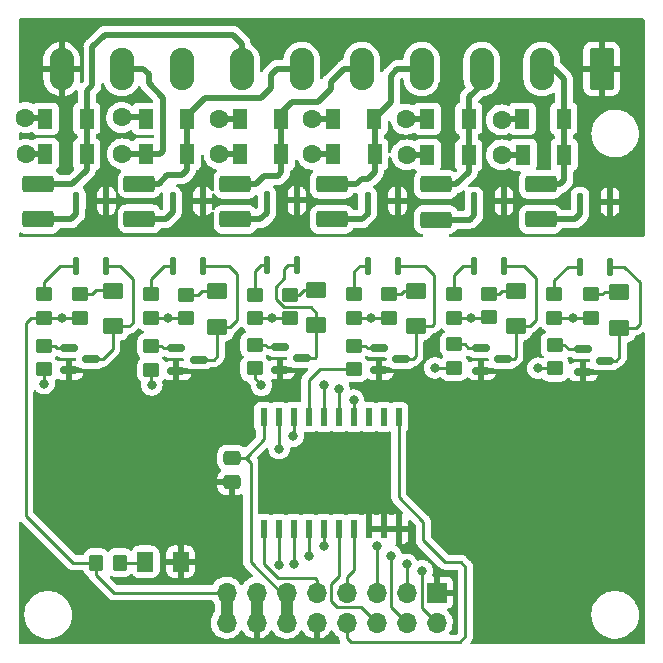
<source format=gbr>
%TF.GenerationSoftware,KiCad,Pcbnew,6.0.7+dfsg-1~bpo11+1*%
%TF.CreationDate,2022-10-12T23:41:26+02:00*%
%TF.ProjectId,rib6out_01,72696236-6f75-4745-9f30-312e6b696361,rev?*%
%TF.SameCoordinates,Original*%
%TF.FileFunction,Copper,L1,Top*%
%TF.FilePolarity,Positive*%
%FSLAX46Y46*%
G04 Gerber Fmt 4.6, Leading zero omitted, Abs format (unit mm)*
G04 Created by KiCad (PCBNEW 6.0.7+dfsg-1~bpo11+1) date 2022-10-12 23:41:26*
%MOMM*%
%LPD*%
G01*
G04 APERTURE LIST*
G04 Aperture macros list*
%AMRoundRect*
0 Rectangle with rounded corners*
0 $1 Rounding radius*
0 $2 $3 $4 $5 $6 $7 $8 $9 X,Y pos of 4 corners*
0 Add a 4 corners polygon primitive as box body*
4,1,4,$2,$3,$4,$5,$6,$7,$8,$9,$2,$3,0*
0 Add four circle primitives for the rounded corners*
1,1,$1+$1,$2,$3*
1,1,$1+$1,$4,$5*
1,1,$1+$1,$6,$7*
1,1,$1+$1,$8,$9*
0 Add four rect primitives between the rounded corners*
20,1,$1+$1,$2,$3,$4,$5,0*
20,1,$1+$1,$4,$5,$6,$7,0*
20,1,$1+$1,$6,$7,$8,$9,0*
20,1,$1+$1,$8,$9,$2,$3,0*%
G04 Aperture macros list end*
%TA.AperFunction,SMDPad,CuDef*%
%ADD10RoundRect,0.137500X0.137500X-0.587500X0.137500X0.587500X-0.137500X0.587500X-0.137500X-0.587500X0*%
%TD*%
%TA.AperFunction,SMDPad,CuDef*%
%ADD11RoundRect,0.150000X-0.587500X-0.150000X0.587500X-0.150000X0.587500X0.150000X-0.587500X0.150000X0*%
%TD*%
%TA.AperFunction,SMDPad,CuDef*%
%ADD12RoundRect,0.250000X0.450000X-0.350000X0.450000X0.350000X-0.450000X0.350000X-0.450000X-0.350000X0*%
%TD*%
%TA.AperFunction,SMDPad,CuDef*%
%ADD13R,1.300000X1.700000*%
%TD*%
%TA.AperFunction,SMDPad,CuDef*%
%ADD14RoundRect,0.250001X0.624999X-0.462499X0.624999X0.462499X-0.624999X0.462499X-0.624999X-0.462499X0*%
%TD*%
%TA.AperFunction,SMDPad,CuDef*%
%ADD15RoundRect,0.250001X1.074999X-0.462499X1.074999X0.462499X-1.074999X0.462499X-1.074999X-0.462499X0*%
%TD*%
%TA.AperFunction,ComponentPad*%
%ADD16R,1.700000X1.700000*%
%TD*%
%TA.AperFunction,ComponentPad*%
%ADD17O,1.700000X1.700000*%
%TD*%
%TA.AperFunction,SMDPad,CuDef*%
%ADD18RoundRect,0.250000X-0.475000X0.337500X-0.475000X-0.337500X0.475000X-0.337500X0.475000X0.337500X0*%
%TD*%
%TA.AperFunction,SMDPad,CuDef*%
%ADD19RoundRect,0.250001X0.462499X0.624999X-0.462499X0.624999X-0.462499X-0.624999X0.462499X-0.624999X0*%
%TD*%
%TA.AperFunction,SMDPad,CuDef*%
%ADD20R,0.600000X1.500000*%
%TD*%
%TA.AperFunction,ComponentPad*%
%ADD21RoundRect,0.249999X0.790001X1.550001X-0.790001X1.550001X-0.790001X-1.550001X0.790001X-1.550001X0*%
%TD*%
%TA.AperFunction,ComponentPad*%
%ADD22O,2.080000X3.600000*%
%TD*%
%TA.AperFunction,SMDPad,CuDef*%
%ADD23RoundRect,0.250000X-0.350000X-0.450000X0.350000X-0.450000X0.350000X0.450000X-0.350000X0.450000X0*%
%TD*%
%TA.AperFunction,ViaPad*%
%ADD24C,0.800000*%
%TD*%
%TA.AperFunction,ViaPad*%
%ADD25C,1.600000*%
%TD*%
%TA.AperFunction,Conductor*%
%ADD26C,0.250000*%
%TD*%
%TA.AperFunction,Conductor*%
%ADD27C,1.000000*%
%TD*%
%TA.AperFunction,Conductor*%
%ADD28C,0.500000*%
%TD*%
G04 APERTURE END LIST*
D10*
%TO.P,U7,1*%
%TO.N,Net-(R19-Pad2)*%
X131380000Y-87470000D03*
%TO.P,U7,2*%
%TO.N,Net-(D7-Pad1)*%
X133920000Y-87470000D03*
%TO.P,U7,3*%
%TO.N,/COM*%
X133920000Y-81970000D03*
%TO.P,U7,4*%
%TO.N,Net-(F6-Pad1)*%
X131380000Y-81970000D03*
%TD*%
D11*
%TO.P,Q4,1,B*%
%TO.N,Net-(Q4-Pad1)*%
X148632500Y-94340000D03*
%TO.P,Q4,2,E*%
%TO.N,GND*%
X148632500Y-96240000D03*
%TO.P,Q4,3,C*%
%TO.N,Net-(D5-Pad1)*%
X150507500Y-95290000D03*
%TD*%
%TO.P,Q1,1,B*%
%TO.N,Net-(Q1-Pad1)*%
X174282500Y-94530000D03*
%TO.P,Q1,2,E*%
%TO.N,GND*%
X174282500Y-96430000D03*
%TO.P,Q1,3,C*%
%TO.N,Net-(D2-Pad1)*%
X176157500Y-95480000D03*
%TD*%
D12*
%TO.P,R15,1*%
%TO.N,/O5*%
X128650000Y-96220000D03*
%TO.P,R15,2*%
%TO.N,Net-(Q6-Pad1)*%
X128650000Y-94220000D03*
%TD*%
D13*
%TO.P,D18,1,K*%
%TO.N,+VDC*%
X137250000Y-75000000D03*
%TO.P,D18,2,A*%
%TO.N,/OUT_4*%
X140750000Y-75000000D03*
%TD*%
D14*
%TO.P,D4,1,K*%
%TO.N,Net-(D4-Pad1)*%
X160130000Y-92535000D03*
%TO.P,D4,2,A*%
%TO.N,Net-(D4-Pad2)*%
X160130000Y-89560000D03*
%TD*%
D12*
%TO.P,R6,1*%
%TO.N,+24V*%
X171850000Y-91850000D03*
%TO.P,R6,2*%
%TO.N,Net-(R6-Pad2)*%
X171850000Y-89850000D03*
%TD*%
%TO.P,R12,1*%
%TO.N,+24V*%
X154930000Y-91840000D03*
%TO.P,R12,2*%
%TO.N,Net-(R12-Pad2)*%
X154930000Y-89840000D03*
%TD*%
D13*
%TO.P,D16,1,K*%
%TO.N,+VDC*%
X153100000Y-75000000D03*
%TO.P,D16,2,A*%
%TO.N,/OUT_2*%
X156600000Y-75000000D03*
%TD*%
%TO.P,D17,1,K*%
%TO.N,+VDC*%
X145250000Y-75000000D03*
%TO.P,D17,2,A*%
%TO.N,/OUT_3*%
X148750000Y-75000000D03*
%TD*%
D11*
%TO.P,Q2,1,B*%
%TO.N,Net-(Q2-Pad1)*%
X165672500Y-94420000D03*
%TO.P,Q2,2,E*%
%TO.N,GND*%
X165672500Y-96320000D03*
%TO.P,Q2,3,C*%
%TO.N,Net-(D3-Pad1)*%
X167547500Y-95370000D03*
%TD*%
D13*
%TO.P,D14,1,K*%
%TO.N,+VDC*%
X169150000Y-75000000D03*
%TO.P,D14,2,A*%
%TO.N,/OUT_0*%
X172650000Y-75000000D03*
%TD*%
%TO.P,D19,1,K*%
%TO.N,+VDC*%
X128750000Y-75000000D03*
%TO.P,D19,2,A*%
%TO.N,/OUT_5*%
X132250000Y-75000000D03*
%TD*%
%TO.P,D15,1,K*%
%TO.N,+VDC*%
X161100000Y-75000000D03*
%TO.P,D15,2,A*%
%TO.N,/OUT_1*%
X164600000Y-75000000D03*
%TD*%
%TO.P,D11,1,K*%
%TO.N,/OUT_3*%
X148750000Y-78000000D03*
%TO.P,D11,2,A*%
%TO.N,GNDD*%
X145250000Y-78000000D03*
%TD*%
D15*
%TO.P,F2,1*%
%TO.N,Net-(F2-Pad1)*%
X161830000Y-83535000D03*
%TO.P,F2,2*%
%TO.N,/OUT_1*%
X161830000Y-80560000D03*
%TD*%
%TO.P,F3,1*%
%TO.N,Net-(F3-Pad1)*%
X153020000Y-83510000D03*
%TO.P,F3,2*%
%TO.N,/OUT_2*%
X153020000Y-80535000D03*
%TD*%
D11*
%TO.P,Q3,1,B*%
%TO.N,Net-(Q3-Pad1)*%
X157032500Y-94390000D03*
%TO.P,Q3,2,E*%
%TO.N,GND*%
X157032500Y-96290000D03*
%TO.P,Q3,3,C*%
%TO.N,Net-(D4-Pad1)*%
X158907500Y-95340000D03*
%TD*%
D12*
%TO.P,R3,1*%
%TO.N,/O1*%
X163360000Y-96110000D03*
%TO.P,R3,2*%
%TO.N,Net-(Q2-Pad1)*%
X163360000Y-94110000D03*
%TD*%
D14*
%TO.P,D2,1,K*%
%TO.N,Net-(D2-Pad1)*%
X177370000Y-92675000D03*
%TO.P,D2,2,A*%
%TO.N,Net-(D2-Pad2)*%
X177370000Y-89700000D03*
%TD*%
D15*
%TO.P,F1,1*%
%TO.N,Net-(F1-Pad1)*%
X170690000Y-83515000D03*
%TO.P,F1,2*%
%TO.N,/OUT_0*%
X170690000Y-80540000D03*
%TD*%
D12*
%TO.P,R18,1*%
%TO.N,+24V*%
X137730000Y-91870000D03*
%TO.P,R18,2*%
%TO.N,Net-(R18-Pad2)*%
X137730000Y-89870000D03*
%TD*%
D10*
%TO.P,U6,1*%
%TO.N,Net-(R18-Pad2)*%
X139540000Y-87490000D03*
%TO.P,U6,2*%
%TO.N,Net-(D6-Pad1)*%
X142080000Y-87490000D03*
%TO.P,U6,3*%
%TO.N,/COM*%
X142080000Y-81990000D03*
%TO.P,U6,4*%
%TO.N,Net-(F5-Pad1)*%
X139540000Y-81990000D03*
%TD*%
D12*
%TO.P,R16,1*%
%TO.N,+24V*%
X140690000Y-91890000D03*
%TO.P,R16,2*%
%TO.N,Net-(D6-Pad2)*%
X140690000Y-89890000D03*
%TD*%
D14*
%TO.P,D7,1,K*%
%TO.N,Net-(D7-Pad1)*%
X134460000Y-92555000D03*
%TO.P,D7,2,A*%
%TO.N,Net-(D7-Pad2)*%
X134460000Y-89580000D03*
%TD*%
D12*
%TO.P,R17,1*%
%TO.N,+24V*%
X131680000Y-91850000D03*
%TO.P,R17,2*%
%TO.N,Net-(D7-Pad2)*%
X131680000Y-89850000D03*
%TD*%
D13*
%TO.P,D9,1,K*%
%TO.N,/OUT_1*%
X164600000Y-78100000D03*
%TO.P,D9,2,A*%
%TO.N,GNDD*%
X161100000Y-78100000D03*
%TD*%
%TO.P,D12,1,K*%
%TO.N,/OUT_4*%
X140750000Y-78000000D03*
%TO.P,D12,2,A*%
%TO.N,GNDD*%
X137250000Y-78000000D03*
%TD*%
D14*
%TO.P,D3,1,K*%
%TO.N,Net-(D3-Pad1)*%
X168600000Y-92535000D03*
%TO.P,D3,2,A*%
%TO.N,Net-(D3-Pad2)*%
X168600000Y-89560000D03*
%TD*%
D16*
%TO.P,J1,1,Pin_1*%
%TO.N,GND*%
X161890000Y-115120000D03*
D17*
%TO.P,J1,2,Pin_2*%
%TO.N,/IO_0*%
X161890000Y-117660000D03*
%TO.P,J1,3,Pin_3*%
%TO.N,/IO_1*%
X159350000Y-115120000D03*
%TO.P,J1,4,Pin_4*%
%TO.N,/IO_2*%
X159350000Y-117660000D03*
%TO.P,J1,5,Pin_5*%
%TO.N,/IO_3*%
X156810000Y-115120000D03*
%TO.P,J1,6,Pin_6*%
%TO.N,/IO_4*%
X156810000Y-117660000D03*
%TO.P,J1,7,Pin_7*%
%TO.N,/IO_5*%
X154270000Y-115120000D03*
%TO.P,J1,8,Pin_8*%
%TO.N,/IO_6*%
X154270000Y-117660000D03*
%TO.P,J1,9,Pin_9*%
%TO.N,/IO_7*%
X151730000Y-115120000D03*
%TO.P,J1,10,Pin_10*%
%TO.N,GND*%
X151730000Y-117660000D03*
%TO.P,J1,11,Pin_11*%
%TO.N,+3.3V*%
X149190000Y-115120000D03*
%TO.P,J1,12,Pin_12*%
X149190000Y-117660000D03*
%TO.P,J1,13,Pin_13*%
%TO.N,GND*%
X146650000Y-115120000D03*
%TO.P,J1,14,Pin_14*%
X146650000Y-117660000D03*
%TO.P,J1,15,Pin_15*%
%TO.N,+24V*%
X144110000Y-115120000D03*
%TO.P,J1,16,Pin_16*%
X144110000Y-117660000D03*
%TD*%
D10*
%TO.P,U2,1*%
%TO.N,Net-(R6-Pad2)*%
X174030000Y-87510000D03*
%TO.P,U2,2*%
%TO.N,Net-(D2-Pad1)*%
X176570000Y-87510000D03*
%TO.P,U2,3*%
%TO.N,/COM*%
X176570000Y-82010000D03*
%TO.P,U2,4*%
%TO.N,Net-(F1-Pad1)*%
X174030000Y-82010000D03*
%TD*%
D13*
%TO.P,D10,1,K*%
%TO.N,/OUT_2*%
X156650000Y-78000000D03*
%TO.P,D10,2,A*%
%TO.N,GNDD*%
X153150000Y-78000000D03*
%TD*%
D15*
%TO.P,F4,1*%
%TO.N,Net-(F4-Pad1)*%
X144840000Y-83515000D03*
%TO.P,F4,2*%
%TO.N,/OUT_3*%
X144840000Y-80540000D03*
%TD*%
D18*
%TO.P,C1,1*%
%TO.N,+3.3V*%
X144560000Y-103695000D03*
%TO.P,C1,2*%
%TO.N,GND*%
X144560000Y-105770000D03*
%TD*%
D13*
%TO.P,D13,1,K*%
%TO.N,/OUT_5*%
X132250000Y-78000000D03*
%TO.P,D13,2,A*%
%TO.N,GNDD*%
X128750000Y-78000000D03*
%TD*%
D12*
%TO.P,R8,1*%
%TO.N,/O2*%
X154890000Y-96200000D03*
%TO.P,R8,2*%
%TO.N,Net-(Q3-Pad1)*%
X154890000Y-94200000D03*
%TD*%
%TO.P,R11,1*%
%TO.N,+24V*%
X149470000Y-91890000D03*
%TO.P,R11,2*%
%TO.N,Net-(D5-Pad2)*%
X149470000Y-89890000D03*
%TD*%
D10*
%TO.P,U3,1*%
%TO.N,Net-(R7-Pad2)*%
X165060000Y-87490000D03*
%TO.P,U3,2*%
%TO.N,Net-(D3-Pad1)*%
X167600000Y-87490000D03*
%TO.P,U3,3*%
%TO.N,/COM*%
X167600000Y-81990000D03*
%TO.P,U3,4*%
%TO.N,Net-(F2-Pad1)*%
X165060000Y-81990000D03*
%TD*%
D12*
%TO.P,R5,1*%
%TO.N,+24V*%
X166320000Y-91820000D03*
%TO.P,R5,2*%
%TO.N,Net-(D3-Pad2)*%
X166320000Y-89820000D03*
%TD*%
D15*
%TO.P,F5,1*%
%TO.N,Net-(F5-Pad1)*%
X136730000Y-83477500D03*
%TO.P,F5,2*%
%TO.N,/OUT_4*%
X136730000Y-80502500D03*
%TD*%
D19*
%TO.P,D1,1,K*%
%TO.N,GND*%
X140207500Y-112510000D03*
%TO.P,D1,2,A*%
%TO.N,Net-(D1-Pad2)*%
X137232500Y-112510000D03*
%TD*%
D12*
%TO.P,R4,1*%
%TO.N,+24V*%
X174960000Y-91850000D03*
%TO.P,R4,2*%
%TO.N,Net-(D2-Pad2)*%
X174960000Y-89850000D03*
%TD*%
%TO.P,R9,1*%
%TO.N,/O3*%
X146480000Y-96140000D03*
%TO.P,R9,2*%
%TO.N,Net-(Q4-Pad1)*%
X146480000Y-94140000D03*
%TD*%
%TO.P,R13,1*%
%TO.N,+24V*%
X146550000Y-91890000D03*
%TO.P,R13,2*%
%TO.N,Net-(R13-Pad2)*%
X146550000Y-89890000D03*
%TD*%
%TO.P,R19,1*%
%TO.N,+24V*%
X128680000Y-91850000D03*
%TO.P,R19,2*%
%TO.N,Net-(R19-Pad2)*%
X128680000Y-89850000D03*
%TD*%
%TO.P,R14,1*%
%TO.N,/O4*%
X137740000Y-96250000D03*
%TO.P,R14,2*%
%TO.N,Net-(Q5-Pad1)*%
X137740000Y-94250000D03*
%TD*%
D11*
%TO.P,Q6,1,B*%
%TO.N,Net-(Q6-Pad1)*%
X130742500Y-94410000D03*
%TO.P,Q6,2,E*%
%TO.N,GND*%
X130742500Y-96310000D03*
%TO.P,Q6,3,C*%
%TO.N,Net-(D7-Pad1)*%
X132617500Y-95360000D03*
%TD*%
D20*
%TO.P,U1,1,OE*%
%TO.N,/IO_7*%
X147265000Y-109730000D03*
%TO.P,U1,2,D0*%
%TO.N,/IO_0*%
X148535000Y-109730000D03*
%TO.P,U1,3,D1*%
%TO.N,/IO_1*%
X149805000Y-109730000D03*
%TO.P,U1,4,D2*%
%TO.N,/IO_2*%
X151075000Y-109730000D03*
%TO.P,U1,5,D3*%
%TO.N,/IO_3*%
X152345000Y-109730000D03*
%TO.P,U1,6,D4*%
%TO.N,/IO_4*%
X153615000Y-109730000D03*
%TO.P,U1,7,D5*%
%TO.N,/IO_5*%
X154885000Y-109730000D03*
%TO.P,U1,8,D6*%
%TO.N,GND*%
X156155000Y-109730000D03*
%TO.P,U1,9,D7*%
X157425000Y-109730000D03*
%TO.P,U1,10,GND*%
X158695000Y-109730000D03*
%TO.P,U1,11,Load*%
%TO.N,/IO_6*%
X158695000Y-100230000D03*
%TO.P,U1,12,Q7*%
%TO.N,unconnected-(U1-Pad12)*%
X157425000Y-100230000D03*
%TO.P,U1,13,Q6*%
%TO.N,unconnected-(U1-Pad13)*%
X156155000Y-100230000D03*
%TO.P,U1,14,Q5*%
%TO.N,/O5*%
X154885000Y-100230000D03*
%TO.P,U1,15,Q4*%
%TO.N,/O4*%
X153615000Y-100230000D03*
%TO.P,U1,16,Q3*%
%TO.N,/O3*%
X152345000Y-100230000D03*
%TO.P,U1,17,Q2*%
%TO.N,/O2*%
X151075000Y-100230000D03*
%TO.P,U1,18,Q1*%
%TO.N,/O1*%
X149805000Y-100230000D03*
%TO.P,U1,19,Q0*%
%TO.N,/O0*%
X148535000Y-100230000D03*
%TO.P,U1,20,VCC*%
%TO.N,+3.3V*%
X147265000Y-100230000D03*
%TD*%
D21*
%TO.P,J2,1,Pin_1*%
%TO.N,/COM*%
X175860000Y-70777500D03*
D22*
%TO.P,J2,2,Pin_2*%
%TO.N,/OUT_0*%
X170780000Y-70777500D03*
%TO.P,J2,3,Pin_3*%
%TO.N,/OUT_1*%
X165700000Y-70777500D03*
%TO.P,J2,4,Pin_4*%
%TO.N,/OUT_2*%
X160620000Y-70777500D03*
%TO.P,J2,5,Pin_5*%
%TO.N,/OUT_3*%
X155540000Y-70777500D03*
%TO.P,J2,6,Pin_6*%
%TO.N,/OUT_4*%
X150460000Y-70777500D03*
%TO.P,J2,7,Pin_7*%
%TO.N,/OUT_5*%
X145380000Y-70777500D03*
%TO.P,J2,8,Pin_8*%
%TO.N,+VDC*%
X140300000Y-70777500D03*
%TO.P,J2,9,Pin_9*%
%TO.N,GNDD*%
X135220000Y-70777500D03*
%TO.P,J2,10,Pin_10*%
%TO.N,/COM*%
X130140000Y-70777500D03*
%TD*%
D15*
%TO.P,F6,1*%
%TO.N,Net-(F6-Pad1)*%
X128160000Y-83507500D03*
%TO.P,F6,2*%
%TO.N,/OUT_5*%
X128160000Y-80532500D03*
%TD*%
D13*
%TO.P,D8,1,K*%
%TO.N,/OUT_0*%
X172700000Y-78050000D03*
%TO.P,D8,2,A*%
%TO.N,GNDD*%
X169200000Y-78050000D03*
%TD*%
D10*
%TO.P,U4,1*%
%TO.N,Net-(R12-Pad2)*%
X156040000Y-87460000D03*
%TO.P,U4,2*%
%TO.N,Net-(D4-Pad1)*%
X158580000Y-87460000D03*
%TO.P,U4,3*%
%TO.N,/COM*%
X158580000Y-81960000D03*
%TO.P,U4,4*%
%TO.N,Net-(F3-Pad1)*%
X156040000Y-81960000D03*
%TD*%
D23*
%TO.P,R1,1*%
%TO.N,+24V*%
X133070000Y-112580000D03*
%TO.P,R1,2*%
%TO.N,Net-(D1-Pad2)*%
X135070000Y-112580000D03*
%TD*%
D10*
%TO.P,U5,1*%
%TO.N,Net-(R13-Pad2)*%
X147510000Y-87420000D03*
%TO.P,U5,2*%
%TO.N,Net-(D5-Pad1)*%
X150050000Y-87420000D03*
%TO.P,U5,3*%
%TO.N,/COM*%
X150050000Y-81920000D03*
%TO.P,U5,4*%
%TO.N,Net-(F4-Pad1)*%
X147510000Y-81920000D03*
%TD*%
D11*
%TO.P,Q5,1,B*%
%TO.N,Net-(Q5-Pad1)*%
X139862500Y-94440000D03*
%TO.P,Q5,2,E*%
%TO.N,GND*%
X139862500Y-96340000D03*
%TO.P,Q5,3,C*%
%TO.N,Net-(D6-Pad1)*%
X141737500Y-95390000D03*
%TD*%
D14*
%TO.P,D6,1,K*%
%TO.N,Net-(D6-Pad1)*%
X143320000Y-92595000D03*
%TO.P,D6,2,A*%
%TO.N,Net-(D6-Pad2)*%
X143320000Y-89620000D03*
%TD*%
D12*
%TO.P,R10,1*%
%TO.N,+24V*%
X157860000Y-91850000D03*
%TO.P,R10,2*%
%TO.N,Net-(D4-Pad2)*%
X157860000Y-89850000D03*
%TD*%
%TO.P,R2,1*%
%TO.N,/O0*%
X171900000Y-96140000D03*
%TO.P,R2,2*%
%TO.N,Net-(Q1-Pad1)*%
X171900000Y-94140000D03*
%TD*%
D14*
%TO.P,D5,1,K*%
%TO.N,Net-(D5-Pad1)*%
X151710000Y-92480000D03*
%TO.P,D5,2,A*%
%TO.N,Net-(D5-Pad2)*%
X151710000Y-89505000D03*
%TD*%
D12*
%TO.P,R7,1*%
%TO.N,+24V*%
X163340000Y-91860000D03*
%TO.P,R7,2*%
%TO.N,Net-(R7-Pad2)*%
X163340000Y-89860000D03*
%TD*%
D24*
%TO.N,GND*%
X155500000Y-105000000D03*
X165500000Y-105000000D03*
X136500000Y-105000000D03*
X136000000Y-117000000D03*
%TO.N,/IO_0*%
X160670000Y-113270000D03*
X148530000Y-112760000D03*
%TO.N,/IO_1*%
X159350000Y-112730000D03*
X149810000Y-112720000D03*
%TO.N,/IO_2*%
X158035000Y-111995000D03*
X151090000Y-112000000D03*
%TO.N,/IO_3*%
X152320000Y-111210000D03*
X156830000Y-111200000D03*
%TO.N,+24V*%
X147980000Y-91870000D03*
X139150000Y-91870000D03*
X130150000Y-91850000D03*
X164840000Y-91840000D03*
X173400000Y-91850000D03*
X156330000Y-91850000D03*
%TO.N,/COM*%
X128000000Y-68000000D03*
X178000000Y-68000000D03*
X133910000Y-73310000D03*
X153000000Y-69000000D03*
D25*
%TO.N,GNDD*%
X143460000Y-77980000D03*
X167400000Y-78050000D03*
X159350000Y-78050000D03*
X151350000Y-78000000D03*
X127090000Y-78020000D03*
X135290000Y-77980000D03*
%TO.N,+VDC*%
X159300000Y-75030000D03*
X143490000Y-74990000D03*
X151350000Y-75020000D03*
X127070000Y-74910000D03*
X167400000Y-75100000D03*
X135220000Y-74890000D03*
D24*
%TO.N,/O0*%
X170460000Y-96120000D03*
X148550000Y-102930000D03*
%TO.N,/O1*%
X161740000Y-96090000D03*
X149760000Y-101870000D03*
%TO.N,/O3*%
X147050000Y-97560000D03*
X152360000Y-97560000D03*
%TO.N,/O4*%
X153615000Y-97875000D03*
X137770000Y-97530000D03*
%TO.N,/O5*%
X128650000Y-97420000D03*
X154860000Y-98820000D03*
%TD*%
D26*
%TO.N,+3.3V*%
X146150000Y-112540000D02*
X146150000Y-104120000D01*
X149190000Y-115120000D02*
X148730000Y-115120000D01*
X145900000Y-103520000D02*
X145895000Y-103525000D01*
X145895000Y-103525000D02*
X145895000Y-103865000D01*
X147265000Y-100230000D02*
X147265000Y-102155000D01*
X145895000Y-103865000D02*
X145725000Y-103695000D01*
X146150000Y-104120000D02*
X145895000Y-103865000D01*
X145725000Y-103695000D02*
X144560000Y-103695000D01*
X148730000Y-115120000D02*
X146150000Y-112540000D01*
D27*
X149190000Y-117660000D02*
X149190000Y-115120000D01*
D26*
X147265000Y-102155000D02*
X145900000Y-103520000D01*
X145900000Y-103520000D02*
X145725000Y-103695000D01*
D27*
%TO.N,GND*%
X146650000Y-115120000D02*
X146650000Y-117660000D01*
D26*
%TO.N,Net-(D1-Pad2)*%
X137162500Y-112580000D02*
X137232500Y-112510000D01*
X135070000Y-112580000D02*
X137162500Y-112580000D01*
%TO.N,Net-(D2-Pad1)*%
X179110000Y-92350000D02*
X178785000Y-92675000D01*
X178785000Y-92675000D02*
X177370000Y-92675000D01*
X176570000Y-87510000D02*
X177790000Y-87510000D01*
X177790000Y-87510000D02*
X179110000Y-88830000D01*
X177370000Y-92675000D02*
X177370000Y-95150000D01*
X177040000Y-95480000D02*
X177370000Y-95150000D01*
X179110000Y-88830000D02*
X179110000Y-92350000D01*
X176157500Y-95480000D02*
X177040000Y-95480000D01*
%TO.N,Net-(D2-Pad2)*%
X175920000Y-89850000D02*
X176110000Y-89660000D01*
X177330000Y-89660000D02*
X177370000Y-89700000D01*
X174960000Y-89850000D02*
X175920000Y-89850000D01*
X176110000Y-89660000D02*
X177330000Y-89660000D01*
%TO.N,Net-(D3-Pad1)*%
X168600000Y-95180000D02*
X168600000Y-92535000D01*
X170290000Y-88470000D02*
X170290000Y-92020000D01*
X170290000Y-92020000D02*
X169775000Y-92535000D01*
X169310000Y-87490000D02*
X170290000Y-88470000D01*
X167547500Y-95370000D02*
X168410000Y-95370000D01*
X168410000Y-95370000D02*
X168600000Y-95180000D01*
X167600000Y-87490000D02*
X169310000Y-87490000D01*
X169775000Y-92535000D02*
X168600000Y-92535000D01*
%TO.N,Net-(D3-Pad2)*%
X167170000Y-89820000D02*
X166320000Y-89820000D01*
X168600000Y-89560000D02*
X167430000Y-89560000D01*
X167430000Y-89560000D02*
X167170000Y-89820000D01*
%TO.N,Net-(D4-Pad1)*%
X160930000Y-87460000D02*
X161680000Y-88210000D01*
X160130000Y-95110000D02*
X159900000Y-95340000D01*
X161680000Y-92370000D02*
X161515000Y-92535000D01*
X161680000Y-88210000D02*
X161680000Y-92370000D01*
X158580000Y-87460000D02*
X160930000Y-87460000D01*
X159900000Y-95340000D02*
X158907500Y-95340000D01*
X161515000Y-92535000D02*
X160130000Y-92535000D01*
X160130000Y-92535000D02*
X160130000Y-95110000D01*
%TO.N,Net-(D4-Pad2)*%
X160130000Y-89560000D02*
X159120000Y-89560000D01*
X158830000Y-89850000D02*
X157860000Y-89850000D01*
X159120000Y-89560000D02*
X158830000Y-89850000D01*
%TO.N,Net-(D5-Pad1)*%
X148250000Y-89250000D02*
X148250000Y-90283173D01*
X151215000Y-90965000D02*
X151710000Y-91460000D01*
X148250000Y-90283173D02*
X148931827Y-90965000D01*
X151560000Y-95290000D02*
X150507500Y-95290000D01*
X148931827Y-90965000D02*
X151215000Y-90965000D01*
X151710000Y-95140000D02*
X151560000Y-95290000D01*
X151710000Y-91460000D02*
X151710000Y-92480000D01*
X149330000Y-87420000D02*
X149000000Y-87750000D01*
X149000000Y-87750000D02*
X149000000Y-88500000D01*
X151710000Y-92480000D02*
X151710000Y-95140000D01*
X149000000Y-88500000D02*
X148250000Y-89250000D01*
X150050000Y-87420000D02*
X149330000Y-87420000D01*
%TO.N,Net-(D5-Pad2)*%
X150260000Y-89890000D02*
X150645000Y-89505000D01*
X150645000Y-89505000D02*
X151710000Y-89505000D01*
X149470000Y-89890000D02*
X150260000Y-89890000D01*
%TO.N,Net-(D6-Pad1)*%
X144960000Y-88120000D02*
X144960000Y-92050000D01*
X144415000Y-92595000D02*
X143320000Y-92595000D01*
X144960000Y-92050000D02*
X144415000Y-92595000D01*
X143020000Y-95390000D02*
X141737500Y-95390000D01*
X143320000Y-92595000D02*
X143320000Y-95090000D01*
X143320000Y-95090000D02*
X143020000Y-95390000D01*
X144330000Y-87490000D02*
X144960000Y-88120000D01*
X142080000Y-87490000D02*
X144330000Y-87490000D01*
%TO.N,Net-(D6-Pad2)*%
X140690000Y-89890000D02*
X141720000Y-89890000D01*
X143290000Y-89590000D02*
X143320000Y-89620000D01*
X142020000Y-89590000D02*
X143290000Y-89590000D01*
X141720000Y-89890000D02*
X142020000Y-89590000D01*
%TO.N,Net-(D7-Pad1)*%
X135090000Y-87470000D02*
X136160000Y-88540000D01*
X134460000Y-94510000D02*
X133610000Y-95360000D01*
X133610000Y-95360000D02*
X132617500Y-95360000D01*
X136160000Y-88540000D02*
X136160000Y-92280000D01*
X135885000Y-92555000D02*
X134460000Y-92555000D01*
X136160000Y-92280000D02*
X135885000Y-92555000D01*
X134460000Y-92555000D02*
X134460000Y-94510000D01*
X133920000Y-87470000D02*
X135090000Y-87470000D01*
%TO.N,Net-(D7-Pad2)*%
X131680000Y-89850000D02*
X132750000Y-89850000D01*
X134390000Y-89510000D02*
X134460000Y-89580000D01*
X133090000Y-89510000D02*
X134390000Y-89510000D01*
X132750000Y-89850000D02*
X133090000Y-89510000D01*
%TO.N,/IO_0*%
X161890000Y-117660000D02*
X160670000Y-116440000D01*
X160670000Y-116440000D02*
X160670000Y-113270000D01*
X148535000Y-112755000D02*
X148535000Y-109730000D01*
X148530000Y-112760000D02*
X148535000Y-112755000D01*
%TO.N,/IO_1*%
X149810000Y-112720000D02*
X149805000Y-112715000D01*
X159350000Y-115120000D02*
X159350000Y-112730000D01*
X149805000Y-112715000D02*
X149805000Y-109730000D01*
%TO.N,/IO_2*%
X151075000Y-111985000D02*
X151090000Y-112000000D01*
X158040000Y-116350000D02*
X158040000Y-112000000D01*
X151075000Y-109730000D02*
X151075000Y-111985000D01*
X158040000Y-116350000D02*
X159350000Y-117660000D01*
X158040000Y-112000000D02*
X158035000Y-111995000D01*
%TO.N,/IO_3*%
X156830000Y-111200000D02*
X156810000Y-111220000D01*
X152345000Y-109730000D02*
X152345000Y-111185000D01*
X152345000Y-111185000D02*
X152320000Y-111210000D01*
X156810000Y-111220000D02*
X156810000Y-115120000D01*
%TO.N,/IO_4*%
X152970000Y-114360000D02*
X153615000Y-113715000D01*
X155450000Y-116300000D02*
X153460000Y-116300000D01*
X156810000Y-117660000D02*
X155450000Y-116300000D01*
X153615000Y-113715000D02*
X153615000Y-109730000D01*
X153460000Y-116300000D02*
X152970000Y-115810000D01*
X152970000Y-115810000D02*
X152970000Y-114360000D01*
%TO.N,/IO_5*%
X154885000Y-113205000D02*
X154270000Y-113820000D01*
X154270000Y-113820000D02*
X154270000Y-115120000D01*
X154885000Y-109730000D02*
X154885000Y-113205000D01*
%TO.N,/IO_6*%
X163840000Y-119310000D02*
X164330000Y-118820000D01*
X164330000Y-118820000D02*
X164330000Y-112950000D01*
X154270000Y-118970000D02*
X154610000Y-119310000D01*
X154610000Y-119310000D02*
X163840000Y-119310000D01*
X158695000Y-107055000D02*
X158695000Y-100230000D01*
X154270000Y-117660000D02*
X154270000Y-118970000D01*
X162620000Y-112540000D02*
X160740000Y-110660000D01*
X160740000Y-110660000D02*
X160740000Y-109100000D01*
X160740000Y-109100000D02*
X158695000Y-107055000D01*
X164330000Y-112950000D02*
X163920000Y-112540000D01*
X163920000Y-112540000D02*
X162620000Y-112540000D01*
%TO.N,/IO_7*%
X148440000Y-113880000D02*
X151550000Y-113880000D01*
X151550000Y-113880000D02*
X151730000Y-114060000D01*
X151730000Y-114060000D02*
X151730000Y-115120000D01*
X147265000Y-109730000D02*
X147265000Y-112705000D01*
X147265000Y-112705000D02*
X148440000Y-113880000D01*
%TO.N,+24V*%
X131680000Y-91850000D02*
X130150000Y-91850000D01*
X134550000Y-115120000D02*
X144110000Y-115120000D01*
X164840000Y-91840000D02*
X163360000Y-91840000D01*
X156330000Y-91850000D02*
X154940000Y-91850000D01*
X156330000Y-91850000D02*
X157860000Y-91850000D01*
X127110000Y-108600000D02*
X131090000Y-112580000D01*
D27*
X144110000Y-117660000D02*
X144110000Y-115120000D01*
D26*
X146570000Y-91870000D02*
X146550000Y-91890000D01*
X173400000Y-91850000D02*
X171850000Y-91850000D01*
X166300000Y-91840000D02*
X166320000Y-91820000D01*
X131090000Y-112580000D02*
X133070000Y-112580000D01*
X133070000Y-112580000D02*
X133070000Y-113640000D01*
X127560000Y-91850000D02*
X127110000Y-92300000D01*
X163360000Y-91840000D02*
X163340000Y-91860000D01*
X133070000Y-113640000D02*
X134550000Y-115120000D01*
X128680000Y-91850000D02*
X127560000Y-91850000D01*
X164840000Y-91840000D02*
X166300000Y-91840000D01*
X147980000Y-91870000D02*
X146570000Y-91870000D01*
X137730000Y-91870000D02*
X139150000Y-91870000D01*
X130150000Y-91850000D02*
X128680000Y-91850000D01*
X127110000Y-92300000D02*
X127110000Y-108600000D01*
X140670000Y-91870000D02*
X140690000Y-91890000D01*
X154940000Y-91850000D02*
X154930000Y-91840000D01*
X147980000Y-91870000D02*
X149450000Y-91870000D01*
X149450000Y-91870000D02*
X149470000Y-91890000D01*
X139150000Y-91870000D02*
X140670000Y-91870000D01*
X173400000Y-91850000D02*
X174960000Y-91850000D01*
D28*
%TO.N,/OUT_0*%
X172700000Y-80200000D02*
X172700000Y-78050000D01*
X172360000Y-80540000D02*
X172700000Y-80200000D01*
X171827500Y-70777500D02*
X172650000Y-71600000D01*
X170780000Y-70777500D02*
X171827500Y-70777500D01*
X172650000Y-78000000D02*
X172700000Y-78050000D01*
X172650000Y-75000000D02*
X172650000Y-78000000D01*
X170690000Y-80540000D02*
X172360000Y-80540000D01*
X172650000Y-71600000D02*
X172650000Y-75000000D01*
%TO.N,/OUT_1*%
X164600000Y-78100000D02*
X164600000Y-79510000D01*
X165700000Y-70777500D02*
X165700000Y-72100000D01*
X165700000Y-72100000D02*
X164600000Y-73200000D01*
X164600000Y-75000000D02*
X164600000Y-78100000D01*
X163550000Y-80560000D02*
X161830000Y-80560000D01*
X164600000Y-79510000D02*
X163550000Y-80560000D01*
X164600000Y-73200000D02*
X164600000Y-75000000D01*
%TO.N,/OUT_2*%
X156650000Y-78000000D02*
X156650000Y-75050000D01*
X160620000Y-70777500D02*
X158572500Y-70777500D01*
X155055000Y-80535000D02*
X155530000Y-80060000D01*
X153020000Y-80535000D02*
X155055000Y-80535000D01*
X156650000Y-75050000D02*
X156600000Y-75000000D01*
X156650000Y-79500000D02*
X156090000Y-80060000D01*
X156090000Y-80060000D02*
X155530000Y-80060000D01*
X156650000Y-78000000D02*
X156650000Y-79500000D01*
X158572500Y-70777500D02*
X158000000Y-71350000D01*
X156600000Y-75000000D02*
X158000000Y-73600000D01*
X158000000Y-73600000D02*
X158000000Y-71350000D01*
%TO.N,/OUT_3*%
X144840000Y-80540000D02*
X146570000Y-80540000D01*
X148750000Y-74520000D02*
X149670000Y-73600000D01*
X146570000Y-80540000D02*
X147240000Y-79870000D01*
X151810000Y-73600000D02*
X152920000Y-72490000D01*
X148750000Y-75000000D02*
X148750000Y-78000000D01*
X148430000Y-79870000D02*
X148750000Y-79550000D01*
X148750000Y-79550000D02*
X148750000Y-78000000D01*
X149670000Y-73600000D02*
X151810000Y-73600000D01*
X154072500Y-70777500D02*
X152920000Y-71930000D01*
X148750000Y-75000000D02*
X148750000Y-74520000D01*
X152920000Y-72490000D02*
X152920000Y-71930000D01*
X147240000Y-79870000D02*
X148430000Y-79870000D01*
X155540000Y-70777500D02*
X154072500Y-70777500D01*
%TO.N,/OUT_4*%
X147880000Y-72390000D02*
X147880000Y-71270000D01*
X140750000Y-74800000D02*
X142270000Y-73280000D01*
X147880000Y-71270000D02*
X148372500Y-70777500D01*
X146990000Y-73280000D02*
X147880000Y-72390000D01*
X148372500Y-70777500D02*
X150460000Y-70777500D01*
X140750000Y-75000000D02*
X140750000Y-78000000D01*
X142270000Y-73280000D02*
X146990000Y-73280000D01*
X139070000Y-79790000D02*
X140290000Y-79790000D01*
X140750000Y-75000000D02*
X140750000Y-74800000D01*
X138357500Y-80502500D02*
X139070000Y-79790000D01*
X140290000Y-79790000D02*
X140750000Y-79330000D01*
X140750000Y-79330000D02*
X140750000Y-78000000D01*
X136730000Y-80502500D02*
X138357500Y-80502500D01*
%TO.N,/OUT_5*%
X133790000Y-67890000D02*
X144640000Y-67890000D01*
X144640000Y-67890000D02*
X145380000Y-68630000D01*
X145380000Y-68630000D02*
X145380000Y-70777500D01*
X132250000Y-75000000D02*
X132250000Y-78000000D01*
X128160000Y-80532500D02*
X131047500Y-80532500D01*
X132750000Y-68930000D02*
X133790000Y-67890000D01*
X132750000Y-72150000D02*
X132750000Y-68930000D01*
X132250000Y-75000000D02*
X132250000Y-72650000D01*
X132250000Y-72650000D02*
X132750000Y-72150000D01*
X132250000Y-79330000D02*
X132250000Y-78000000D01*
X131047500Y-80532500D02*
X132250000Y-79330000D01*
%TO.N,GNDD*%
X138500000Y-78000000D02*
X138750000Y-77750000D01*
X161100000Y-78100000D02*
X159400000Y-78100000D01*
X137250000Y-78000000D02*
X138500000Y-78000000D01*
X138750000Y-73250000D02*
X137500000Y-72000000D01*
X145230000Y-77980000D02*
X145250000Y-78000000D01*
X138750000Y-77750000D02*
X138750000Y-73250000D01*
X137027500Y-70777500D02*
X137500000Y-71250000D01*
X159400000Y-78100000D02*
X159350000Y-78050000D01*
X137230000Y-77980000D02*
X137250000Y-78000000D01*
X128750000Y-78000000D02*
X127110000Y-78000000D01*
X143460000Y-77980000D02*
X145230000Y-77980000D01*
X135290000Y-77980000D02*
X137230000Y-77980000D01*
X169200000Y-78050000D02*
X167400000Y-78050000D01*
X151350000Y-78000000D02*
X153150000Y-78000000D01*
X135220000Y-70777500D02*
X137027500Y-70777500D01*
X127110000Y-78000000D02*
X127090000Y-78020000D01*
X137500000Y-71250000D02*
X137500000Y-72000000D01*
%TO.N,+VDC*%
X159330000Y-75000000D02*
X159300000Y-75030000D01*
X137140000Y-74890000D02*
X137250000Y-75000000D01*
X135220000Y-74890000D02*
X137140000Y-74890000D01*
X151370000Y-75000000D02*
X151350000Y-75020000D01*
X128660000Y-74910000D02*
X128750000Y-75000000D01*
X153100000Y-75000000D02*
X151370000Y-75000000D01*
X145250000Y-75000000D02*
X143500000Y-75000000D01*
X127070000Y-74910000D02*
X128660000Y-74910000D01*
X167500000Y-75000000D02*
X167400000Y-75100000D01*
X169150000Y-75000000D02*
X167500000Y-75000000D01*
X161100000Y-75000000D02*
X159330000Y-75000000D01*
X143500000Y-75000000D02*
X143490000Y-74990000D01*
D26*
%TO.N,Net-(Q1-Pad1)*%
X174282500Y-94530000D02*
X173090000Y-94530000D01*
X172700000Y-94140000D02*
X171900000Y-94140000D01*
X173090000Y-94530000D02*
X172700000Y-94140000D01*
%TO.N,Net-(Q2-Pad1)*%
X164560000Y-94420000D02*
X165672500Y-94420000D01*
X163360000Y-94110000D02*
X164250000Y-94110000D01*
X164250000Y-94110000D02*
X164560000Y-94420000D01*
%TO.N,Net-(Q3-Pad1)*%
X156040000Y-94390000D02*
X155850000Y-94200000D01*
X157032500Y-94390000D02*
X156040000Y-94390000D01*
X155850000Y-94200000D02*
X154890000Y-94200000D01*
%TO.N,Net-(Q4-Pad1)*%
X146480000Y-94140000D02*
X147390000Y-94140000D01*
X147590000Y-94340000D02*
X148632500Y-94340000D01*
X147390000Y-94140000D02*
X147590000Y-94340000D01*
%TO.N,Net-(Q5-Pad1)*%
X138770000Y-94440000D02*
X138580000Y-94250000D01*
X137740000Y-94250000D02*
X138580000Y-94250000D01*
X139862500Y-94440000D02*
X138770000Y-94440000D01*
%TO.N,Net-(Q6-Pad1)*%
X128650000Y-94220000D02*
X129550000Y-94220000D01*
X129740000Y-94410000D02*
X130742500Y-94410000D01*
X129550000Y-94220000D02*
X129740000Y-94410000D01*
%TO.N,/O0*%
X170460000Y-96120000D02*
X171880000Y-96120000D01*
X148535000Y-102915000D02*
X148550000Y-102930000D01*
X148535000Y-100230000D02*
X148535000Y-102915000D01*
X171880000Y-96120000D02*
X171900000Y-96140000D01*
%TO.N,/O1*%
X149805000Y-100230000D02*
X149805000Y-101825000D01*
X163340000Y-96090000D02*
X163360000Y-96110000D01*
X161740000Y-96090000D02*
X163340000Y-96090000D01*
X149805000Y-101825000D02*
X149760000Y-101870000D01*
%TO.N,Net-(R6-Pad2)*%
X173000000Y-87510000D02*
X174030000Y-87510000D01*
X171850000Y-89850000D02*
X171850000Y-88660000D01*
X171850000Y-88660000D02*
X173000000Y-87510000D01*
%TO.N,Net-(R7-Pad2)*%
X163340000Y-88230000D02*
X164080000Y-87490000D01*
X163340000Y-89860000D02*
X163340000Y-88230000D01*
X164080000Y-87490000D02*
X165060000Y-87490000D01*
%TO.N,/O2*%
X151075000Y-97145000D02*
X152020000Y-96200000D01*
X151075000Y-100230000D02*
X151075000Y-97145000D01*
X152020000Y-96200000D02*
X154890000Y-96200000D01*
%TO.N,/O3*%
X152345000Y-97575000D02*
X152345000Y-100230000D01*
X146480000Y-96140000D02*
X146480000Y-96990000D01*
X146480000Y-96990000D02*
X147050000Y-97560000D01*
X152360000Y-97560000D02*
X152345000Y-97575000D01*
%TO.N,Net-(R12-Pad2)*%
X154930000Y-89840000D02*
X154930000Y-87900000D01*
X155370000Y-87460000D02*
X156040000Y-87460000D01*
X154930000Y-87900000D02*
X155370000Y-87460000D01*
%TO.N,Net-(R13-Pad2)*%
X147510000Y-87420000D02*
X147020000Y-87420000D01*
X146550000Y-87890000D02*
X146550000Y-89890000D01*
X147020000Y-87420000D02*
X146550000Y-87890000D01*
%TO.N,/O4*%
X137740000Y-96250000D02*
X137740000Y-97500000D01*
X137740000Y-97500000D02*
X137770000Y-97530000D01*
X153615000Y-100230000D02*
X153615000Y-97875000D01*
%TO.N,/O5*%
X154860000Y-98820000D02*
X154860000Y-100205000D01*
X128650000Y-96220000D02*
X128650000Y-97420000D01*
X154860000Y-100205000D02*
X154885000Y-100230000D01*
%TO.N,Net-(R18-Pad2)*%
X137730000Y-89870000D02*
X137730000Y-88590000D01*
X138830000Y-87490000D02*
X139540000Y-87490000D01*
X137730000Y-88590000D02*
X138830000Y-87490000D01*
%TO.N,Net-(R19-Pad2)*%
X128680000Y-88780000D02*
X128680000Y-89850000D01*
X129990000Y-87470000D02*
X128680000Y-88780000D01*
X131380000Y-87470000D02*
X129990000Y-87470000D01*
D28*
%TO.N,Net-(F1-Pad1)*%
X174030000Y-82010000D02*
X174030000Y-83070000D01*
X170690000Y-83515000D02*
X173585000Y-83515000D01*
X173585000Y-83515000D02*
X174030000Y-83070000D01*
%TO.N,Net-(F2-Pad1)*%
X165060000Y-83170000D02*
X165060000Y-81990000D01*
X161830000Y-83535000D02*
X164695000Y-83535000D01*
X164695000Y-83535000D02*
X165060000Y-83170000D01*
%TO.N,Net-(F3-Pad1)*%
X155570000Y-83510000D02*
X156040000Y-83040000D01*
X156040000Y-83040000D02*
X156040000Y-81960000D01*
X153020000Y-83510000D02*
X155570000Y-83510000D01*
%TO.N,Net-(F4-Pad1)*%
X144840000Y-83515000D02*
X146975000Y-83515000D01*
X147510000Y-82980000D02*
X147510000Y-81920000D01*
X146975000Y-83515000D02*
X147510000Y-82980000D01*
%TO.N,Net-(F5-Pad1)*%
X136730000Y-83477500D02*
X138962500Y-83477500D01*
X139540000Y-82900000D02*
X139540000Y-81990000D01*
X138962500Y-83477500D02*
X139540000Y-82900000D01*
%TO.N,Net-(F6-Pad1)*%
X130932500Y-83507500D02*
X131380000Y-83060000D01*
X131380000Y-83060000D02*
X131380000Y-81970000D01*
X128160000Y-83507500D02*
X130932500Y-83507500D01*
%TD*%
%TA.AperFunction,Conductor*%
%TO.N,/COM*%
G36*
X133717012Y-71992716D02*
G01*
X133750484Y-72038708D01*
X133833057Y-72233238D01*
X133843249Y-72257248D01*
X133921219Y-72381063D01*
X133973148Y-72463524D01*
X133976033Y-72468106D01*
X134140822Y-72655022D01*
X134333375Y-72813187D01*
X134548738Y-72938531D01*
X134637879Y-72972749D01*
X134776643Y-73026016D01*
X134776646Y-73026017D01*
X134781372Y-73027831D01*
X135025290Y-73078788D01*
X135030339Y-73079017D01*
X135030345Y-73079018D01*
X135144004Y-73084179D01*
X135274218Y-73090092D01*
X135279238Y-73089511D01*
X135279242Y-73089511D01*
X135423449Y-73072825D01*
X135521750Y-73061451D01*
X135526624Y-73060072D01*
X135526628Y-73060071D01*
X135756651Y-72994981D01*
X135756653Y-72994980D01*
X135761520Y-72993603D01*
X135766095Y-72991469D01*
X135766102Y-72991467D01*
X135964207Y-72899088D01*
X135987357Y-72888293D01*
X135991537Y-72885452D01*
X135991541Y-72885450D01*
X136189264Y-72751078D01*
X136189265Y-72751077D01*
X136193453Y-72748231D01*
X136197545Y-72744362D01*
X136370824Y-72580500D01*
X136374504Y-72577020D01*
X136378475Y-72571826D01*
X136522779Y-72383084D01*
X136522782Y-72383080D01*
X136525852Y-72379064D01*
X136572860Y-72291394D01*
X136622678Y-72240811D01*
X136691935Y-72225191D01*
X136758642Y-72249494D01*
X136798681Y-72305038D01*
X136800344Y-72304277D01*
X136803394Y-72310939D01*
X136805649Y-72317899D01*
X136809445Y-72324154D01*
X136811951Y-72329628D01*
X136814670Y-72335058D01*
X136817167Y-72341937D01*
X136821180Y-72348057D01*
X136821180Y-72348058D01*
X136857186Y-72402976D01*
X136859523Y-72406680D01*
X136897405Y-72469107D01*
X136901121Y-72473315D01*
X136901122Y-72473316D01*
X136904803Y-72477484D01*
X136904776Y-72477508D01*
X136907429Y-72480500D01*
X136910132Y-72483733D01*
X136914144Y-72489852D01*
X136947114Y-72521085D01*
X136970383Y-72543128D01*
X136972825Y-72545506D01*
X137853724Y-73426405D01*
X137887750Y-73488717D01*
X137882685Y-73559532D01*
X137840138Y-73616368D01*
X137773618Y-73641179D01*
X137764629Y-73641500D01*
X136551866Y-73641500D01*
X136489684Y-73648255D01*
X136353295Y-73699385D01*
X136236739Y-73786739D01*
X136205707Y-73828145D01*
X136202847Y-73831961D01*
X136145988Y-73874476D01*
X136075169Y-73879502D01*
X136029751Y-73859609D01*
X135881263Y-73755637D01*
X135881257Y-73755633D01*
X135876749Y-73752477D01*
X135871767Y-73750154D01*
X135871762Y-73750151D01*
X135674225Y-73658039D01*
X135674224Y-73658039D01*
X135669243Y-73655716D01*
X135663935Y-73654294D01*
X135663933Y-73654293D01*
X135453402Y-73597881D01*
X135453400Y-73597881D01*
X135448087Y-73596457D01*
X135220000Y-73576502D01*
X134991913Y-73596457D01*
X134986600Y-73597881D01*
X134986598Y-73597881D01*
X134776067Y-73654293D01*
X134776065Y-73654294D01*
X134770757Y-73655716D01*
X134765776Y-73658039D01*
X134765775Y-73658039D01*
X134568238Y-73750151D01*
X134568233Y-73750154D01*
X134563251Y-73752477D01*
X134486844Y-73805978D01*
X134380211Y-73880643D01*
X134380208Y-73880645D01*
X134375700Y-73883802D01*
X134213802Y-74045700D01*
X134210645Y-74050208D01*
X134210643Y-74050211D01*
X134178316Y-74096379D01*
X134082477Y-74233251D01*
X134080154Y-74238233D01*
X134080151Y-74238238D01*
X134027816Y-74350472D01*
X133985716Y-74440757D01*
X133984294Y-74446065D01*
X133984293Y-74446067D01*
X133940638Y-74608990D01*
X133926457Y-74661913D01*
X133906502Y-74890000D01*
X133926457Y-75118087D01*
X133927881Y-75123400D01*
X133927881Y-75123402D01*
X133968787Y-75276062D01*
X133985716Y-75339243D01*
X133988039Y-75344224D01*
X133988039Y-75344225D01*
X134080151Y-75541762D01*
X134080154Y-75541767D01*
X134082477Y-75546749D01*
X134155902Y-75651611D01*
X134192988Y-75704574D01*
X134213802Y-75734300D01*
X134375700Y-75896198D01*
X134380208Y-75899355D01*
X134380211Y-75899357D01*
X134449962Y-75948197D01*
X134563251Y-76027523D01*
X134568233Y-76029846D01*
X134568238Y-76029849D01*
X134752361Y-76115706D01*
X134770757Y-76124284D01*
X134776065Y-76125706D01*
X134776067Y-76125707D01*
X134986598Y-76182119D01*
X134986600Y-76182119D01*
X134991913Y-76183543D01*
X135220000Y-76203498D01*
X135448087Y-76183543D01*
X135453400Y-76182119D01*
X135453402Y-76182119D01*
X135663933Y-76125707D01*
X135663935Y-76125706D01*
X135669243Y-76124284D01*
X135687639Y-76115706D01*
X135871762Y-76029849D01*
X135871767Y-76029846D01*
X135876749Y-76027523D01*
X135938974Y-75983952D01*
X136006249Y-75961264D01*
X136075110Y-75978549D01*
X136123694Y-76030319D01*
X136129227Y-76042934D01*
X136149385Y-76096705D01*
X136236739Y-76213261D01*
X136353295Y-76300615D01*
X136489684Y-76351745D01*
X136551866Y-76358500D01*
X137865500Y-76358500D01*
X137933621Y-76378502D01*
X137980114Y-76432158D01*
X137991500Y-76484500D01*
X137991500Y-76515500D01*
X137971498Y-76583621D01*
X137917842Y-76630114D01*
X137865500Y-76641500D01*
X136551866Y-76641500D01*
X136489684Y-76648255D01*
X136353295Y-76699385D01*
X136236739Y-76786739D01*
X136182701Y-76858842D01*
X136125841Y-76901356D01*
X136055023Y-76906381D01*
X136009604Y-76886489D01*
X135979820Y-76865634D01*
X135946749Y-76842477D01*
X135941767Y-76840154D01*
X135941762Y-76840151D01*
X135744225Y-76748039D01*
X135744224Y-76748039D01*
X135739243Y-76745716D01*
X135733935Y-76744294D01*
X135733933Y-76744293D01*
X135523402Y-76687881D01*
X135523400Y-76687881D01*
X135518087Y-76686457D01*
X135290000Y-76666502D01*
X135061913Y-76686457D01*
X135056600Y-76687881D01*
X135056598Y-76687881D01*
X134846067Y-76744293D01*
X134846065Y-76744294D01*
X134840757Y-76745716D01*
X134835776Y-76748039D01*
X134835775Y-76748039D01*
X134638238Y-76840151D01*
X134638233Y-76840154D01*
X134633251Y-76842477D01*
X134549163Y-76901356D01*
X134450211Y-76970643D01*
X134450208Y-76970645D01*
X134445700Y-76973802D01*
X134283802Y-77135700D01*
X134280645Y-77140208D01*
X134280643Y-77140211D01*
X134237516Y-77201803D01*
X134152477Y-77323251D01*
X134150154Y-77328233D01*
X134150151Y-77328238D01*
X134058039Y-77525775D01*
X134055716Y-77530757D01*
X134054294Y-77536065D01*
X134054293Y-77536067D01*
X133998016Y-77746094D01*
X133996457Y-77751913D01*
X133976502Y-77980000D01*
X133996457Y-78208087D01*
X133997881Y-78213400D01*
X133997881Y-78213402D01*
X134024529Y-78312851D01*
X134055716Y-78429243D01*
X134058039Y-78434224D01*
X134058039Y-78434225D01*
X134150151Y-78631762D01*
X134150154Y-78631767D01*
X134152477Y-78636749D01*
X134194390Y-78696607D01*
X134245800Y-78770027D01*
X134283802Y-78824300D01*
X134445700Y-78986198D01*
X134450208Y-78989355D01*
X134450211Y-78989357D01*
X134504534Y-79027394D01*
X134633251Y-79117523D01*
X134638233Y-79119846D01*
X134638238Y-79119849D01*
X134821825Y-79205456D01*
X134840757Y-79214284D01*
X134846065Y-79215706D01*
X134846067Y-79215707D01*
X135043622Y-79268642D01*
X135061913Y-79273543D01*
X135067383Y-79274022D01*
X135067771Y-79274090D01*
X135131383Y-79305619D01*
X135167850Y-79366533D01*
X135165596Y-79437494D01*
X135135062Y-79487192D01*
X135055695Y-79566697D01*
X135051855Y-79572927D01*
X135051854Y-79572928D01*
X134986108Y-79679588D01*
X134962885Y-79717262D01*
X134956307Y-79737095D01*
X134921769Y-79841225D01*
X134907203Y-79885139D01*
X134906503Y-79891975D01*
X134906502Y-79891978D01*
X134903172Y-79924478D01*
X134896500Y-79989600D01*
X134896500Y-81015400D01*
X134896837Y-81018646D01*
X134896837Y-81018650D01*
X134903804Y-81085795D01*
X134890939Y-81155617D01*
X134880662Y-81166573D01*
X134900876Y-81173949D01*
X134945611Y-81235476D01*
X134963450Y-81288945D01*
X135056522Y-81439348D01*
X135061704Y-81444521D01*
X135086799Y-81469572D01*
X135181697Y-81564305D01*
X135187927Y-81568145D01*
X135187928Y-81568146D01*
X135325090Y-81652694D01*
X135332262Y-81657115D01*
X135345558Y-81661525D01*
X135493611Y-81710632D01*
X135493613Y-81710632D01*
X135500139Y-81712797D01*
X135506975Y-81713497D01*
X135506978Y-81713498D01*
X135549798Y-81717885D01*
X135604600Y-81723500D01*
X137855400Y-81723500D01*
X137858646Y-81723163D01*
X137858650Y-81723163D01*
X137954307Y-81713238D01*
X137954311Y-81713237D01*
X137961165Y-81712526D01*
X137967701Y-81710345D01*
X137967703Y-81710345D01*
X138118199Y-81660135D01*
X138128945Y-81656550D01*
X138279348Y-81563478D01*
X138404305Y-81438303D01*
X138497092Y-81287775D01*
X138549863Y-81240283D01*
X138561348Y-81235458D01*
X138587511Y-81225961D01*
X138658369Y-81221522D01*
X138720378Y-81256095D01*
X138753852Y-81318706D01*
X138756500Y-81344401D01*
X138756500Y-82558629D01*
X138736498Y-82626750D01*
X138719595Y-82647724D01*
X138685224Y-82682095D01*
X138622912Y-82716121D01*
X138596129Y-82719000D01*
X138584045Y-82719000D01*
X138515924Y-82698998D01*
X138476904Y-82659307D01*
X138403478Y-82540652D01*
X138278303Y-82415695D01*
X138272072Y-82411854D01*
X138133968Y-82326725D01*
X138133966Y-82326724D01*
X138127738Y-82322885D01*
X138040652Y-82294000D01*
X137966389Y-82269368D01*
X137966387Y-82269368D01*
X137959861Y-82267203D01*
X137953025Y-82266503D01*
X137953022Y-82266502D01*
X137909969Y-82262091D01*
X137855400Y-82256500D01*
X135604600Y-82256500D01*
X135601354Y-82256837D01*
X135601350Y-82256837D01*
X135505693Y-82266762D01*
X135505689Y-82266763D01*
X135498835Y-82267474D01*
X135492299Y-82269655D01*
X135492297Y-82269655D01*
X135388568Y-82304262D01*
X135331055Y-82323450D01*
X135180652Y-82416522D01*
X135055695Y-82541697D01*
X135051855Y-82547927D01*
X135051854Y-82547928D01*
X134979359Y-82665537D01*
X134962885Y-82692262D01*
X134953335Y-82721055D01*
X134919615Y-82822719D01*
X134907203Y-82860139D01*
X134906503Y-82866975D01*
X134906502Y-82866978D01*
X134904094Y-82890479D01*
X134896500Y-82964600D01*
X134896500Y-83990400D01*
X134896837Y-83993646D01*
X134896837Y-83993650D01*
X134906109Y-84083005D01*
X134907474Y-84096165D01*
X134909655Y-84102701D01*
X134909655Y-84102703D01*
X134940415Y-84194901D01*
X134963450Y-84263945D01*
X135056522Y-84414348D01*
X135061704Y-84419521D01*
X135086799Y-84444572D01*
X135181697Y-84539305D01*
X135187927Y-84543145D01*
X135187928Y-84543146D01*
X135325090Y-84627694D01*
X135332262Y-84632115D01*
X135409381Y-84657694D01*
X135493611Y-84685632D01*
X135493613Y-84685632D01*
X135500139Y-84687797D01*
X135506975Y-84688497D01*
X135506978Y-84688498D01*
X135550031Y-84692909D01*
X135604600Y-84698500D01*
X137855400Y-84698500D01*
X137858646Y-84698163D01*
X137858650Y-84698163D01*
X137954307Y-84688238D01*
X137954311Y-84688237D01*
X137961165Y-84687526D01*
X137967701Y-84685345D01*
X137967703Y-84685345D01*
X138099805Y-84641272D01*
X138128945Y-84631550D01*
X138279348Y-84538478D01*
X138404305Y-84413303D01*
X138476684Y-84295883D01*
X138529455Y-84248391D01*
X138583943Y-84236000D01*
X138895430Y-84236000D01*
X138914380Y-84237433D01*
X138928615Y-84239599D01*
X138928619Y-84239599D01*
X138935849Y-84240699D01*
X138943141Y-84240106D01*
X138943144Y-84240106D01*
X138988518Y-84236415D01*
X138998733Y-84236000D01*
X139006793Y-84236000D01*
X139020083Y-84234451D01*
X139035007Y-84232711D01*
X139039382Y-84232278D01*
X139104839Y-84226954D01*
X139104842Y-84226953D01*
X139112137Y-84226360D01*
X139119101Y-84224104D01*
X139125060Y-84222913D01*
X139130915Y-84221529D01*
X139138181Y-84220682D01*
X139206827Y-84195765D01*
X139210955Y-84194348D01*
X139273436Y-84174107D01*
X139273438Y-84174106D01*
X139280399Y-84171851D01*
X139286654Y-84168055D01*
X139292128Y-84165549D01*
X139297558Y-84162830D01*
X139304437Y-84160333D01*
X139311859Y-84155467D01*
X139365476Y-84120314D01*
X139369180Y-84117977D01*
X139431607Y-84080095D01*
X139439984Y-84072697D01*
X139440008Y-84072724D01*
X139443000Y-84070071D01*
X139446233Y-84067368D01*
X139452352Y-84063356D01*
X139505628Y-84007117D01*
X139508006Y-84004675D01*
X140028911Y-83483770D01*
X140043323Y-83471384D01*
X140054918Y-83462851D01*
X140054923Y-83462846D01*
X140060818Y-83458508D01*
X140065557Y-83452930D01*
X140065560Y-83452927D01*
X140095035Y-83418232D01*
X140101965Y-83410716D01*
X140107660Y-83405021D01*
X140125281Y-83382749D01*
X140128072Y-83379345D01*
X140170591Y-83329297D01*
X140170592Y-83329295D01*
X140175333Y-83323715D01*
X140178661Y-83317199D01*
X140182028Y-83312150D01*
X140185195Y-83307021D01*
X140189734Y-83301284D01*
X140220655Y-83235125D01*
X140222561Y-83231225D01*
X140222804Y-83230750D01*
X140255769Y-83166192D01*
X140257508Y-83159084D01*
X140259607Y-83153441D01*
X140261524Y-83147678D01*
X140264622Y-83141050D01*
X140279487Y-83069583D01*
X140280457Y-83065299D01*
X140280962Y-83063236D01*
X140297808Y-82994390D01*
X140298500Y-82983236D01*
X140298536Y-82983238D01*
X140298775Y-82979245D01*
X140299149Y-82975053D01*
X140300640Y-82967885D01*
X140298546Y-82890479D01*
X140298500Y-82887072D01*
X140298500Y-82773420D01*
X140303503Y-82738267D01*
X140314850Y-82699209D01*
X140320617Y-82679360D01*
X140321335Y-82670247D01*
X140323307Y-82645186D01*
X140323307Y-82645178D01*
X140323500Y-82642730D01*
X140323500Y-82640217D01*
X141297000Y-82640217D01*
X141297193Y-82645143D01*
X141299376Y-82672871D01*
X141301674Y-82685458D01*
X141343169Y-82828283D01*
X141349416Y-82842719D01*
X141424367Y-82969455D01*
X141434007Y-82981882D01*
X141538118Y-83085993D01*
X141550545Y-83095633D01*
X141677281Y-83170584D01*
X141691717Y-83176831D01*
X141808605Y-83210790D01*
X141822705Y-83210750D01*
X141826000Y-83203480D01*
X141826000Y-82262115D01*
X141821525Y-82246876D01*
X141820135Y-82245671D01*
X141812452Y-82244000D01*
X141315115Y-82244000D01*
X141299876Y-82248475D01*
X141298671Y-82249865D01*
X141297000Y-82257548D01*
X141297000Y-82640217D01*
X140323500Y-82640217D01*
X140323500Y-81717885D01*
X141297000Y-81717885D01*
X141301475Y-81733124D01*
X141302865Y-81734329D01*
X141310548Y-81736000D01*
X141807885Y-81736000D01*
X141823124Y-81731525D01*
X141824329Y-81730135D01*
X141826000Y-81722452D01*
X141826000Y-80782271D01*
X141822027Y-80768740D01*
X141814129Y-80767605D01*
X141691717Y-80803169D01*
X141677281Y-80809416D01*
X141550545Y-80884367D01*
X141538118Y-80894007D01*
X141434007Y-80998118D01*
X141424367Y-81010545D01*
X141349416Y-81137281D01*
X141343169Y-81151717D01*
X141301674Y-81294542D01*
X141299376Y-81307129D01*
X141297193Y-81334857D01*
X141297000Y-81339784D01*
X141297000Y-81717885D01*
X140323500Y-81717885D01*
X140323500Y-81337270D01*
X140323258Y-81334197D01*
X140321122Y-81307050D01*
X140321121Y-81307045D01*
X140320617Y-81300640D01*
X140318824Y-81294468D01*
X140318823Y-81294463D01*
X140277293Y-81151517D01*
X140277292Y-81151515D01*
X140275081Y-81143904D01*
X140267816Y-81131619D01*
X140196031Y-81010235D01*
X140196028Y-81010231D01*
X140191997Y-81003415D01*
X140076585Y-80888003D01*
X140069769Y-80883972D01*
X140069765Y-80883969D01*
X139942919Y-80808954D01*
X139936096Y-80804919D01*
X139928485Y-80802708D01*
X139928483Y-80802707D01*
X139903665Y-80795497D01*
X139843830Y-80757284D01*
X139814152Y-80692788D01*
X139824055Y-80622486D01*
X139870395Y-80568697D01*
X139938818Y-80548500D01*
X140222930Y-80548500D01*
X140241880Y-80549933D01*
X140256115Y-80552099D01*
X140256119Y-80552099D01*
X140263349Y-80553199D01*
X140270641Y-80552606D01*
X140270644Y-80552606D01*
X140316018Y-80548915D01*
X140326233Y-80548500D01*
X140334293Y-80548500D01*
X140347583Y-80546951D01*
X140362507Y-80545211D01*
X140366882Y-80544778D01*
X140432339Y-80539454D01*
X140432342Y-80539453D01*
X140439637Y-80538860D01*
X140446601Y-80536604D01*
X140452560Y-80535413D01*
X140458415Y-80534029D01*
X140465681Y-80533182D01*
X140534327Y-80508265D01*
X140538455Y-80506848D01*
X140600936Y-80486607D01*
X140600938Y-80486606D01*
X140607899Y-80484351D01*
X140614154Y-80480555D01*
X140619628Y-80478049D01*
X140625058Y-80475330D01*
X140631937Y-80472833D01*
X140657831Y-80455856D01*
X140692976Y-80432814D01*
X140696680Y-80430477D01*
X140759107Y-80392595D01*
X140767484Y-80385197D01*
X140767508Y-80385224D01*
X140770500Y-80382571D01*
X140773733Y-80379868D01*
X140779852Y-80375856D01*
X140833128Y-80319617D01*
X140835506Y-80317175D01*
X141238911Y-79913770D01*
X141253323Y-79901384D01*
X141264918Y-79892851D01*
X141264923Y-79892846D01*
X141270818Y-79888508D01*
X141275557Y-79882930D01*
X141275560Y-79882927D01*
X141305035Y-79848232D01*
X141311965Y-79840716D01*
X141317660Y-79835021D01*
X141335281Y-79812749D01*
X141338072Y-79809345D01*
X141380591Y-79759297D01*
X141380592Y-79759295D01*
X141385333Y-79753715D01*
X141388661Y-79747199D01*
X141392028Y-79742150D01*
X141395195Y-79737021D01*
X141399734Y-79731284D01*
X141430655Y-79665125D01*
X141432561Y-79661225D01*
X141438372Y-79649845D01*
X141465769Y-79596192D01*
X141467508Y-79589084D01*
X141469607Y-79583441D01*
X141471524Y-79577678D01*
X141474622Y-79571050D01*
X141476802Y-79560572D01*
X141489486Y-79499588D01*
X141490457Y-79495299D01*
X141492058Y-79488758D01*
X141507808Y-79424390D01*
X141508018Y-79420998D01*
X141537745Y-79357292D01*
X141588061Y-79322600D01*
X141638295Y-79303768D01*
X141638296Y-79303767D01*
X141646705Y-79300615D01*
X141763261Y-79213261D01*
X141850615Y-79096705D01*
X141901745Y-78960316D01*
X141908500Y-78898134D01*
X141908500Y-78145505D01*
X141928502Y-78077384D01*
X141982158Y-78030891D01*
X142052432Y-78020787D01*
X142117012Y-78050281D01*
X142155396Y-78110007D01*
X142160021Y-78134523D01*
X142166457Y-78208087D01*
X142167881Y-78213400D01*
X142167881Y-78213402D01*
X142194529Y-78312851D01*
X142225716Y-78429243D01*
X142228039Y-78434224D01*
X142228039Y-78434225D01*
X142320151Y-78631762D01*
X142320154Y-78631767D01*
X142322477Y-78636749D01*
X142364390Y-78696607D01*
X142415800Y-78770027D01*
X142453802Y-78824300D01*
X142615700Y-78986198D01*
X142620208Y-78989355D01*
X142620211Y-78989357D01*
X142674534Y-79027394D01*
X142803251Y-79117523D01*
X142808233Y-79119846D01*
X142808238Y-79119849D01*
X142991825Y-79205456D01*
X143010757Y-79214284D01*
X143016065Y-79215706D01*
X143016067Y-79215707D01*
X143121975Y-79244085D01*
X143229499Y-79272896D01*
X143290122Y-79309848D01*
X143321143Y-79373709D01*
X143312715Y-79444203D01*
X143286061Y-79483621D01*
X143165695Y-79604197D01*
X143161855Y-79610427D01*
X143161854Y-79610428D01*
X143080882Y-79741789D01*
X143072885Y-79754762D01*
X143065777Y-79776192D01*
X143020145Y-79913770D01*
X143017203Y-79922639D01*
X143016503Y-79929475D01*
X143016502Y-79929478D01*
X143015496Y-79939297D01*
X143006500Y-80027100D01*
X143006500Y-81007978D01*
X142986498Y-81076099D01*
X142932842Y-81122592D01*
X142862568Y-81132696D01*
X142797988Y-81103202D01*
X142772046Y-81072117D01*
X142735633Y-81010544D01*
X142725993Y-80998118D01*
X142621882Y-80894007D01*
X142609455Y-80884367D01*
X142482719Y-80809416D01*
X142468283Y-80803169D01*
X142351395Y-80769210D01*
X142337295Y-80769250D01*
X142334000Y-80776520D01*
X142334000Y-81717885D01*
X142338475Y-81733124D01*
X142339865Y-81734329D01*
X142347548Y-81736000D01*
X142844885Y-81736000D01*
X142860124Y-81731525D01*
X142861329Y-81730135D01*
X142863000Y-81722452D01*
X142863000Y-81429421D01*
X142883002Y-81361300D01*
X142936658Y-81314807D01*
X143006932Y-81304703D01*
X143071512Y-81334197D01*
X143096144Y-81363118D01*
X143166522Y-81476848D01*
X143291697Y-81601805D01*
X143297927Y-81605645D01*
X143297928Y-81605646D01*
X143435090Y-81690194D01*
X143442262Y-81694615D01*
X143506736Y-81716000D01*
X143603611Y-81748132D01*
X143603613Y-81748132D01*
X143610139Y-81750297D01*
X143616975Y-81750997D01*
X143616978Y-81750998D01*
X143649491Y-81754329D01*
X143714600Y-81761000D01*
X145965400Y-81761000D01*
X145968646Y-81760663D01*
X145968650Y-81760663D01*
X146064307Y-81750738D01*
X146064311Y-81750737D01*
X146071165Y-81750026D01*
X146077701Y-81747845D01*
X146077703Y-81747845D01*
X146227450Y-81697885D01*
X146238945Y-81694050D01*
X146389348Y-81600978D01*
X146511327Y-81478786D01*
X146573609Y-81444707D01*
X146644429Y-81449710D01*
X146701302Y-81492207D01*
X146726171Y-81558706D01*
X146726500Y-81567804D01*
X146726500Y-82486986D01*
X146706498Y-82555107D01*
X146652842Y-82601600D01*
X146582568Y-82611704D01*
X146517988Y-82582210D01*
X146511482Y-82576159D01*
X146393483Y-82458366D01*
X146388303Y-82453195D01*
X146380192Y-82448195D01*
X146243968Y-82364225D01*
X146243966Y-82364224D01*
X146237738Y-82360385D01*
X146130977Y-82324974D01*
X146076389Y-82306868D01*
X146076387Y-82306868D01*
X146069861Y-82304703D01*
X146063025Y-82304003D01*
X146063022Y-82304002D01*
X146019969Y-82299591D01*
X145965400Y-82294000D01*
X143714600Y-82294000D01*
X143711354Y-82294337D01*
X143711350Y-82294337D01*
X143615693Y-82304262D01*
X143615689Y-82304263D01*
X143608835Y-82304974D01*
X143602299Y-82307155D01*
X143602297Y-82307155D01*
X143472135Y-82350581D01*
X143441055Y-82360950D01*
X143290652Y-82454022D01*
X143165695Y-82579197D01*
X143161855Y-82585427D01*
X143161854Y-82585428D01*
X143126446Y-82642871D01*
X143100195Y-82685458D01*
X143096260Y-82691841D01*
X143043488Y-82739334D01*
X142973416Y-82750758D01*
X142908292Y-82722484D01*
X142868793Y-82663490D01*
X142863000Y-82625725D01*
X142863000Y-82262115D01*
X142858525Y-82246876D01*
X142857135Y-82245671D01*
X142849452Y-82244000D01*
X142352115Y-82244000D01*
X142336876Y-82248475D01*
X142335671Y-82249865D01*
X142334000Y-82257548D01*
X142334000Y-83197729D01*
X142337973Y-83211260D01*
X142345871Y-83212395D01*
X142468283Y-83176831D01*
X142482719Y-83170584D01*
X142609455Y-83095633D01*
X142621882Y-83085993D01*
X142725993Y-82981882D01*
X142735635Y-82969452D01*
X142774975Y-82902931D01*
X142826868Y-82854478D01*
X142896718Y-82841772D01*
X142962349Y-82868847D01*
X143002924Y-82927107D01*
X143008773Y-82979910D01*
X143007340Y-82993902D01*
X143006500Y-83002100D01*
X143006500Y-84027900D01*
X143006837Y-84031146D01*
X143006837Y-84031150D01*
X143016743Y-84126619D01*
X143017474Y-84133665D01*
X143019655Y-84140201D01*
X143019655Y-84140203D01*
X143057866Y-84254733D01*
X143073450Y-84301445D01*
X143166522Y-84451848D01*
X143291697Y-84576805D01*
X143297927Y-84580645D01*
X143297928Y-84580646D01*
X143435090Y-84665194D01*
X143442262Y-84669615D01*
X143507846Y-84691368D01*
X143603611Y-84723132D01*
X143603613Y-84723132D01*
X143610139Y-84725297D01*
X143616975Y-84725997D01*
X143616978Y-84725998D01*
X143660031Y-84730409D01*
X143714600Y-84736000D01*
X145965400Y-84736000D01*
X145968646Y-84735663D01*
X145968650Y-84735663D01*
X146064307Y-84725738D01*
X146064311Y-84725737D01*
X146071165Y-84725026D01*
X146077701Y-84722845D01*
X146077703Y-84722845D01*
X146209805Y-84678772D01*
X146238945Y-84669050D01*
X146389348Y-84575978D01*
X146514305Y-84450803D01*
X146586684Y-84333383D01*
X146639455Y-84285891D01*
X146693943Y-84273500D01*
X146907930Y-84273500D01*
X146926880Y-84274933D01*
X146941115Y-84277099D01*
X146941119Y-84277099D01*
X146948349Y-84278199D01*
X146955641Y-84277606D01*
X146955644Y-84277606D01*
X147001018Y-84273915D01*
X147011233Y-84273500D01*
X147019293Y-84273500D01*
X147032583Y-84271951D01*
X147047507Y-84270211D01*
X147051882Y-84269778D01*
X147117339Y-84264454D01*
X147117342Y-84264453D01*
X147124637Y-84263860D01*
X147131601Y-84261604D01*
X147137560Y-84260413D01*
X147143415Y-84259029D01*
X147150681Y-84258182D01*
X147219327Y-84233265D01*
X147223455Y-84231848D01*
X147285936Y-84211607D01*
X147285938Y-84211606D01*
X147292899Y-84209351D01*
X147299154Y-84205555D01*
X147304628Y-84203049D01*
X147310058Y-84200330D01*
X147316937Y-84197833D01*
X147324563Y-84192833D01*
X147377976Y-84157814D01*
X147381680Y-84155477D01*
X147444107Y-84117595D01*
X147452484Y-84110197D01*
X147452508Y-84110224D01*
X147455500Y-84107571D01*
X147458733Y-84104868D01*
X147464852Y-84100856D01*
X147518128Y-84044617D01*
X147520506Y-84042175D01*
X147998911Y-83563770D01*
X148013323Y-83551384D01*
X148024918Y-83542851D01*
X148024923Y-83542846D01*
X148030818Y-83538508D01*
X148035557Y-83532930D01*
X148035560Y-83532927D01*
X148065035Y-83498232D01*
X148071965Y-83490716D01*
X148077660Y-83485021D01*
X148090100Y-83469297D01*
X148095281Y-83462749D01*
X148098072Y-83459345D01*
X148140591Y-83409297D01*
X148140592Y-83409295D01*
X148145333Y-83403715D01*
X148148661Y-83397199D01*
X148152028Y-83392150D01*
X148155195Y-83387021D01*
X148159734Y-83381284D01*
X148190655Y-83315125D01*
X148192561Y-83311225D01*
X148213691Y-83269845D01*
X148225769Y-83246192D01*
X148227509Y-83239079D01*
X148229614Y-83233420D01*
X148231524Y-83227678D01*
X148234622Y-83221050D01*
X148249487Y-83149583D01*
X148250457Y-83145299D01*
X148251933Y-83139266D01*
X148267808Y-83074390D01*
X148268500Y-83063236D01*
X148268536Y-83063238D01*
X148268775Y-83059245D01*
X148269149Y-83055053D01*
X148270640Y-83047885D01*
X148268546Y-82970479D01*
X148268500Y-82967072D01*
X148268500Y-82703420D01*
X148273503Y-82668267D01*
X148280100Y-82645558D01*
X148290617Y-82609360D01*
X148291500Y-82598152D01*
X148293307Y-82575186D01*
X148293307Y-82575178D01*
X148293500Y-82572730D01*
X148293500Y-82570217D01*
X149267000Y-82570217D01*
X149267193Y-82575143D01*
X149269376Y-82602871D01*
X149271674Y-82615458D01*
X149313169Y-82758283D01*
X149319416Y-82772719D01*
X149394367Y-82899455D01*
X149404007Y-82911882D01*
X149508118Y-83015993D01*
X149520545Y-83025633D01*
X149647281Y-83100584D01*
X149661717Y-83106831D01*
X149778605Y-83140790D01*
X149792705Y-83140750D01*
X149796000Y-83133480D01*
X149796000Y-83127729D01*
X150304000Y-83127729D01*
X150307973Y-83141260D01*
X150315871Y-83142395D01*
X150438283Y-83106831D01*
X150452719Y-83100584D01*
X150579455Y-83025633D01*
X150591882Y-83015993D01*
X150695993Y-82911882D01*
X150705633Y-82899455D01*
X150780584Y-82772719D01*
X150786831Y-82758283D01*
X150828326Y-82615458D01*
X150830624Y-82602871D01*
X150832807Y-82575143D01*
X150833000Y-82570217D01*
X150833000Y-82192115D01*
X150828525Y-82176876D01*
X150827135Y-82175671D01*
X150819452Y-82174000D01*
X150322115Y-82174000D01*
X150306876Y-82178475D01*
X150305671Y-82179865D01*
X150304000Y-82187548D01*
X150304000Y-83127729D01*
X149796000Y-83127729D01*
X149796000Y-82192115D01*
X149791525Y-82176876D01*
X149790135Y-82175671D01*
X149782452Y-82174000D01*
X149285115Y-82174000D01*
X149269876Y-82178475D01*
X149268671Y-82179865D01*
X149267000Y-82187548D01*
X149267000Y-82570217D01*
X148293500Y-82570217D01*
X148293500Y-81647885D01*
X149267000Y-81647885D01*
X149271475Y-81663124D01*
X149272865Y-81664329D01*
X149280548Y-81666000D01*
X149777885Y-81666000D01*
X149793124Y-81661525D01*
X149794329Y-81660135D01*
X149796000Y-81652452D01*
X149796000Y-81647885D01*
X150304000Y-81647885D01*
X150308475Y-81663124D01*
X150309865Y-81664329D01*
X150317548Y-81666000D01*
X150814885Y-81666000D01*
X150830124Y-81661525D01*
X150831329Y-81660135D01*
X150833000Y-81652452D01*
X150833000Y-81269784D01*
X150832807Y-81264857D01*
X150830624Y-81237129D01*
X150828326Y-81224542D01*
X150786831Y-81081717D01*
X150780584Y-81067281D01*
X150705633Y-80940545D01*
X150695993Y-80928118D01*
X150591882Y-80824007D01*
X150579455Y-80814367D01*
X150452719Y-80739416D01*
X150438283Y-80733169D01*
X150321395Y-80699210D01*
X150307295Y-80699250D01*
X150304000Y-80706520D01*
X150304000Y-81647885D01*
X149796000Y-81647885D01*
X149796000Y-80712271D01*
X149792027Y-80698740D01*
X149784129Y-80697605D01*
X149661717Y-80733169D01*
X149647281Y-80739416D01*
X149520545Y-80814367D01*
X149508118Y-80824007D01*
X149404007Y-80928118D01*
X149394367Y-80940545D01*
X149319416Y-81067281D01*
X149313169Y-81081717D01*
X149271674Y-81224542D01*
X149269376Y-81237129D01*
X149267193Y-81264857D01*
X149267000Y-81269784D01*
X149267000Y-81647885D01*
X148293500Y-81647885D01*
X148293500Y-81267270D01*
X148293307Y-81264814D01*
X148291122Y-81237050D01*
X148291121Y-81237045D01*
X148290617Y-81230640D01*
X148288824Y-81224468D01*
X148288823Y-81224463D01*
X148247293Y-81081517D01*
X148247292Y-81081515D01*
X148245081Y-81073904D01*
X148235389Y-81057515D01*
X148166031Y-80940235D01*
X148166028Y-80940231D01*
X148161997Y-80933415D01*
X148072177Y-80843595D01*
X148038151Y-80781283D01*
X148043216Y-80710468D01*
X148085763Y-80653632D01*
X148152283Y-80628821D01*
X148161272Y-80628500D01*
X148362930Y-80628500D01*
X148381880Y-80629933D01*
X148396115Y-80632099D01*
X148396119Y-80632099D01*
X148403349Y-80633199D01*
X148410641Y-80632606D01*
X148410644Y-80632606D01*
X148456018Y-80628915D01*
X148466233Y-80628500D01*
X148474293Y-80628500D01*
X148487583Y-80626951D01*
X148502507Y-80625211D01*
X148506882Y-80624778D01*
X148572339Y-80619454D01*
X148572342Y-80619453D01*
X148579637Y-80618860D01*
X148586601Y-80616604D01*
X148592560Y-80615413D01*
X148598415Y-80614029D01*
X148605681Y-80613182D01*
X148674327Y-80588265D01*
X148678455Y-80586848D01*
X148740936Y-80566607D01*
X148740938Y-80566606D01*
X148747899Y-80564351D01*
X148754154Y-80560555D01*
X148759628Y-80558049D01*
X148765058Y-80555330D01*
X148771937Y-80552833D01*
X148779194Y-80548075D01*
X148832976Y-80512814D01*
X148836680Y-80510477D01*
X148899107Y-80472595D01*
X148907484Y-80465197D01*
X148907508Y-80465224D01*
X148910500Y-80462571D01*
X148913733Y-80459868D01*
X148919852Y-80455856D01*
X148973128Y-80399617D01*
X148975506Y-80397175D01*
X149238911Y-80133770D01*
X149253323Y-80121384D01*
X149264918Y-80112851D01*
X149264923Y-80112846D01*
X149270818Y-80108508D01*
X149275557Y-80102930D01*
X149275560Y-80102927D01*
X149305035Y-80068232D01*
X149311965Y-80060716D01*
X149317660Y-80055021D01*
X149335281Y-80032749D01*
X149338072Y-80029345D01*
X149380591Y-79979297D01*
X149380592Y-79979295D01*
X149385333Y-79973715D01*
X149388661Y-79967199D01*
X149392028Y-79962150D01*
X149395195Y-79957021D01*
X149399734Y-79951284D01*
X149430655Y-79885125D01*
X149432561Y-79881225D01*
X149453246Y-79840716D01*
X149465769Y-79816192D01*
X149467508Y-79809084D01*
X149469607Y-79803441D01*
X149471524Y-79797678D01*
X149474622Y-79791050D01*
X149477713Y-79776192D01*
X149489486Y-79719588D01*
X149490457Y-79715299D01*
X149501646Y-79669571D01*
X149507808Y-79644390D01*
X149508500Y-79633236D01*
X149508536Y-79633238D01*
X149508775Y-79629245D01*
X149509149Y-79625053D01*
X149510640Y-79617885D01*
X149508546Y-79540479D01*
X149508500Y-79537072D01*
X149508500Y-79439754D01*
X149528502Y-79371633D01*
X149582158Y-79325140D01*
X149590270Y-79321772D01*
X149638297Y-79303767D01*
X149646705Y-79300615D01*
X149763261Y-79213261D01*
X149850615Y-79096705D01*
X149901745Y-78960316D01*
X149908500Y-78898134D01*
X149908500Y-78573217D01*
X149928502Y-78505096D01*
X149982158Y-78458603D01*
X150052432Y-78448499D01*
X150117012Y-78477993D01*
X150148695Y-78519967D01*
X150210151Y-78651762D01*
X150210154Y-78651767D01*
X150212477Y-78656749D01*
X150281421Y-78755211D01*
X150332527Y-78828197D01*
X150343802Y-78844300D01*
X150505700Y-79006198D01*
X150510208Y-79009355D01*
X150510211Y-79009357D01*
X150535971Y-79027394D01*
X150693251Y-79137523D01*
X150698233Y-79139846D01*
X150698238Y-79139849D01*
X150878220Y-79223775D01*
X150900757Y-79234284D01*
X150906065Y-79235706D01*
X150906067Y-79235707D01*
X151116598Y-79292119D01*
X151116600Y-79292119D01*
X151121913Y-79293543D01*
X151320961Y-79310957D01*
X151339461Y-79312576D01*
X151405579Y-79338440D01*
X151447218Y-79395943D01*
X151451159Y-79466830D01*
X151417653Y-79527114D01*
X151345695Y-79599197D01*
X151341855Y-79605427D01*
X151341854Y-79605428D01*
X151257800Y-79741789D01*
X151252885Y-79749762D01*
X151235081Y-79803441D01*
X151202595Y-79901384D01*
X151197203Y-79917639D01*
X151196503Y-79924475D01*
X151196502Y-79924478D01*
X151193941Y-79949478D01*
X151186500Y-80022100D01*
X151186500Y-81047900D01*
X151186837Y-81051146D01*
X151186837Y-81051150D01*
X151196664Y-81145856D01*
X151197474Y-81153665D01*
X151199655Y-81160201D01*
X151199655Y-81160203D01*
X151237802Y-81274542D01*
X151253450Y-81321445D01*
X151346522Y-81471848D01*
X151351704Y-81477021D01*
X151370519Y-81495803D01*
X151471697Y-81596805D01*
X151477927Y-81600645D01*
X151477928Y-81600646D01*
X151615090Y-81685194D01*
X151622262Y-81689615D01*
X151685627Y-81710632D01*
X151783611Y-81743132D01*
X151783613Y-81743132D01*
X151790139Y-81745297D01*
X151796975Y-81745997D01*
X151796978Y-81745998D01*
X151836294Y-81750026D01*
X151894600Y-81756000D01*
X154145400Y-81756000D01*
X154148646Y-81755663D01*
X154148650Y-81755663D01*
X154244307Y-81745738D01*
X154244311Y-81745737D01*
X154251165Y-81745026D01*
X154257701Y-81742845D01*
X154257703Y-81742845D01*
X154408748Y-81692452D01*
X154418945Y-81689050D01*
X154569348Y-81595978D01*
X154694305Y-81470803D01*
X154766684Y-81353383D01*
X154819455Y-81305891D01*
X154873943Y-81293500D01*
X154987930Y-81293500D01*
X155006880Y-81294933D01*
X155021115Y-81297099D01*
X155021119Y-81297099D01*
X155028349Y-81298199D01*
X155035641Y-81297606D01*
X155035644Y-81297606D01*
X155081018Y-81293915D01*
X155091233Y-81293500D01*
X155099293Y-81293500D01*
X155110084Y-81292242D01*
X155115910Y-81291563D01*
X155185889Y-81303542D01*
X155238282Y-81351454D01*
X155256500Y-81416715D01*
X155256500Y-82612730D01*
X155256693Y-82615180D01*
X155256693Y-82615184D01*
X155256727Y-82615613D01*
X155256713Y-82615681D01*
X155256791Y-82617675D01*
X155256290Y-82617695D01*
X155242131Y-82685093D01*
X155192289Y-82735653D01*
X155131115Y-82751500D01*
X154874045Y-82751500D01*
X154805924Y-82731498D01*
X154766904Y-82691807D01*
X154693478Y-82573152D01*
X154568303Y-82448195D01*
X154525327Y-82421704D01*
X154423968Y-82359225D01*
X154423966Y-82359224D01*
X154417738Y-82355385D01*
X154323121Y-82324002D01*
X154256389Y-82301868D01*
X154256387Y-82301868D01*
X154249861Y-82299703D01*
X154243025Y-82299003D01*
X154243022Y-82299002D01*
X154194200Y-82294000D01*
X154145400Y-82289000D01*
X151894600Y-82289000D01*
X151891354Y-82289337D01*
X151891350Y-82289337D01*
X151795693Y-82299262D01*
X151795689Y-82299263D01*
X151788835Y-82299974D01*
X151782299Y-82302155D01*
X151782297Y-82302155D01*
X151708224Y-82326868D01*
X151621055Y-82355950D01*
X151470652Y-82449022D01*
X151345695Y-82574197D01*
X151341855Y-82580427D01*
X151341854Y-82580428D01*
X151256889Y-82718267D01*
X151252885Y-82724762D01*
X151197203Y-82892639D01*
X151196503Y-82899475D01*
X151196502Y-82899478D01*
X151193941Y-82924478D01*
X151186500Y-82997100D01*
X151186500Y-84022900D01*
X151186837Y-84026146D01*
X151186837Y-84026150D01*
X151196664Y-84120856D01*
X151197474Y-84128665D01*
X151199655Y-84135201D01*
X151199655Y-84135203D01*
X151232125Y-84232526D01*
X151253450Y-84296445D01*
X151346522Y-84446848D01*
X151471697Y-84571805D01*
X151477927Y-84575645D01*
X151477928Y-84575646D01*
X151615090Y-84660194D01*
X151622262Y-84664615D01*
X151685627Y-84685632D01*
X151783611Y-84718132D01*
X151783613Y-84718132D01*
X151790139Y-84720297D01*
X151796975Y-84720997D01*
X151796978Y-84720998D01*
X151836294Y-84725026D01*
X151894600Y-84731000D01*
X154145400Y-84731000D01*
X154148646Y-84730663D01*
X154148650Y-84730663D01*
X154244307Y-84720738D01*
X154244311Y-84720737D01*
X154251165Y-84720026D01*
X154257701Y-84717845D01*
X154257703Y-84717845D01*
X154403958Y-84669050D01*
X154418945Y-84664050D01*
X154569348Y-84570978D01*
X154694305Y-84445803D01*
X154766684Y-84328383D01*
X154819455Y-84280891D01*
X154873943Y-84268500D01*
X155502930Y-84268500D01*
X155521880Y-84269933D01*
X155536115Y-84272099D01*
X155536119Y-84272099D01*
X155543349Y-84273199D01*
X155550641Y-84272606D01*
X155550644Y-84272606D01*
X155596018Y-84268915D01*
X155606233Y-84268500D01*
X155614293Y-84268500D01*
X155627583Y-84266951D01*
X155642507Y-84265211D01*
X155646882Y-84264778D01*
X155712339Y-84259454D01*
X155712342Y-84259453D01*
X155719637Y-84258860D01*
X155726601Y-84256604D01*
X155732560Y-84255413D01*
X155738415Y-84254029D01*
X155745681Y-84253182D01*
X155814327Y-84228265D01*
X155818455Y-84226848D01*
X155880936Y-84206607D01*
X155880938Y-84206606D01*
X155887899Y-84204351D01*
X155894154Y-84200555D01*
X155899628Y-84198049D01*
X155905058Y-84195330D01*
X155911937Y-84192833D01*
X155936681Y-84176610D01*
X155972976Y-84152814D01*
X155976680Y-84150477D01*
X156039107Y-84112595D01*
X156047484Y-84105197D01*
X156047508Y-84105224D01*
X156050500Y-84102571D01*
X156053733Y-84099868D01*
X156059852Y-84095856D01*
X156113128Y-84039617D01*
X156115506Y-84037175D01*
X156528911Y-83623770D01*
X156543323Y-83611384D01*
X156554918Y-83602851D01*
X156554923Y-83602846D01*
X156560818Y-83598508D01*
X156565557Y-83592930D01*
X156565560Y-83592927D01*
X156595035Y-83558232D01*
X156601965Y-83550716D01*
X156607660Y-83545021D01*
X156625281Y-83522749D01*
X156628072Y-83519345D01*
X156670591Y-83469297D01*
X156670592Y-83469295D01*
X156675333Y-83463715D01*
X156678661Y-83457199D01*
X156682028Y-83452150D01*
X156685195Y-83447021D01*
X156689734Y-83441284D01*
X156720655Y-83375125D01*
X156722561Y-83371225D01*
X156755769Y-83306192D01*
X156757508Y-83299084D01*
X156759607Y-83293441D01*
X156761524Y-83287678D01*
X156764622Y-83281050D01*
X156779487Y-83209583D01*
X156780457Y-83205299D01*
X156782529Y-83196831D01*
X156797808Y-83134390D01*
X156798500Y-83123236D01*
X156798536Y-83123238D01*
X156798775Y-83119245D01*
X156799149Y-83115053D01*
X156800640Y-83107885D01*
X156798546Y-83030479D01*
X156798500Y-83027072D01*
X156798500Y-82743420D01*
X156803503Y-82708267D01*
X156809963Y-82686032D01*
X156820617Y-82649360D01*
X156821334Y-82640261D01*
X156823307Y-82615186D01*
X156823307Y-82615178D01*
X156823500Y-82612730D01*
X156823500Y-82610217D01*
X157797000Y-82610217D01*
X157797193Y-82615143D01*
X157799376Y-82642871D01*
X157801674Y-82655458D01*
X157843169Y-82798283D01*
X157849416Y-82812719D01*
X157924367Y-82939455D01*
X157934007Y-82951882D01*
X158038118Y-83055993D01*
X158050545Y-83065633D01*
X158177281Y-83140584D01*
X158191717Y-83146831D01*
X158308605Y-83180790D01*
X158322705Y-83180750D01*
X158326000Y-83173480D01*
X158326000Y-83167729D01*
X158834000Y-83167729D01*
X158837973Y-83181260D01*
X158845871Y-83182395D01*
X158968283Y-83146831D01*
X158982719Y-83140584D01*
X159109455Y-83065633D01*
X159121882Y-83055993D01*
X159225993Y-82951882D01*
X159235633Y-82939455D01*
X159310584Y-82812719D01*
X159316831Y-82798283D01*
X159358326Y-82655458D01*
X159360624Y-82642871D01*
X159362807Y-82615143D01*
X159363000Y-82610217D01*
X159363000Y-82232115D01*
X159358525Y-82216876D01*
X159357135Y-82215671D01*
X159349452Y-82214000D01*
X158852115Y-82214000D01*
X158836876Y-82218475D01*
X158835671Y-82219865D01*
X158834000Y-82227548D01*
X158834000Y-83167729D01*
X158326000Y-83167729D01*
X158326000Y-82232115D01*
X158321525Y-82216876D01*
X158320135Y-82215671D01*
X158312452Y-82214000D01*
X157815115Y-82214000D01*
X157799876Y-82218475D01*
X157798671Y-82219865D01*
X157797000Y-82227548D01*
X157797000Y-82610217D01*
X156823500Y-82610217D01*
X156823500Y-81687885D01*
X157797000Y-81687885D01*
X157801475Y-81703124D01*
X157802865Y-81704329D01*
X157810548Y-81706000D01*
X158307885Y-81706000D01*
X158323124Y-81701525D01*
X158324329Y-81700135D01*
X158326000Y-81692452D01*
X158326000Y-81687885D01*
X158834000Y-81687885D01*
X158838475Y-81703124D01*
X158839865Y-81704329D01*
X158847548Y-81706000D01*
X159344885Y-81706000D01*
X159360124Y-81701525D01*
X159361329Y-81700135D01*
X159363000Y-81692452D01*
X159363000Y-81309784D01*
X159362807Y-81304857D01*
X159360624Y-81277129D01*
X159358326Y-81264542D01*
X159316831Y-81121717D01*
X159310584Y-81107281D01*
X159235633Y-80980545D01*
X159225993Y-80968118D01*
X159121882Y-80864007D01*
X159109455Y-80854367D01*
X158982719Y-80779416D01*
X158968283Y-80773169D01*
X158851395Y-80739210D01*
X158837295Y-80739250D01*
X158834000Y-80746520D01*
X158834000Y-81687885D01*
X158326000Y-81687885D01*
X158326000Y-80752271D01*
X158322027Y-80738740D01*
X158314129Y-80737605D01*
X158191717Y-80773169D01*
X158177281Y-80779416D01*
X158050545Y-80854367D01*
X158038118Y-80864007D01*
X157934007Y-80968118D01*
X157924367Y-80980545D01*
X157849416Y-81107281D01*
X157843169Y-81121717D01*
X157801674Y-81264542D01*
X157799376Y-81277129D01*
X157797193Y-81304857D01*
X157797000Y-81309784D01*
X157797000Y-81687885D01*
X156823500Y-81687885D01*
X156823500Y-81307270D01*
X156823307Y-81304814D01*
X156821122Y-81277050D01*
X156821121Y-81277045D01*
X156820617Y-81270640D01*
X156818824Y-81264468D01*
X156818823Y-81264463D01*
X156777293Y-81121517D01*
X156777292Y-81121515D01*
X156775081Y-81113904D01*
X156771046Y-81107081D01*
X156696031Y-80980235D01*
X156696028Y-80980231D01*
X156691997Y-80973415D01*
X156576585Y-80858003D01*
X156569759Y-80853966D01*
X156568962Y-80853348D01*
X156527397Y-80795790D01*
X156523548Y-80724898D01*
X156562783Y-80659349D01*
X156567482Y-80655199D01*
X156567505Y-80655226D01*
X156570500Y-80652571D01*
X156573733Y-80649868D01*
X156579852Y-80645856D01*
X156633128Y-80589617D01*
X156635506Y-80587175D01*
X157138911Y-80083770D01*
X157153323Y-80071384D01*
X157164918Y-80062851D01*
X157164923Y-80062846D01*
X157170818Y-80058508D01*
X157175557Y-80052930D01*
X157175560Y-80052927D01*
X157205035Y-80018232D01*
X157211965Y-80010716D01*
X157217661Y-80005020D01*
X157219924Y-80002159D01*
X157219929Y-80002154D01*
X157235285Y-79982744D01*
X157238074Y-79979342D01*
X157280596Y-79929291D01*
X157280597Y-79929290D01*
X157285333Y-79923715D01*
X157288661Y-79917198D01*
X157292027Y-79912150D01*
X157295192Y-79907026D01*
X157299735Y-79901284D01*
X157330664Y-79835105D01*
X157332563Y-79831221D01*
X157365769Y-79766192D01*
X157367510Y-79759077D01*
X157369613Y-79753422D01*
X157371522Y-79747683D01*
X157374622Y-79741050D01*
X157389491Y-79669565D01*
X157390461Y-79665282D01*
X157391978Y-79659083D01*
X157407808Y-79594390D01*
X157408500Y-79583236D01*
X157408535Y-79583238D01*
X157408775Y-79579266D01*
X157409152Y-79575045D01*
X157410641Y-79567885D01*
X157408546Y-79490458D01*
X157408500Y-79487050D01*
X157408500Y-79439754D01*
X157428502Y-79371633D01*
X157482158Y-79325140D01*
X157490270Y-79321772D01*
X157538297Y-79303767D01*
X157546705Y-79300615D01*
X157663261Y-79213261D01*
X157750615Y-79096705D01*
X157801745Y-78960316D01*
X157808500Y-78898134D01*
X157808500Y-78309280D01*
X157828502Y-78241159D01*
X157882158Y-78194666D01*
X157952432Y-78184562D01*
X158017012Y-78214056D01*
X158055396Y-78273782D01*
X158056407Y-78278100D01*
X158056457Y-78278087D01*
X158095537Y-78423933D01*
X158115716Y-78499243D01*
X158118039Y-78504224D01*
X158118039Y-78504225D01*
X158210151Y-78701762D01*
X158210154Y-78701767D01*
X158212477Y-78706749D01*
X158246232Y-78754956D01*
X158337039Y-78884641D01*
X158343802Y-78894300D01*
X158505700Y-79056198D01*
X158510208Y-79059355D01*
X158510211Y-79059357D01*
X158551542Y-79088297D01*
X158693251Y-79187523D01*
X158698233Y-79189846D01*
X158698238Y-79189849D01*
X158895771Y-79281959D01*
X158900757Y-79284284D01*
X158906065Y-79285706D01*
X158906067Y-79285707D01*
X159116598Y-79342119D01*
X159116600Y-79342119D01*
X159121913Y-79343543D01*
X159350000Y-79363498D01*
X159578087Y-79343543D01*
X159583400Y-79342119D01*
X159583402Y-79342119D01*
X159793933Y-79285707D01*
X159793935Y-79285706D01*
X159799243Y-79284284D01*
X159804225Y-79281961D01*
X159804230Y-79281959D01*
X159903473Y-79235682D01*
X159973664Y-79225021D01*
X160038477Y-79254001D01*
X160057546Y-79274309D01*
X160086739Y-79313261D01*
X160176303Y-79380385D01*
X160187548Y-79388813D01*
X160230063Y-79445672D01*
X160235089Y-79516491D01*
X160201156Y-79578656D01*
X160155695Y-79624197D01*
X160151855Y-79630427D01*
X160151854Y-79630428D01*
X160068168Y-79766192D01*
X160062885Y-79774762D01*
X160044174Y-79831174D01*
X160013837Y-79922639D01*
X160007203Y-79942639D01*
X159996500Y-80047100D01*
X159996500Y-81072900D01*
X159996837Y-81076146D01*
X159996837Y-81076150D01*
X160006109Y-81165505D01*
X160007474Y-81178665D01*
X160009655Y-81185201D01*
X160009655Y-81185203D01*
X160042861Y-81284733D01*
X160063450Y-81346445D01*
X160156522Y-81496848D01*
X160281697Y-81621805D01*
X160287927Y-81625645D01*
X160287928Y-81625646D01*
X160425335Y-81710345D01*
X160432262Y-81714615D01*
X160488065Y-81733124D01*
X160593611Y-81768132D01*
X160593613Y-81768132D01*
X160600139Y-81770297D01*
X160606975Y-81770997D01*
X160606978Y-81770998D01*
X160650031Y-81775409D01*
X160704600Y-81781000D01*
X162955400Y-81781000D01*
X162958646Y-81780663D01*
X162958650Y-81780663D01*
X163054307Y-81770738D01*
X163054311Y-81770737D01*
X163061165Y-81770026D01*
X163067701Y-81767845D01*
X163067703Y-81767845D01*
X163217450Y-81717885D01*
X163228945Y-81714050D01*
X163379348Y-81620978D01*
X163504305Y-81495803D01*
X163512801Y-81482021D01*
X163581841Y-81370017D01*
X163634613Y-81322524D01*
X163678885Y-81310548D01*
X163692339Y-81309454D01*
X163692342Y-81309453D01*
X163699637Y-81308860D01*
X163706601Y-81306604D01*
X163712560Y-81305413D01*
X163718415Y-81304029D01*
X163725681Y-81303182D01*
X163794327Y-81278265D01*
X163798455Y-81276848D01*
X163860936Y-81256607D01*
X163860938Y-81256606D01*
X163867899Y-81254351D01*
X163874154Y-81250555D01*
X163879628Y-81248049D01*
X163885058Y-81245330D01*
X163891937Y-81242833D01*
X163900637Y-81237129D01*
X163952976Y-81202814D01*
X163956680Y-81200477D01*
X164019107Y-81162595D01*
X164027484Y-81155197D01*
X164027508Y-81155224D01*
X164030500Y-81152571D01*
X164033733Y-81149868D01*
X164039852Y-81145856D01*
X164092703Y-81090065D01*
X164154071Y-81054368D01*
X164224998Y-81057515D01*
X164282964Y-81098509D01*
X164309565Y-81164334D01*
X164305172Y-81211871D01*
X164281178Y-81294460D01*
X164281177Y-81294464D01*
X164279383Y-81300640D01*
X164278879Y-81307045D01*
X164278878Y-81307050D01*
X164276742Y-81334197D01*
X164276500Y-81337270D01*
X164276500Y-82642730D01*
X164276693Y-82645186D01*
X164276708Y-82645558D01*
X164259393Y-82714411D01*
X164207603Y-82762972D01*
X164150805Y-82776500D01*
X163684045Y-82776500D01*
X163615924Y-82756498D01*
X163576904Y-82716807D01*
X163503478Y-82598152D01*
X163378303Y-82473195D01*
X163342079Y-82450866D01*
X163233968Y-82384225D01*
X163233966Y-82384224D01*
X163227738Y-82380385D01*
X163137881Y-82350581D01*
X163066389Y-82326868D01*
X163066387Y-82326868D01*
X163059861Y-82324703D01*
X163053025Y-82324003D01*
X163053022Y-82324002D01*
X163009969Y-82319591D01*
X162955400Y-82314000D01*
X160704600Y-82314000D01*
X160701354Y-82314337D01*
X160701350Y-82314337D01*
X160605693Y-82324262D01*
X160605689Y-82324263D01*
X160598835Y-82324974D01*
X160592299Y-82327155D01*
X160592297Y-82327155D01*
X160491002Y-82360950D01*
X160431055Y-82380950D01*
X160280652Y-82474022D01*
X160155695Y-82599197D01*
X160151855Y-82605427D01*
X160151854Y-82605428D01*
X160069971Y-82738267D01*
X160062885Y-82749762D01*
X160048404Y-82793420D01*
X160013837Y-82897639D01*
X160007203Y-82917639D01*
X160006503Y-82924475D01*
X160006502Y-82924478D01*
X160002719Y-82961402D01*
X159996500Y-83022100D01*
X159996500Y-84047900D01*
X159996837Y-84051146D01*
X159996837Y-84051150D01*
X160006109Y-84140505D01*
X160007474Y-84153665D01*
X160009655Y-84160201D01*
X160009655Y-84160203D01*
X160040359Y-84252233D01*
X160063450Y-84321445D01*
X160156522Y-84471848D01*
X160281697Y-84596805D01*
X160287927Y-84600645D01*
X160287928Y-84600646D01*
X160425335Y-84685345D01*
X160432262Y-84689615D01*
X160458034Y-84698163D01*
X160593611Y-84743132D01*
X160593613Y-84743132D01*
X160600139Y-84745297D01*
X160606975Y-84745997D01*
X160606978Y-84745998D01*
X160632923Y-84748656D01*
X160698650Y-84775497D01*
X160739432Y-84833612D01*
X160742320Y-84904550D01*
X160706398Y-84965788D01*
X160643071Y-84997885D01*
X160620080Y-85000000D01*
X126634500Y-85000000D01*
X126566379Y-84979998D01*
X126519886Y-84926342D01*
X126508500Y-84874000D01*
X126508500Y-84731376D01*
X126528502Y-84663255D01*
X126582158Y-84616762D01*
X126652432Y-84606658D01*
X126700616Y-84624116D01*
X126756032Y-84658275D01*
X126762262Y-84662115D01*
X126832299Y-84685345D01*
X126923611Y-84715632D01*
X126923613Y-84715632D01*
X126930139Y-84717797D01*
X126936975Y-84718497D01*
X126936978Y-84718498D01*
X126979407Y-84722845D01*
X127034600Y-84728500D01*
X129285400Y-84728500D01*
X129288646Y-84728163D01*
X129288650Y-84728163D01*
X129384307Y-84718238D01*
X129384311Y-84718237D01*
X129391165Y-84717526D01*
X129397701Y-84715345D01*
X129397703Y-84715345D01*
X129549758Y-84664615D01*
X129558945Y-84661550D01*
X129709348Y-84568478D01*
X129834305Y-84443303D01*
X129848965Y-84419521D01*
X129905142Y-84328384D01*
X129906684Y-84325883D01*
X129959455Y-84278391D01*
X130013943Y-84266000D01*
X130865430Y-84266000D01*
X130884380Y-84267433D01*
X130898615Y-84269599D01*
X130898619Y-84269599D01*
X130905849Y-84270699D01*
X130913141Y-84270106D01*
X130913144Y-84270106D01*
X130958518Y-84266415D01*
X130968733Y-84266000D01*
X130976793Y-84266000D01*
X130990083Y-84264451D01*
X131005007Y-84262711D01*
X131009382Y-84262278D01*
X131074839Y-84256954D01*
X131074842Y-84256953D01*
X131082137Y-84256360D01*
X131089101Y-84254104D01*
X131095060Y-84252913D01*
X131100915Y-84251529D01*
X131108181Y-84250682D01*
X131176827Y-84225765D01*
X131180955Y-84224348D01*
X131243436Y-84204107D01*
X131243438Y-84204106D01*
X131250399Y-84201851D01*
X131256654Y-84198055D01*
X131262128Y-84195549D01*
X131267558Y-84192830D01*
X131274437Y-84190333D01*
X131280558Y-84186320D01*
X131335476Y-84150314D01*
X131339180Y-84147977D01*
X131401607Y-84110095D01*
X131409984Y-84102697D01*
X131410008Y-84102724D01*
X131413000Y-84100071D01*
X131416233Y-84097368D01*
X131422352Y-84093356D01*
X131475628Y-84037117D01*
X131478006Y-84034675D01*
X131868911Y-83643770D01*
X131883323Y-83631384D01*
X131894918Y-83622851D01*
X131894923Y-83622846D01*
X131900818Y-83618508D01*
X131905557Y-83612930D01*
X131905560Y-83612927D01*
X131935035Y-83578232D01*
X131941965Y-83570716D01*
X131947661Y-83565020D01*
X131949924Y-83562159D01*
X131949929Y-83562154D01*
X131965285Y-83542744D01*
X131968074Y-83539342D01*
X132010596Y-83489291D01*
X132010597Y-83489290D01*
X132015333Y-83483715D01*
X132018661Y-83477198D01*
X132022027Y-83472150D01*
X132025190Y-83467028D01*
X132029735Y-83461284D01*
X132060664Y-83395105D01*
X132062563Y-83391221D01*
X132095769Y-83326192D01*
X132097510Y-83319077D01*
X132099613Y-83313422D01*
X132101522Y-83307683D01*
X132104622Y-83301050D01*
X132119491Y-83229565D01*
X132120461Y-83225282D01*
X132122309Y-83217729D01*
X132137808Y-83154390D01*
X132138500Y-83143236D01*
X132138535Y-83143238D01*
X132138775Y-83139266D01*
X132139152Y-83135045D01*
X132140641Y-83127885D01*
X132138546Y-83050458D01*
X132138500Y-83047050D01*
X132138500Y-82753420D01*
X132143503Y-82718267D01*
X132154806Y-82679360D01*
X132160617Y-82659360D01*
X132161405Y-82649360D01*
X132163307Y-82625186D01*
X132163307Y-82625178D01*
X132163500Y-82622730D01*
X132163500Y-82620217D01*
X133137000Y-82620217D01*
X133137193Y-82625143D01*
X133139376Y-82652871D01*
X133141674Y-82665458D01*
X133183169Y-82808283D01*
X133189416Y-82822719D01*
X133264367Y-82949455D01*
X133274007Y-82961882D01*
X133378118Y-83065993D01*
X133390545Y-83075633D01*
X133517281Y-83150584D01*
X133531717Y-83156831D01*
X133648605Y-83190790D01*
X133662705Y-83190750D01*
X133666000Y-83183480D01*
X133666000Y-83177729D01*
X134174000Y-83177729D01*
X134177973Y-83191260D01*
X134185871Y-83192395D01*
X134308283Y-83156831D01*
X134322719Y-83150584D01*
X134449455Y-83075633D01*
X134461882Y-83065993D01*
X134565993Y-82961882D01*
X134575633Y-82949455D01*
X134650584Y-82822719D01*
X134656831Y-82808283D01*
X134698326Y-82665458D01*
X134700624Y-82652871D01*
X134702807Y-82625143D01*
X134703000Y-82620217D01*
X134703000Y-82242115D01*
X134698525Y-82226876D01*
X134697135Y-82225671D01*
X134689452Y-82224000D01*
X134192115Y-82224000D01*
X134176876Y-82228475D01*
X134175671Y-82229865D01*
X134174000Y-82237548D01*
X134174000Y-83177729D01*
X133666000Y-83177729D01*
X133666000Y-82242115D01*
X133661525Y-82226876D01*
X133660135Y-82225671D01*
X133652452Y-82224000D01*
X133155115Y-82224000D01*
X133139876Y-82228475D01*
X133138671Y-82229865D01*
X133137000Y-82237548D01*
X133137000Y-82620217D01*
X132163500Y-82620217D01*
X132163500Y-81697885D01*
X133137000Y-81697885D01*
X133141475Y-81713124D01*
X133142865Y-81714329D01*
X133150548Y-81716000D01*
X133647885Y-81716000D01*
X133663124Y-81711525D01*
X133664329Y-81710135D01*
X133666000Y-81702452D01*
X133666000Y-81697885D01*
X134174000Y-81697885D01*
X134178475Y-81713124D01*
X134179865Y-81714329D01*
X134187548Y-81716000D01*
X134684885Y-81716000D01*
X134700124Y-81711525D01*
X134701329Y-81710135D01*
X134703000Y-81702452D01*
X134703000Y-81319784D01*
X134702806Y-81314853D01*
X134700476Y-81285237D01*
X134715073Y-81215758D01*
X134723027Y-81207690D01*
X134706233Y-81202031D01*
X134661890Y-81146585D01*
X134657480Y-81133951D01*
X134656831Y-81131718D01*
X134650584Y-81117281D01*
X134575633Y-80990545D01*
X134565993Y-80978118D01*
X134461882Y-80874007D01*
X134449455Y-80864367D01*
X134322719Y-80789416D01*
X134308283Y-80783169D01*
X134191395Y-80749210D01*
X134177295Y-80749250D01*
X134174000Y-80756520D01*
X134174000Y-81697885D01*
X133666000Y-81697885D01*
X133666000Y-80762271D01*
X133662027Y-80748740D01*
X133654129Y-80747605D01*
X133531717Y-80783169D01*
X133517281Y-80789416D01*
X133390545Y-80864367D01*
X133378118Y-80874007D01*
X133274007Y-80978118D01*
X133264367Y-80990545D01*
X133189416Y-81117281D01*
X133183169Y-81131717D01*
X133141674Y-81274542D01*
X133139376Y-81287129D01*
X133137193Y-81314857D01*
X133137000Y-81319784D01*
X133137000Y-81697885D01*
X132163500Y-81697885D01*
X132163500Y-81317270D01*
X132161999Y-81298199D01*
X132161122Y-81287050D01*
X132161121Y-81287045D01*
X132160617Y-81280640D01*
X132158824Y-81274468D01*
X132158823Y-81274463D01*
X132117293Y-81131517D01*
X132117292Y-81131515D01*
X132115081Y-81123904D01*
X132100063Y-81098509D01*
X132036031Y-80990235D01*
X132036028Y-80990231D01*
X132031997Y-80983415D01*
X131939727Y-80891145D01*
X131905701Y-80828833D01*
X131910766Y-80758018D01*
X131939726Y-80712955D01*
X132738917Y-79913764D01*
X132753323Y-79901384D01*
X132764918Y-79892851D01*
X132764923Y-79892846D01*
X132770818Y-79888508D01*
X132775557Y-79882930D01*
X132775560Y-79882927D01*
X132805035Y-79848232D01*
X132811965Y-79840716D01*
X132817661Y-79835020D01*
X132819924Y-79832159D01*
X132819929Y-79832154D01*
X132835293Y-79812734D01*
X132838082Y-79809333D01*
X132843310Y-79803179D01*
X132885333Y-79753715D01*
X132888659Y-79747202D01*
X132892020Y-79742163D01*
X132895196Y-79737021D01*
X132899734Y-79731284D01*
X132930655Y-79665125D01*
X132932561Y-79661225D01*
X132938372Y-79649845D01*
X132965769Y-79596192D01*
X132967508Y-79589083D01*
X132969604Y-79583449D01*
X132971523Y-79577679D01*
X132974622Y-79571050D01*
X132976802Y-79560572D01*
X132989337Y-79500308D01*
X132989491Y-79499565D01*
X132990461Y-79495282D01*
X132991642Y-79490458D01*
X133007808Y-79424390D01*
X133008018Y-79420998D01*
X133037745Y-79357292D01*
X133088061Y-79322600D01*
X133138295Y-79303768D01*
X133138296Y-79303767D01*
X133146705Y-79300615D01*
X133263261Y-79213261D01*
X133350615Y-79096705D01*
X133401745Y-78960316D01*
X133408500Y-78898134D01*
X133408500Y-77101866D01*
X133401745Y-77039684D01*
X133350615Y-76903295D01*
X133263261Y-76786739D01*
X133146705Y-76699385D01*
X133136092Y-76695406D01*
X133090270Y-76678228D01*
X133033505Y-76635586D01*
X133008806Y-76569024D01*
X133008500Y-76560246D01*
X133008500Y-76439754D01*
X133028502Y-76371633D01*
X133082158Y-76325140D01*
X133090270Y-76321772D01*
X133138297Y-76303767D01*
X133146705Y-76300615D01*
X133263261Y-76213261D01*
X133350615Y-76096705D01*
X133401745Y-75960316D01*
X133408500Y-75898134D01*
X133408500Y-74101866D01*
X133401745Y-74039684D01*
X133350615Y-73903295D01*
X133263261Y-73786739D01*
X133146705Y-73699385D01*
X133103628Y-73683236D01*
X133090270Y-73678228D01*
X133033505Y-73635586D01*
X133008806Y-73569024D01*
X133008500Y-73560246D01*
X133008500Y-73016371D01*
X133028502Y-72948250D01*
X133045405Y-72927276D01*
X133238911Y-72733770D01*
X133253323Y-72721384D01*
X133264918Y-72712851D01*
X133264923Y-72712846D01*
X133270818Y-72708508D01*
X133275557Y-72702930D01*
X133275560Y-72702927D01*
X133305035Y-72668232D01*
X133311965Y-72660716D01*
X133317661Y-72655020D01*
X133319924Y-72652159D01*
X133319929Y-72652154D01*
X133335293Y-72632734D01*
X133338082Y-72629333D01*
X133349214Y-72616230D01*
X133385333Y-72573715D01*
X133388659Y-72567202D01*
X133392020Y-72562163D01*
X133395196Y-72557021D01*
X133399734Y-72551284D01*
X133430655Y-72485125D01*
X133432561Y-72481225D01*
X133436600Y-72473316D01*
X133465769Y-72416192D01*
X133467508Y-72409083D01*
X133469604Y-72403449D01*
X133471523Y-72397679D01*
X133474622Y-72391050D01*
X133476129Y-72383808D01*
X133489490Y-72319571D01*
X133490461Y-72315282D01*
X133493154Y-72304277D01*
X133507808Y-72244390D01*
X133508192Y-72238211D01*
X133508500Y-72233236D01*
X133508535Y-72233238D01*
X133508775Y-72229266D01*
X133509152Y-72225045D01*
X133510641Y-72217885D01*
X133508546Y-72140458D01*
X133508500Y-72137050D01*
X133508500Y-72087940D01*
X133528502Y-72019819D01*
X133582158Y-71973326D01*
X133652432Y-71963222D01*
X133717012Y-71992716D01*
G37*
%TD.AperFunction*%
%TA.AperFunction,Conductor*%
G36*
X179433621Y-66528502D02*
G01*
X179480114Y-66582158D01*
X179491500Y-66634500D01*
X179491500Y-84874000D01*
X179471498Y-84942121D01*
X179417842Y-84988614D01*
X179365500Y-85000000D01*
X163039020Y-85000000D01*
X162970899Y-84979998D01*
X162924406Y-84926342D01*
X162914302Y-84856068D01*
X162943796Y-84791488D01*
X163003522Y-84753104D01*
X163026016Y-84748673D01*
X163054307Y-84745738D01*
X163054311Y-84745737D01*
X163061165Y-84745026D01*
X163067701Y-84742845D01*
X163067703Y-84742845D01*
X163201630Y-84698163D01*
X163228945Y-84689050D01*
X163379348Y-84595978D01*
X163504305Y-84470803D01*
X163515883Y-84452021D01*
X163536556Y-84418483D01*
X163576684Y-84353383D01*
X163629455Y-84305891D01*
X163683943Y-84293500D01*
X164627930Y-84293500D01*
X164646880Y-84294933D01*
X164661115Y-84297099D01*
X164661119Y-84297099D01*
X164668349Y-84298199D01*
X164675641Y-84297606D01*
X164675644Y-84297606D01*
X164721018Y-84293915D01*
X164731233Y-84293500D01*
X164739293Y-84293500D01*
X164752583Y-84291951D01*
X164767507Y-84290211D01*
X164771882Y-84289778D01*
X164837339Y-84284454D01*
X164837342Y-84284453D01*
X164844637Y-84283860D01*
X164851601Y-84281604D01*
X164857560Y-84280413D01*
X164863415Y-84279029D01*
X164870681Y-84278182D01*
X164939327Y-84253265D01*
X164943455Y-84251848D01*
X165005936Y-84231607D01*
X165005938Y-84231606D01*
X165012899Y-84229351D01*
X165019154Y-84225555D01*
X165024628Y-84223049D01*
X165030058Y-84220330D01*
X165036937Y-84217833D01*
X165049874Y-84209351D01*
X165097976Y-84177814D01*
X165101680Y-84175477D01*
X165164107Y-84137595D01*
X165172484Y-84130197D01*
X165172508Y-84130224D01*
X165175500Y-84127571D01*
X165178733Y-84124868D01*
X165184852Y-84120856D01*
X165238128Y-84064617D01*
X165240506Y-84062175D01*
X165274781Y-84027900D01*
X168856500Y-84027900D01*
X168856837Y-84031146D01*
X168856837Y-84031150D01*
X168866743Y-84126619D01*
X168867474Y-84133665D01*
X168869655Y-84140201D01*
X168869655Y-84140203D01*
X168907866Y-84254733D01*
X168923450Y-84301445D01*
X169016522Y-84451848D01*
X169141697Y-84576805D01*
X169147927Y-84580645D01*
X169147928Y-84580646D01*
X169285090Y-84665194D01*
X169292262Y-84669615D01*
X169357846Y-84691368D01*
X169453611Y-84723132D01*
X169453613Y-84723132D01*
X169460139Y-84725297D01*
X169466975Y-84725997D01*
X169466978Y-84725998D01*
X169510031Y-84730409D01*
X169564600Y-84736000D01*
X171815400Y-84736000D01*
X171818646Y-84735663D01*
X171818650Y-84735663D01*
X171914307Y-84725738D01*
X171914311Y-84725737D01*
X171921165Y-84725026D01*
X171927701Y-84722845D01*
X171927703Y-84722845D01*
X172059805Y-84678772D01*
X172088945Y-84669050D01*
X172239348Y-84575978D01*
X172364305Y-84450803D01*
X172436684Y-84333383D01*
X172489455Y-84285891D01*
X172543943Y-84273500D01*
X173517930Y-84273500D01*
X173536880Y-84274933D01*
X173551115Y-84277099D01*
X173551119Y-84277099D01*
X173558349Y-84278199D01*
X173565641Y-84277606D01*
X173565644Y-84277606D01*
X173611018Y-84273915D01*
X173621233Y-84273500D01*
X173629293Y-84273500D01*
X173642583Y-84271951D01*
X173657507Y-84270211D01*
X173661882Y-84269778D01*
X173727339Y-84264454D01*
X173727342Y-84264453D01*
X173734637Y-84263860D01*
X173741601Y-84261604D01*
X173747560Y-84260413D01*
X173753415Y-84259029D01*
X173760681Y-84258182D01*
X173829327Y-84233265D01*
X173833455Y-84231848D01*
X173895936Y-84211607D01*
X173895938Y-84211606D01*
X173902899Y-84209351D01*
X173909154Y-84205555D01*
X173914628Y-84203049D01*
X173920058Y-84200330D01*
X173926937Y-84197833D01*
X173934563Y-84192833D01*
X173987976Y-84157814D01*
X173991680Y-84155477D01*
X174054107Y-84117595D01*
X174062484Y-84110197D01*
X174062508Y-84110224D01*
X174065500Y-84107571D01*
X174068733Y-84104868D01*
X174074852Y-84100856D01*
X174128128Y-84044617D01*
X174130506Y-84042175D01*
X174518911Y-83653770D01*
X174533323Y-83641384D01*
X174544918Y-83632851D01*
X174544923Y-83632846D01*
X174550818Y-83628508D01*
X174555557Y-83622930D01*
X174555560Y-83622927D01*
X174585035Y-83588232D01*
X174591965Y-83580716D01*
X174597660Y-83575021D01*
X174611897Y-83557026D01*
X174615281Y-83552749D01*
X174618072Y-83549345D01*
X174660591Y-83499297D01*
X174660592Y-83499295D01*
X174665333Y-83493715D01*
X174668661Y-83487199D01*
X174672028Y-83482150D01*
X174675195Y-83477021D01*
X174679734Y-83471284D01*
X174710655Y-83405125D01*
X174712561Y-83401225D01*
X174717693Y-83391174D01*
X174745769Y-83336192D01*
X174747508Y-83329084D01*
X174749607Y-83323441D01*
X174751524Y-83317678D01*
X174754622Y-83311050D01*
X174769487Y-83239583D01*
X174770457Y-83235299D01*
X174775696Y-83213887D01*
X174787808Y-83164390D01*
X174788500Y-83153236D01*
X174788536Y-83153238D01*
X174788775Y-83149245D01*
X174789149Y-83145053D01*
X174790640Y-83137885D01*
X174788546Y-83060479D01*
X174788500Y-83057072D01*
X174788500Y-82793420D01*
X174793503Y-82758267D01*
X174803237Y-82724762D01*
X174810617Y-82699360D01*
X174811712Y-82685458D01*
X174813307Y-82665186D01*
X174813307Y-82665178D01*
X174813500Y-82662730D01*
X174813500Y-82660217D01*
X175787000Y-82660217D01*
X175787193Y-82665143D01*
X175789376Y-82692871D01*
X175791674Y-82705458D01*
X175833169Y-82848283D01*
X175839416Y-82862719D01*
X175914367Y-82989455D01*
X175924007Y-83001882D01*
X176028118Y-83105993D01*
X176040545Y-83115633D01*
X176167281Y-83190584D01*
X176181717Y-83196831D01*
X176298605Y-83230790D01*
X176312705Y-83230750D01*
X176316000Y-83223480D01*
X176316000Y-83217729D01*
X176824000Y-83217729D01*
X176827973Y-83231260D01*
X176835871Y-83232395D01*
X176958283Y-83196831D01*
X176972719Y-83190584D01*
X177099455Y-83115633D01*
X177111882Y-83105993D01*
X177215993Y-83001882D01*
X177225633Y-82989455D01*
X177300584Y-82862719D01*
X177306831Y-82848283D01*
X177348326Y-82705458D01*
X177350624Y-82692871D01*
X177352807Y-82665143D01*
X177353000Y-82660217D01*
X177353000Y-82282115D01*
X177348525Y-82266876D01*
X177347135Y-82265671D01*
X177339452Y-82264000D01*
X176842115Y-82264000D01*
X176826876Y-82268475D01*
X176825671Y-82269865D01*
X176824000Y-82277548D01*
X176824000Y-83217729D01*
X176316000Y-83217729D01*
X176316000Y-82282115D01*
X176311525Y-82266876D01*
X176310135Y-82265671D01*
X176302452Y-82264000D01*
X175805115Y-82264000D01*
X175789876Y-82268475D01*
X175788671Y-82269865D01*
X175787000Y-82277548D01*
X175787000Y-82660217D01*
X174813500Y-82660217D01*
X174813500Y-81737885D01*
X175787000Y-81737885D01*
X175791475Y-81753124D01*
X175792865Y-81754329D01*
X175800548Y-81756000D01*
X176297885Y-81756000D01*
X176313124Y-81751525D01*
X176314329Y-81750135D01*
X176316000Y-81742452D01*
X176316000Y-81737885D01*
X176824000Y-81737885D01*
X176828475Y-81753124D01*
X176829865Y-81754329D01*
X176837548Y-81756000D01*
X177334885Y-81756000D01*
X177350124Y-81751525D01*
X177351329Y-81750135D01*
X177353000Y-81742452D01*
X177353000Y-81359784D01*
X177352807Y-81354857D01*
X177350624Y-81327129D01*
X177348326Y-81314542D01*
X177306831Y-81171717D01*
X177300584Y-81157281D01*
X177225633Y-81030545D01*
X177215993Y-81018118D01*
X177111882Y-80914007D01*
X177099455Y-80904367D01*
X176972719Y-80829416D01*
X176958283Y-80823169D01*
X176841395Y-80789210D01*
X176827295Y-80789250D01*
X176824000Y-80796520D01*
X176824000Y-81737885D01*
X176316000Y-81737885D01*
X176316000Y-80802271D01*
X176312027Y-80788740D01*
X176304129Y-80787605D01*
X176181717Y-80823169D01*
X176167281Y-80829416D01*
X176040545Y-80904367D01*
X176028118Y-80914007D01*
X175924007Y-81018118D01*
X175914367Y-81030545D01*
X175839416Y-81157281D01*
X175833169Y-81171717D01*
X175791674Y-81314542D01*
X175789376Y-81327129D01*
X175787193Y-81354857D01*
X175787000Y-81359784D01*
X175787000Y-81737885D01*
X174813500Y-81737885D01*
X174813500Y-81357270D01*
X174813194Y-81353384D01*
X174811122Y-81327050D01*
X174811121Y-81327045D01*
X174810617Y-81320640D01*
X174808824Y-81314468D01*
X174808823Y-81314463D01*
X174767293Y-81171517D01*
X174767292Y-81171515D01*
X174765081Y-81163904D01*
X174757816Y-81151619D01*
X174686031Y-81030235D01*
X174686028Y-81030231D01*
X174681997Y-81023415D01*
X174566585Y-80908003D01*
X174559769Y-80903972D01*
X174559765Y-80903969D01*
X174432919Y-80828954D01*
X174426096Y-80824919D01*
X174418485Y-80822708D01*
X174418483Y-80822707D01*
X174275537Y-80781177D01*
X174275532Y-80781176D01*
X174269360Y-80779383D01*
X174262955Y-80778879D01*
X174262950Y-80778878D01*
X174235186Y-80776693D01*
X174235178Y-80776693D01*
X174232730Y-80776500D01*
X173827270Y-80776500D01*
X173824822Y-80776693D01*
X173824814Y-80776693D01*
X173797050Y-80778878D01*
X173797045Y-80778879D01*
X173790640Y-80779383D01*
X173784468Y-80781176D01*
X173784463Y-80781177D01*
X173641517Y-80822707D01*
X173641515Y-80822708D01*
X173633904Y-80824919D01*
X173627081Y-80828954D01*
X173500235Y-80903969D01*
X173500231Y-80903972D01*
X173493415Y-80908003D01*
X173378003Y-81023415D01*
X173373972Y-81030231D01*
X173373969Y-81030235D01*
X173302184Y-81151619D01*
X173294919Y-81163904D01*
X173292708Y-81171515D01*
X173292707Y-81171517D01*
X173251177Y-81314463D01*
X173251176Y-81314468D01*
X173249383Y-81320640D01*
X173248879Y-81327045D01*
X173248878Y-81327050D01*
X173246806Y-81353384D01*
X173246500Y-81357270D01*
X173246500Y-82630500D01*
X173226498Y-82698621D01*
X173172842Y-82745114D01*
X173120500Y-82756500D01*
X172544045Y-82756500D01*
X172475924Y-82736498D01*
X172436904Y-82696807D01*
X172363478Y-82578152D01*
X172238303Y-82453195D01*
X172230192Y-82448195D01*
X172093968Y-82364225D01*
X172093966Y-82364224D01*
X172087738Y-82360385D01*
X171980977Y-82324974D01*
X171926389Y-82306868D01*
X171926387Y-82306868D01*
X171919861Y-82304703D01*
X171913025Y-82304003D01*
X171913022Y-82304002D01*
X171869969Y-82299591D01*
X171815400Y-82294000D01*
X169564600Y-82294000D01*
X169561354Y-82294337D01*
X169561350Y-82294337D01*
X169465693Y-82304262D01*
X169465689Y-82304263D01*
X169458835Y-82304974D01*
X169452299Y-82307155D01*
X169452297Y-82307155D01*
X169322135Y-82350581D01*
X169291055Y-82360950D01*
X169140652Y-82454022D01*
X169015695Y-82579197D01*
X169011855Y-82585427D01*
X169011854Y-82585428D01*
X168929971Y-82718267D01*
X168922885Y-82729762D01*
X168913425Y-82758283D01*
X168870142Y-82888779D01*
X168867203Y-82897639D01*
X168866503Y-82904475D01*
X168866502Y-82904478D01*
X168865154Y-82917639D01*
X168856500Y-83002100D01*
X168856500Y-84027900D01*
X165274781Y-84027900D01*
X165548911Y-83753770D01*
X165563323Y-83741384D01*
X165574918Y-83732851D01*
X165574923Y-83732846D01*
X165580818Y-83728508D01*
X165585557Y-83722930D01*
X165585560Y-83722927D01*
X165615035Y-83688232D01*
X165621965Y-83680716D01*
X165627660Y-83675021D01*
X165645281Y-83652749D01*
X165648072Y-83649345D01*
X165690591Y-83599297D01*
X165690592Y-83599295D01*
X165695333Y-83593715D01*
X165698661Y-83587199D01*
X165702028Y-83582150D01*
X165705195Y-83577021D01*
X165709734Y-83571284D01*
X165740655Y-83505125D01*
X165742561Y-83501225D01*
X165775769Y-83436192D01*
X165777508Y-83429084D01*
X165779607Y-83423441D01*
X165781524Y-83417678D01*
X165784622Y-83411050D01*
X165786476Y-83402139D01*
X165799486Y-83339588D01*
X165800457Y-83335299D01*
X165801926Y-83329297D01*
X165817808Y-83264390D01*
X165818500Y-83253236D01*
X165818536Y-83253238D01*
X165818775Y-83249245D01*
X165819149Y-83245053D01*
X165820640Y-83237885D01*
X165818546Y-83160479D01*
X165818500Y-83157072D01*
X165818500Y-82773420D01*
X165823503Y-82738267D01*
X165834850Y-82699209D01*
X165840617Y-82679360D01*
X165841335Y-82670247D01*
X165843307Y-82645186D01*
X165843307Y-82645178D01*
X165843500Y-82642730D01*
X165843500Y-82640217D01*
X166817000Y-82640217D01*
X166817193Y-82645143D01*
X166819376Y-82672871D01*
X166821674Y-82685458D01*
X166863169Y-82828283D01*
X166869416Y-82842719D01*
X166944367Y-82969455D01*
X166954007Y-82981882D01*
X167058118Y-83085993D01*
X167070545Y-83095633D01*
X167197281Y-83170584D01*
X167211717Y-83176831D01*
X167328605Y-83210790D01*
X167342705Y-83210750D01*
X167346000Y-83203480D01*
X167346000Y-83197729D01*
X167854000Y-83197729D01*
X167857973Y-83211260D01*
X167865871Y-83212395D01*
X167988283Y-83176831D01*
X168002719Y-83170584D01*
X168129455Y-83095633D01*
X168141882Y-83085993D01*
X168245993Y-82981882D01*
X168255633Y-82969455D01*
X168330584Y-82842719D01*
X168336831Y-82828283D01*
X168378326Y-82685458D01*
X168380624Y-82672871D01*
X168382807Y-82645143D01*
X168383000Y-82640217D01*
X168383000Y-82262115D01*
X168378525Y-82246876D01*
X168377135Y-82245671D01*
X168369452Y-82244000D01*
X167872115Y-82244000D01*
X167856876Y-82248475D01*
X167855671Y-82249865D01*
X167854000Y-82257548D01*
X167854000Y-83197729D01*
X167346000Y-83197729D01*
X167346000Y-82262115D01*
X167341525Y-82246876D01*
X167340135Y-82245671D01*
X167332452Y-82244000D01*
X166835115Y-82244000D01*
X166819876Y-82248475D01*
X166818671Y-82249865D01*
X166817000Y-82257548D01*
X166817000Y-82640217D01*
X165843500Y-82640217D01*
X165843500Y-81717885D01*
X166817000Y-81717885D01*
X166821475Y-81733124D01*
X166822865Y-81734329D01*
X166830548Y-81736000D01*
X167327885Y-81736000D01*
X167343124Y-81731525D01*
X167344329Y-81730135D01*
X167346000Y-81722452D01*
X167346000Y-81717885D01*
X167854000Y-81717885D01*
X167858475Y-81733124D01*
X167859865Y-81734329D01*
X167867548Y-81736000D01*
X168364885Y-81736000D01*
X168380124Y-81731525D01*
X168381329Y-81730135D01*
X168383000Y-81722452D01*
X168383000Y-81339784D01*
X168382807Y-81334857D01*
X168380624Y-81307129D01*
X168378326Y-81294542D01*
X168336831Y-81151717D01*
X168330584Y-81137281D01*
X168255633Y-81010545D01*
X168245993Y-80998118D01*
X168141882Y-80894007D01*
X168129455Y-80884367D01*
X168002719Y-80809416D01*
X167988283Y-80803169D01*
X167871395Y-80769210D01*
X167857295Y-80769250D01*
X167854000Y-80776520D01*
X167854000Y-81717885D01*
X167346000Y-81717885D01*
X167346000Y-80782271D01*
X167342027Y-80768740D01*
X167334129Y-80767605D01*
X167211717Y-80803169D01*
X167197281Y-80809416D01*
X167070545Y-80884367D01*
X167058118Y-80894007D01*
X166954007Y-80998118D01*
X166944367Y-81010545D01*
X166869416Y-81137281D01*
X166863169Y-81151717D01*
X166821674Y-81294542D01*
X166819376Y-81307129D01*
X166817193Y-81334857D01*
X166817000Y-81339784D01*
X166817000Y-81717885D01*
X165843500Y-81717885D01*
X165843500Y-81337270D01*
X165843258Y-81334197D01*
X165841122Y-81307050D01*
X165841121Y-81307045D01*
X165840617Y-81300640D01*
X165838824Y-81294468D01*
X165838823Y-81294463D01*
X165797293Y-81151517D01*
X165797292Y-81151515D01*
X165795081Y-81143904D01*
X165787816Y-81131619D01*
X165716031Y-81010235D01*
X165716028Y-81010231D01*
X165711997Y-81003415D01*
X165596585Y-80888003D01*
X165589769Y-80883972D01*
X165589765Y-80883969D01*
X165462919Y-80808954D01*
X165456096Y-80804919D01*
X165448485Y-80802708D01*
X165448483Y-80802707D01*
X165305537Y-80761177D01*
X165305532Y-80761176D01*
X165299360Y-80759383D01*
X165292955Y-80758879D01*
X165292950Y-80758878D01*
X165265186Y-80756693D01*
X165265178Y-80756693D01*
X165262730Y-80756500D01*
X164857270Y-80756500D01*
X164854822Y-80756693D01*
X164854814Y-80756693D01*
X164827050Y-80758878D01*
X164827045Y-80758879D01*
X164820640Y-80759383D01*
X164731839Y-80785182D01*
X164660842Y-80784979D01*
X164601226Y-80746425D01*
X164571918Y-80681760D01*
X164582222Y-80611515D01*
X164607591Y-80575090D01*
X165088911Y-80093770D01*
X165103323Y-80081384D01*
X165114918Y-80072851D01*
X165114923Y-80072846D01*
X165120818Y-80068508D01*
X165125557Y-80062930D01*
X165125560Y-80062927D01*
X165155035Y-80028232D01*
X165161965Y-80020716D01*
X165167660Y-80015021D01*
X165185281Y-79992749D01*
X165188072Y-79989345D01*
X165230591Y-79939297D01*
X165230592Y-79939295D01*
X165235333Y-79933715D01*
X165238661Y-79927199D01*
X165242028Y-79922150D01*
X165245195Y-79917021D01*
X165249734Y-79911284D01*
X165280655Y-79845125D01*
X165282561Y-79841225D01*
X165285729Y-79835021D01*
X165315769Y-79776192D01*
X165317508Y-79769084D01*
X165319607Y-79763441D01*
X165321524Y-79757678D01*
X165324622Y-79751050D01*
X165326471Y-79742163D01*
X165339486Y-79679588D01*
X165340457Y-79675299D01*
X165350749Y-79633238D01*
X165357808Y-79604390D01*
X165358500Y-79593236D01*
X165358536Y-79593238D01*
X165358775Y-79589245D01*
X165359149Y-79585053D01*
X165360640Y-79577885D01*
X165359689Y-79542732D01*
X165377842Y-79474096D01*
X165430220Y-79426169D01*
X165441414Y-79421343D01*
X165488295Y-79403768D01*
X165488296Y-79403767D01*
X165496705Y-79400615D01*
X165613261Y-79313261D01*
X165700615Y-79196705D01*
X165751745Y-79060316D01*
X165758500Y-78998134D01*
X165758500Y-78050000D01*
X166086502Y-78050000D01*
X166106457Y-78278087D01*
X166107881Y-78283400D01*
X166107881Y-78283402D01*
X166145537Y-78423933D01*
X166165716Y-78499243D01*
X166168039Y-78504224D01*
X166168039Y-78504225D01*
X166260151Y-78701762D01*
X166260154Y-78701767D01*
X166262477Y-78706749D01*
X166296232Y-78754956D01*
X166387039Y-78884641D01*
X166393802Y-78894300D01*
X166555700Y-79056198D01*
X166560208Y-79059355D01*
X166560211Y-79059357D01*
X166601542Y-79088297D01*
X166743251Y-79187523D01*
X166748233Y-79189846D01*
X166748238Y-79189849D01*
X166945771Y-79281959D01*
X166950757Y-79284284D01*
X166956065Y-79285706D01*
X166956067Y-79285707D01*
X167166598Y-79342119D01*
X167166600Y-79342119D01*
X167171913Y-79343543D01*
X167400000Y-79363498D01*
X167628087Y-79343543D01*
X167633400Y-79342119D01*
X167633402Y-79342119D01*
X167843933Y-79285707D01*
X167843935Y-79285706D01*
X167849243Y-79284284D01*
X167854225Y-79281961D01*
X167854230Y-79281959D01*
X168018293Y-79205456D01*
X168088484Y-79194795D01*
X168153297Y-79223775D01*
X168172365Y-79244082D01*
X168186739Y-79263261D01*
X168303295Y-79350615D01*
X168439684Y-79401745D01*
X168501866Y-79408500D01*
X168911263Y-79408500D01*
X168979384Y-79428502D01*
X169025877Y-79482158D01*
X169035981Y-79552432D01*
X169014157Y-79603249D01*
X169015695Y-79604197D01*
X168930882Y-79741789D01*
X168922885Y-79754762D01*
X168915777Y-79776192D01*
X168870145Y-79913770D01*
X168867203Y-79922639D01*
X168866503Y-79929475D01*
X168866502Y-79929478D01*
X168865496Y-79939297D01*
X168856500Y-80027100D01*
X168856500Y-81052900D01*
X168856837Y-81056146D01*
X168856837Y-81056150D01*
X168866743Y-81151619D01*
X168867474Y-81158665D01*
X168923450Y-81326445D01*
X169016522Y-81476848D01*
X169141697Y-81601805D01*
X169147927Y-81605645D01*
X169147928Y-81605646D01*
X169285090Y-81690194D01*
X169292262Y-81694615D01*
X169356736Y-81716000D01*
X169453611Y-81748132D01*
X169453613Y-81748132D01*
X169460139Y-81750297D01*
X169466975Y-81750997D01*
X169466978Y-81750998D01*
X169499491Y-81754329D01*
X169564600Y-81761000D01*
X171815400Y-81761000D01*
X171818646Y-81760663D01*
X171818650Y-81760663D01*
X171914307Y-81750738D01*
X171914311Y-81750737D01*
X171921165Y-81750026D01*
X171927701Y-81747845D01*
X171927703Y-81747845D01*
X172077450Y-81697885D01*
X172088945Y-81694050D01*
X172239348Y-81600978D01*
X172364305Y-81475803D01*
X172447269Y-81341211D01*
X172500040Y-81293719D01*
X172525544Y-81284707D01*
X172528409Y-81284030D01*
X172535681Y-81283182D01*
X172604327Y-81258265D01*
X172608455Y-81256848D01*
X172670936Y-81236607D01*
X172670938Y-81236606D01*
X172677899Y-81234351D01*
X172684154Y-81230555D01*
X172689628Y-81228049D01*
X172695058Y-81225330D01*
X172701937Y-81222833D01*
X172741566Y-81196851D01*
X172762976Y-81182814D01*
X172766680Y-81180477D01*
X172829107Y-81142595D01*
X172837484Y-81135197D01*
X172837508Y-81135224D01*
X172840500Y-81132571D01*
X172843733Y-81129868D01*
X172849852Y-81125856D01*
X172903128Y-81069617D01*
X172905506Y-81067175D01*
X173188911Y-80783770D01*
X173203323Y-80771384D01*
X173214918Y-80762851D01*
X173214923Y-80762846D01*
X173220818Y-80758508D01*
X173225557Y-80752930D01*
X173225560Y-80752927D01*
X173255035Y-80718232D01*
X173261965Y-80710716D01*
X173267661Y-80705020D01*
X173269924Y-80702159D01*
X173269929Y-80702154D01*
X173285285Y-80682744D01*
X173288074Y-80679342D01*
X173330596Y-80629291D01*
X173330597Y-80629290D01*
X173335333Y-80623715D01*
X173338661Y-80617198D01*
X173342027Y-80612150D01*
X173345190Y-80607028D01*
X173349735Y-80601284D01*
X173380664Y-80535105D01*
X173382563Y-80531221D01*
X173415769Y-80466192D01*
X173417510Y-80459077D01*
X173419613Y-80453422D01*
X173421522Y-80447683D01*
X173424622Y-80441050D01*
X173439491Y-80369565D01*
X173440461Y-80365282D01*
X173451932Y-80318402D01*
X173457808Y-80294390D01*
X173458500Y-80283236D01*
X173458535Y-80283238D01*
X173458775Y-80279266D01*
X173459152Y-80275045D01*
X173460641Y-80267885D01*
X173458546Y-80190458D01*
X173458500Y-80187050D01*
X173458500Y-79489754D01*
X173478502Y-79421633D01*
X173532158Y-79375140D01*
X173540270Y-79371772D01*
X173588297Y-79353767D01*
X173596705Y-79350615D01*
X173713261Y-79263261D01*
X173800615Y-79146705D01*
X173851745Y-79010316D01*
X173858500Y-78948134D01*
X173858500Y-77151866D01*
X173851745Y-77089684D01*
X173800615Y-76953295D01*
X173713261Y-76836739D01*
X173596705Y-76749385D01*
X173564122Y-76737170D01*
X173490270Y-76709484D01*
X173433506Y-76666842D01*
X173408806Y-76600281D01*
X173408500Y-76591502D01*
X173408500Y-76439754D01*
X173428502Y-76371633D01*
X173482158Y-76325140D01*
X173490270Y-76321772D01*
X173538297Y-76303767D01*
X173546705Y-76300615D01*
X173642370Y-76228918D01*
X174986917Y-76228918D01*
X174987334Y-76236156D01*
X175002682Y-76502320D01*
X175055405Y-76771053D01*
X175056792Y-76775103D01*
X175056793Y-76775108D01*
X175134919Y-77003295D01*
X175144112Y-77030144D01*
X175178476Y-77098469D01*
X175242837Y-77226437D01*
X175267160Y-77274799D01*
X175269586Y-77278328D01*
X175269589Y-77278334D01*
X175371616Y-77426783D01*
X175422274Y-77500490D01*
X175606582Y-77703043D01*
X175816675Y-77878707D01*
X175820316Y-77880991D01*
X176045024Y-78021951D01*
X176045028Y-78021953D01*
X176048664Y-78024234D01*
X176116544Y-78054883D01*
X176294345Y-78135164D01*
X176294349Y-78135166D01*
X176298257Y-78136930D01*
X176361393Y-78155632D01*
X176556723Y-78213491D01*
X176556727Y-78213492D01*
X176560836Y-78214709D01*
X176565070Y-78215357D01*
X176565075Y-78215358D01*
X176827298Y-78255483D01*
X176827300Y-78255483D01*
X176831540Y-78256132D01*
X176970912Y-78258322D01*
X177101071Y-78260367D01*
X177101077Y-78260367D01*
X177105362Y-78260434D01*
X177377235Y-78227534D01*
X177642127Y-78158041D01*
X177646087Y-78156401D01*
X177646092Y-78156399D01*
X177768632Y-78105641D01*
X177895136Y-78053241D01*
X178131582Y-77915073D01*
X178347089Y-77746094D01*
X178388809Y-77703043D01*
X178492758Y-77595775D01*
X178537669Y-77549431D01*
X178540202Y-77545983D01*
X178540206Y-77545978D01*
X178697257Y-77332178D01*
X178699795Y-77328723D01*
X178727154Y-77278334D01*
X178828418Y-77091830D01*
X178828419Y-77091828D01*
X178830468Y-77088054D01*
X178900222Y-76903454D01*
X178925751Y-76835895D01*
X178925752Y-76835891D01*
X178927269Y-76831877D01*
X178959335Y-76691869D01*
X178987449Y-76569117D01*
X178987450Y-76569113D01*
X178988407Y-76564933D01*
X178988826Y-76560246D01*
X179012531Y-76294627D01*
X179012531Y-76294625D01*
X179012751Y-76292161D01*
X179013193Y-76250000D01*
X179012492Y-76239721D01*
X178994859Y-75981055D01*
X178994858Y-75981049D01*
X178994567Y-75976778D01*
X178978281Y-75898134D01*
X178944352Y-75734300D01*
X178939032Y-75708612D01*
X178847617Y-75450465D01*
X178784453Y-75328087D01*
X178723978Y-75210919D01*
X178723978Y-75210918D01*
X178722013Y-75207112D01*
X178712040Y-75192921D01*
X178573272Y-74995475D01*
X178564545Y-74983057D01*
X178396216Y-74801913D01*
X178381046Y-74785588D01*
X178381043Y-74785585D01*
X178378125Y-74782445D01*
X178374810Y-74779731D01*
X178374806Y-74779728D01*
X178169523Y-74611706D01*
X178166205Y-74608990D01*
X177932704Y-74465901D01*
X177928768Y-74464173D01*
X177685873Y-74357549D01*
X177685869Y-74357548D01*
X177681945Y-74355825D01*
X177418566Y-74280800D01*
X177414324Y-74280196D01*
X177414318Y-74280195D01*
X177213834Y-74251662D01*
X177147443Y-74242213D01*
X177003589Y-74241460D01*
X176877877Y-74240802D01*
X176877871Y-74240802D01*
X176873591Y-74240780D01*
X176869347Y-74241339D01*
X176869343Y-74241339D01*
X176789862Y-74251803D01*
X176602078Y-74276525D01*
X176597938Y-74277658D01*
X176597936Y-74277658D01*
X176525008Y-74297609D01*
X176337928Y-74348788D01*
X176333980Y-74350472D01*
X176089982Y-74454546D01*
X176089978Y-74454548D01*
X176086030Y-74456232D01*
X176066125Y-74468145D01*
X175854725Y-74594664D01*
X175854721Y-74594667D01*
X175851043Y-74596868D01*
X175637318Y-74768094D01*
X175620717Y-74785588D01*
X175498687Y-74914181D01*
X175448808Y-74966742D01*
X175289002Y-75189136D01*
X175160857Y-75431161D01*
X175159385Y-75435184D01*
X175159383Y-75435188D01*
X175101552Y-75593217D01*
X175066743Y-75688337D01*
X175008404Y-75955907D01*
X175001482Y-76043856D01*
X174987465Y-76221961D01*
X174986917Y-76228918D01*
X173642370Y-76228918D01*
X173663261Y-76213261D01*
X173750615Y-76096705D01*
X173801745Y-75960316D01*
X173808500Y-75898134D01*
X173808500Y-74101866D01*
X173801745Y-74039684D01*
X173750615Y-73903295D01*
X173663261Y-73786739D01*
X173546705Y-73699385D01*
X173503628Y-73683236D01*
X173490270Y-73678228D01*
X173433505Y-73635586D01*
X173408806Y-73569024D01*
X173408500Y-73560246D01*
X173408500Y-72374598D01*
X174312000Y-72374598D01*
X174312337Y-72381113D01*
X174322256Y-72476705D01*
X174325150Y-72490104D01*
X174376588Y-72644285D01*
X174382762Y-72657464D01*
X174468063Y-72795310D01*
X174477099Y-72806709D01*
X174591828Y-72921238D01*
X174603239Y-72930250D01*
X174741242Y-73015316D01*
X174754423Y-73021463D01*
X174908709Y-73072638D01*
X174922085Y-73075505D01*
X175016437Y-73085172D01*
X175022853Y-73085500D01*
X175587885Y-73085500D01*
X175603124Y-73081025D01*
X175604329Y-73079635D01*
X175606000Y-73071952D01*
X175606000Y-73067385D01*
X176114000Y-73067385D01*
X176118475Y-73082624D01*
X176119865Y-73083829D01*
X176127548Y-73085500D01*
X176697098Y-73085500D01*
X176703613Y-73085163D01*
X176799205Y-73075244D01*
X176812604Y-73072350D01*
X176966785Y-73020912D01*
X176979964Y-73014738D01*
X177117810Y-72929437D01*
X177129209Y-72920401D01*
X177243738Y-72805672D01*
X177252750Y-72794261D01*
X177337816Y-72656258D01*
X177343963Y-72643077D01*
X177395138Y-72488791D01*
X177398005Y-72475415D01*
X177407672Y-72381063D01*
X177408000Y-72374647D01*
X177408000Y-71049615D01*
X177403525Y-71034376D01*
X177402135Y-71033171D01*
X177394452Y-71031500D01*
X176132115Y-71031500D01*
X176116876Y-71035975D01*
X176115671Y-71037365D01*
X176114000Y-71045048D01*
X176114000Y-73067385D01*
X175606000Y-73067385D01*
X175606000Y-71049615D01*
X175601525Y-71034376D01*
X175600135Y-71033171D01*
X175592452Y-71031500D01*
X174330115Y-71031500D01*
X174314876Y-71035975D01*
X174313671Y-71037365D01*
X174312000Y-71045048D01*
X174312000Y-72374598D01*
X173408500Y-72374598D01*
X173408500Y-71667070D01*
X173409933Y-71648120D01*
X173412099Y-71633885D01*
X173412099Y-71633881D01*
X173413199Y-71626651D01*
X173410534Y-71593879D01*
X173408915Y-71573982D01*
X173408500Y-71563767D01*
X173408500Y-71555707D01*
X173405209Y-71527480D01*
X173404778Y-71523121D01*
X173399454Y-71457662D01*
X173399453Y-71457659D01*
X173398860Y-71450364D01*
X173396604Y-71443400D01*
X173395417Y-71437461D01*
X173394030Y-71431590D01*
X173393182Y-71424319D01*
X173390686Y-71417443D01*
X173390684Y-71417434D01*
X173368275Y-71355702D01*
X173366865Y-71351598D01*
X173344352Y-71282101D01*
X173340556Y-71275846D01*
X173338057Y-71270387D01*
X173335329Y-71264939D01*
X173332833Y-71258063D01*
X173292805Y-71197010D01*
X173290481Y-71193327D01*
X173255504Y-71135686D01*
X173255501Y-71135682D01*
X173252595Y-71130893D01*
X173248886Y-71126694D01*
X173248883Y-71126689D01*
X173245197Y-71122516D01*
X173245224Y-71122492D01*
X173242571Y-71119500D01*
X173239868Y-71116267D01*
X173235856Y-71110148D01*
X173179617Y-71056872D01*
X173177175Y-71054494D01*
X172628066Y-70505385D01*
X174312000Y-70505385D01*
X174316475Y-70520624D01*
X174317865Y-70521829D01*
X174325548Y-70523500D01*
X175587885Y-70523500D01*
X175603124Y-70519025D01*
X175604329Y-70517635D01*
X175606000Y-70509952D01*
X175606000Y-70505385D01*
X176114000Y-70505385D01*
X176118475Y-70520624D01*
X176119865Y-70521829D01*
X176127548Y-70523500D01*
X177389885Y-70523500D01*
X177405124Y-70519025D01*
X177406329Y-70517635D01*
X177408000Y-70509952D01*
X177408000Y-69180402D01*
X177407663Y-69173887D01*
X177397744Y-69078295D01*
X177394850Y-69064896D01*
X177343412Y-68910715D01*
X177337238Y-68897536D01*
X177251937Y-68759690D01*
X177242901Y-68748291D01*
X177128172Y-68633762D01*
X177116761Y-68624750D01*
X176978758Y-68539684D01*
X176965577Y-68533537D01*
X176811291Y-68482362D01*
X176797915Y-68479495D01*
X176703563Y-68469828D01*
X176697146Y-68469500D01*
X176132115Y-68469500D01*
X176116876Y-68473975D01*
X176115671Y-68475365D01*
X176114000Y-68483048D01*
X176114000Y-70505385D01*
X175606000Y-70505385D01*
X175606000Y-68487615D01*
X175601525Y-68472376D01*
X175600135Y-68471171D01*
X175592452Y-68469500D01*
X175022902Y-68469500D01*
X175016387Y-68469837D01*
X174920795Y-68479756D01*
X174907396Y-68482650D01*
X174753215Y-68534088D01*
X174740036Y-68540262D01*
X174602190Y-68625563D01*
X174590791Y-68634599D01*
X174476262Y-68749328D01*
X174467250Y-68760739D01*
X174382184Y-68898742D01*
X174376037Y-68911923D01*
X174324862Y-69066209D01*
X174321995Y-69079585D01*
X174312328Y-69173937D01*
X174312000Y-69180354D01*
X174312000Y-70505385D01*
X172628066Y-70505385D01*
X172411270Y-70288589D01*
X172398884Y-70274177D01*
X172390351Y-70262582D01*
X172390346Y-70262577D01*
X172386008Y-70256682D01*
X172372921Y-70245564D01*
X172333956Y-70186217D01*
X172328500Y-70149539D01*
X172328500Y-69954882D01*
X172328298Y-69952369D01*
X172313960Y-69774159D01*
X172313959Y-69774154D01*
X172313554Y-69769118D01*
X172254115Y-69527127D01*
X172156751Y-69297752D01*
X172069998Y-69159990D01*
X172026663Y-69091175D01*
X172026662Y-69091174D01*
X172023967Y-69086894D01*
X171859178Y-68899978D01*
X171666625Y-68741813D01*
X171451262Y-68616469D01*
X171307795Y-68561397D01*
X171223357Y-68528984D01*
X171223354Y-68528983D01*
X171218628Y-68527169D01*
X170974710Y-68476212D01*
X170969661Y-68475983D01*
X170969655Y-68475982D01*
X170855996Y-68470821D01*
X170725782Y-68464908D01*
X170720762Y-68465489D01*
X170720758Y-68465489D01*
X170630074Y-68475982D01*
X170478250Y-68493549D01*
X170473376Y-68494928D01*
X170473372Y-68494929D01*
X170243349Y-68560019D01*
X170243347Y-68560020D01*
X170238480Y-68561397D01*
X170233905Y-68563531D01*
X170233898Y-68563533D01*
X170062131Y-68643630D01*
X170012643Y-68666707D01*
X170008463Y-68669548D01*
X170008459Y-68669550D01*
X169874278Y-68760739D01*
X169806547Y-68806769D01*
X169802872Y-68810244D01*
X169802871Y-68810245D01*
X169629176Y-68974500D01*
X169625496Y-68977980D01*
X169622418Y-68982006D01*
X169622417Y-68982007D01*
X169477221Y-69171916D01*
X169477218Y-69171920D01*
X169474148Y-69175936D01*
X169471758Y-69180394D01*
X169471757Y-69180395D01*
X169437555Y-69244181D01*
X169356396Y-69395543D01*
X169354750Y-69400324D01*
X169354748Y-69400328D01*
X169309341Y-69532200D01*
X169275269Y-69631151D01*
X169274407Y-69636143D01*
X169250568Y-69774159D01*
X169232856Y-69876699D01*
X169232676Y-69880660D01*
X169232676Y-69880661D01*
X169231657Y-69903105D01*
X169231500Y-69906559D01*
X169231500Y-71600118D01*
X169231702Y-71602626D01*
X169231702Y-71602631D01*
X169246034Y-71780759D01*
X169246446Y-71785882D01*
X169247651Y-71790790D01*
X169247652Y-71790793D01*
X169294108Y-71979925D01*
X169305885Y-72027873D01*
X169307860Y-72032525D01*
X169307861Y-72032529D01*
X169393057Y-72233238D01*
X169403249Y-72257248D01*
X169481219Y-72381063D01*
X169533148Y-72463524D01*
X169536033Y-72468106D01*
X169700822Y-72655022D01*
X169893375Y-72813187D01*
X170108738Y-72938531D01*
X170197879Y-72972749D01*
X170336643Y-73026016D01*
X170336646Y-73026017D01*
X170341372Y-73027831D01*
X170585290Y-73078788D01*
X170590339Y-73079017D01*
X170590345Y-73079018D01*
X170704004Y-73084179D01*
X170834218Y-73090092D01*
X170839238Y-73089511D01*
X170839242Y-73089511D01*
X170983449Y-73072825D01*
X171081750Y-73061451D01*
X171086624Y-73060072D01*
X171086628Y-73060071D01*
X171316651Y-72994981D01*
X171316653Y-72994980D01*
X171321520Y-72993603D01*
X171326095Y-72991469D01*
X171326102Y-72991467D01*
X171524207Y-72899088D01*
X171547357Y-72888293D01*
X171551537Y-72885452D01*
X171551541Y-72885450D01*
X171684178Y-72795310D01*
X171694679Y-72788174D01*
X171762262Y-72766428D01*
X171830874Y-72784672D01*
X171878731Y-72837115D01*
X171891500Y-72892386D01*
X171891500Y-73560246D01*
X171871498Y-73628367D01*
X171817842Y-73674860D01*
X171809730Y-73678228D01*
X171796372Y-73683236D01*
X171753295Y-73699385D01*
X171636739Y-73786739D01*
X171549385Y-73903295D01*
X171498255Y-74039684D01*
X171491500Y-74101866D01*
X171491500Y-75898134D01*
X171498255Y-75960316D01*
X171549385Y-76096705D01*
X171636739Y-76213261D01*
X171753295Y-76300615D01*
X171761703Y-76303767D01*
X171809730Y-76321772D01*
X171866495Y-76364414D01*
X171891194Y-76430976D01*
X171891500Y-76439754D01*
X171891500Y-76628991D01*
X171871498Y-76697112D01*
X171817842Y-76743605D01*
X171812306Y-76745903D01*
X171811704Y-76746232D01*
X171803295Y-76749385D01*
X171686739Y-76836739D01*
X171599385Y-76953295D01*
X171548255Y-77089684D01*
X171541500Y-77151866D01*
X171541500Y-78948134D01*
X171548255Y-79010316D01*
X171582850Y-79102599D01*
X171599385Y-79146705D01*
X171596404Y-79147823D01*
X171608224Y-79201828D01*
X171583499Y-79268380D01*
X171526717Y-79310999D01*
X171482534Y-79319000D01*
X170417466Y-79319000D01*
X170349345Y-79298998D01*
X170302852Y-79245342D01*
X170292748Y-79175068D01*
X170302032Y-79147236D01*
X170300615Y-79146705D01*
X170317150Y-79102599D01*
X170351745Y-79010316D01*
X170358500Y-78948134D01*
X170358500Y-77151866D01*
X170351745Y-77089684D01*
X170300615Y-76953295D01*
X170213261Y-76836739D01*
X170096705Y-76749385D01*
X169960316Y-76698255D01*
X169898134Y-76691500D01*
X168501866Y-76691500D01*
X168439684Y-76698255D01*
X168303295Y-76749385D01*
X168186739Y-76836739D01*
X168172367Y-76855916D01*
X168115508Y-76898429D01*
X168044690Y-76903454D01*
X168018293Y-76894544D01*
X167854230Y-76818041D01*
X167854225Y-76818039D01*
X167849243Y-76815716D01*
X167843935Y-76814294D01*
X167843933Y-76814293D01*
X167633402Y-76757881D01*
X167633400Y-76757881D01*
X167628087Y-76756457D01*
X167400000Y-76736502D01*
X167171913Y-76756457D01*
X167166600Y-76757881D01*
X167166598Y-76757881D01*
X166956067Y-76814293D01*
X166956065Y-76814294D01*
X166950757Y-76815716D01*
X166945776Y-76818039D01*
X166945775Y-76818039D01*
X166748238Y-76910151D01*
X166748233Y-76910154D01*
X166743251Y-76912477D01*
X166663933Y-76968016D01*
X166560211Y-77040643D01*
X166560208Y-77040645D01*
X166555700Y-77043802D01*
X166393802Y-77205700D01*
X166390645Y-77210208D01*
X166390643Y-77210211D01*
X166368886Y-77241283D01*
X166262477Y-77393251D01*
X166260154Y-77398233D01*
X166260151Y-77398238D01*
X166189031Y-77550757D01*
X166165716Y-77600757D01*
X166164294Y-77606065D01*
X166164293Y-77606067D01*
X166114815Y-77790720D01*
X166106457Y-77821913D01*
X166086502Y-78050000D01*
X165758500Y-78050000D01*
X165758500Y-77201866D01*
X165751745Y-77139684D01*
X165700615Y-77003295D01*
X165613261Y-76886739D01*
X165496705Y-76799385D01*
X165486092Y-76795406D01*
X165440270Y-76778228D01*
X165383505Y-76735586D01*
X165358806Y-76669024D01*
X165358500Y-76660246D01*
X165358500Y-76439754D01*
X165378502Y-76371633D01*
X165432158Y-76325140D01*
X165440270Y-76321772D01*
X165488297Y-76303767D01*
X165496705Y-76300615D01*
X165613261Y-76213261D01*
X165700615Y-76096705D01*
X165751745Y-75960316D01*
X165758500Y-75898134D01*
X165758500Y-75100000D01*
X166086502Y-75100000D01*
X166106457Y-75328087D01*
X166107881Y-75333400D01*
X166107881Y-75333402D01*
X166151984Y-75497993D01*
X166165716Y-75549243D01*
X166168039Y-75554224D01*
X166168039Y-75554225D01*
X166260151Y-75751762D01*
X166260154Y-75751767D01*
X166262477Y-75756749D01*
X166265634Y-75761257D01*
X166360121Y-75896198D01*
X166393802Y-75944300D01*
X166555700Y-76106198D01*
X166560208Y-76109355D01*
X166560211Y-76109357D01*
X166616183Y-76148549D01*
X166743251Y-76237523D01*
X166748233Y-76239846D01*
X166748238Y-76239849D01*
X166928750Y-76324022D01*
X166950757Y-76334284D01*
X166956065Y-76335706D01*
X166956067Y-76335707D01*
X167166598Y-76392119D01*
X167166600Y-76392119D01*
X167171913Y-76393543D01*
X167400000Y-76413498D01*
X167628087Y-76393543D01*
X167633400Y-76392119D01*
X167633402Y-76392119D01*
X167843933Y-76335707D01*
X167843935Y-76335706D01*
X167849243Y-76334284D01*
X167872278Y-76323543D01*
X168056749Y-76237523D01*
X168057774Y-76239721D01*
X168116785Y-76225409D01*
X168186347Y-76250440D01*
X168253295Y-76300615D01*
X168389684Y-76351745D01*
X168451866Y-76358500D01*
X169848134Y-76358500D01*
X169910316Y-76351745D01*
X170046705Y-76300615D01*
X170163261Y-76213261D01*
X170250615Y-76096705D01*
X170301745Y-75960316D01*
X170308500Y-75898134D01*
X170308500Y-74101866D01*
X170301745Y-74039684D01*
X170250615Y-73903295D01*
X170163261Y-73786739D01*
X170046705Y-73699385D01*
X169910316Y-73648255D01*
X169848134Y-73641500D01*
X168451866Y-73641500D01*
X168389684Y-73648255D01*
X168253295Y-73699385D01*
X168136739Y-73786739D01*
X168131358Y-73793919D01*
X168131357Y-73793920D01*
X168079779Y-73862740D01*
X168022919Y-73905255D01*
X167952101Y-73910281D01*
X167925706Y-73901371D01*
X167849243Y-73865716D01*
X167843935Y-73864294D01*
X167843933Y-73864293D01*
X167633402Y-73807881D01*
X167633400Y-73807881D01*
X167628087Y-73806457D01*
X167400000Y-73786502D01*
X167171913Y-73806457D01*
X167166600Y-73807881D01*
X167166598Y-73807881D01*
X166956067Y-73864293D01*
X166956065Y-73864294D01*
X166950757Y-73865716D01*
X166945776Y-73868039D01*
X166945775Y-73868039D01*
X166748238Y-73960151D01*
X166748233Y-73960154D01*
X166743251Y-73962477D01*
X166653369Y-74025413D01*
X166560211Y-74090643D01*
X166560208Y-74090645D01*
X166555700Y-74093802D01*
X166393802Y-74255700D01*
X166390645Y-74260208D01*
X166390643Y-74260211D01*
X166339500Y-74333251D01*
X166262477Y-74443251D01*
X166260154Y-74448233D01*
X166260151Y-74448238D01*
X166168039Y-74645775D01*
X166165716Y-74650757D01*
X166164294Y-74656065D01*
X166164293Y-74656067D01*
X166107881Y-74866598D01*
X166106457Y-74871913D01*
X166086502Y-75100000D01*
X165758500Y-75100000D01*
X165758500Y-74101866D01*
X165751745Y-74039684D01*
X165700615Y-73903295D01*
X165613261Y-73786739D01*
X165496705Y-73699385D01*
X165444724Y-73679898D01*
X165387960Y-73637256D01*
X165363261Y-73570694D01*
X165378469Y-73501345D01*
X165399860Y-73472821D01*
X165755274Y-73117407D01*
X165817586Y-73083381D01*
X165829886Y-73081337D01*
X165907555Y-73072350D01*
X166001750Y-73061451D01*
X166006624Y-73060072D01*
X166006628Y-73060071D01*
X166236651Y-72994981D01*
X166236653Y-72994980D01*
X166241520Y-72993603D01*
X166246095Y-72991469D01*
X166246102Y-72991467D01*
X166444207Y-72899088D01*
X166467357Y-72888293D01*
X166471537Y-72885452D01*
X166471541Y-72885450D01*
X166669264Y-72751078D01*
X166669265Y-72751077D01*
X166673453Y-72748231D01*
X166677545Y-72744362D01*
X166850824Y-72580500D01*
X166854504Y-72577020D01*
X166858475Y-72571826D01*
X167002779Y-72383084D01*
X167002782Y-72383080D01*
X167005852Y-72379064D01*
X167078176Y-72244181D01*
X167121212Y-72163918D01*
X167123604Y-72159457D01*
X167126986Y-72149637D01*
X167203082Y-71928638D01*
X167204731Y-71923849D01*
X167222482Y-71821079D01*
X167246469Y-71682211D01*
X167246470Y-71682205D01*
X167247144Y-71678301D01*
X167247802Y-71663808D01*
X167248436Y-71649860D01*
X167248436Y-71649841D01*
X167248500Y-71648441D01*
X167248500Y-69954882D01*
X167248298Y-69952369D01*
X167233960Y-69774159D01*
X167233959Y-69774154D01*
X167233554Y-69769118D01*
X167174115Y-69527127D01*
X167076751Y-69297752D01*
X166989998Y-69159990D01*
X166946663Y-69091175D01*
X166946662Y-69091174D01*
X166943967Y-69086894D01*
X166779178Y-68899978D01*
X166586625Y-68741813D01*
X166371262Y-68616469D01*
X166227795Y-68561397D01*
X166143357Y-68528984D01*
X166143354Y-68528983D01*
X166138628Y-68527169D01*
X165894710Y-68476212D01*
X165889661Y-68475983D01*
X165889655Y-68475982D01*
X165775996Y-68470821D01*
X165645782Y-68464908D01*
X165640762Y-68465489D01*
X165640758Y-68465489D01*
X165550074Y-68475982D01*
X165398250Y-68493549D01*
X165393376Y-68494928D01*
X165393372Y-68494929D01*
X165163349Y-68560019D01*
X165163347Y-68560020D01*
X165158480Y-68561397D01*
X165153905Y-68563531D01*
X165153898Y-68563533D01*
X164982131Y-68643630D01*
X164932643Y-68666707D01*
X164928463Y-68669548D01*
X164928459Y-68669550D01*
X164794278Y-68760739D01*
X164726547Y-68806769D01*
X164722872Y-68810244D01*
X164722871Y-68810245D01*
X164549176Y-68974500D01*
X164545496Y-68977980D01*
X164542418Y-68982006D01*
X164542417Y-68982007D01*
X164397221Y-69171916D01*
X164397218Y-69171920D01*
X164394148Y-69175936D01*
X164391758Y-69180394D01*
X164391757Y-69180395D01*
X164357555Y-69244181D01*
X164276396Y-69395543D01*
X164274750Y-69400324D01*
X164274748Y-69400328D01*
X164229341Y-69532200D01*
X164195269Y-69631151D01*
X164194407Y-69636143D01*
X164170568Y-69774159D01*
X164152856Y-69876699D01*
X164152676Y-69880660D01*
X164152676Y-69880661D01*
X164151657Y-69903105D01*
X164151500Y-69906559D01*
X164151500Y-71600118D01*
X164151702Y-71602626D01*
X164151702Y-71602631D01*
X164166034Y-71780759D01*
X164166446Y-71785882D01*
X164167651Y-71790790D01*
X164167652Y-71790793D01*
X164214108Y-71979925D01*
X164225885Y-72027873D01*
X164227860Y-72032525D01*
X164227861Y-72032529D01*
X164320106Y-72249844D01*
X164323249Y-72257248D01*
X164325942Y-72261525D01*
X164325946Y-72261532D01*
X164326384Y-72262227D01*
X164326472Y-72262538D01*
X164328290Y-72266015D01*
X164327566Y-72266394D01*
X164345757Y-72330530D01*
X164325127Y-72398463D01*
X164308857Y-72418462D01*
X164111089Y-72616230D01*
X164096677Y-72628616D01*
X164085082Y-72637149D01*
X164085077Y-72637154D01*
X164079182Y-72641492D01*
X164074443Y-72647070D01*
X164074440Y-72647073D01*
X164044965Y-72681768D01*
X164038035Y-72689284D01*
X164032340Y-72694979D01*
X164030060Y-72697861D01*
X164014719Y-72717251D01*
X164011928Y-72720655D01*
X163969409Y-72770703D01*
X163964667Y-72776285D01*
X163961339Y-72782801D01*
X163957972Y-72787850D01*
X163954805Y-72792979D01*
X163950266Y-72798716D01*
X163919345Y-72864875D01*
X163917442Y-72868769D01*
X163884231Y-72933808D01*
X163882492Y-72940916D01*
X163880393Y-72946559D01*
X163878476Y-72952322D01*
X163875378Y-72958950D01*
X163873888Y-72966112D01*
X163873888Y-72966113D01*
X163860514Y-73030412D01*
X163859544Y-73034696D01*
X163842192Y-73105610D01*
X163841500Y-73116764D01*
X163841464Y-73116762D01*
X163841225Y-73120755D01*
X163840851Y-73124947D01*
X163839360Y-73132115D01*
X163839558Y-73139432D01*
X163841454Y-73209521D01*
X163841500Y-73212928D01*
X163841500Y-73560246D01*
X163821498Y-73628367D01*
X163767842Y-73674860D01*
X163759730Y-73678228D01*
X163746372Y-73683236D01*
X163703295Y-73699385D01*
X163586739Y-73786739D01*
X163499385Y-73903295D01*
X163448255Y-74039684D01*
X163441500Y-74101866D01*
X163441500Y-75898134D01*
X163448255Y-75960316D01*
X163499385Y-76096705D01*
X163586739Y-76213261D01*
X163703295Y-76300615D01*
X163711703Y-76303767D01*
X163759730Y-76321772D01*
X163816495Y-76364414D01*
X163841194Y-76430976D01*
X163841500Y-76439754D01*
X163841500Y-76660246D01*
X163821498Y-76728367D01*
X163767842Y-76774860D01*
X163759730Y-76778228D01*
X163713908Y-76795406D01*
X163703295Y-76799385D01*
X163586739Y-76886739D01*
X163499385Y-77003295D01*
X163448255Y-77139684D01*
X163441500Y-77201866D01*
X163441500Y-78998134D01*
X163448255Y-79060316D01*
X163499385Y-79196705D01*
X163579625Y-79303768D01*
X163580052Y-79304338D01*
X163604900Y-79370844D01*
X163589847Y-79440227D01*
X163568321Y-79468998D01*
X163546798Y-79490521D01*
X163484486Y-79524547D01*
X163413671Y-79519482D01*
X163381466Y-79501352D01*
X163378303Y-79498195D01*
X163365854Y-79490521D01*
X163233968Y-79409225D01*
X163233966Y-79409224D01*
X163227738Y-79405385D01*
X163126937Y-79371951D01*
X163066389Y-79351868D01*
X163066387Y-79351868D01*
X163059861Y-79349703D01*
X163053025Y-79349003D01*
X163053022Y-79349002D01*
X163009969Y-79344591D01*
X162955400Y-79339000D01*
X162329069Y-79339000D01*
X162260948Y-79318998D01*
X162214455Y-79265342D01*
X162204351Y-79195068D01*
X162211087Y-79168770D01*
X162216664Y-79153895D01*
X162251745Y-79060316D01*
X162258500Y-78998134D01*
X162258500Y-77201866D01*
X162251745Y-77139684D01*
X162200615Y-77003295D01*
X162113261Y-76886739D01*
X161996705Y-76799385D01*
X161860316Y-76748255D01*
X161798134Y-76741500D01*
X160401866Y-76741500D01*
X160339684Y-76748255D01*
X160203295Y-76799385D01*
X160097871Y-76878396D01*
X160095292Y-76880329D01*
X160028786Y-76905177D01*
X159966477Y-76893698D01*
X159804225Y-76818039D01*
X159804224Y-76818039D01*
X159799243Y-76815716D01*
X159793935Y-76814294D01*
X159793933Y-76814293D01*
X159583402Y-76757881D01*
X159583400Y-76757881D01*
X159578087Y-76756457D01*
X159350000Y-76736502D01*
X159121913Y-76756457D01*
X159116600Y-76757881D01*
X159116598Y-76757881D01*
X158906067Y-76814293D01*
X158906065Y-76814294D01*
X158900757Y-76815716D01*
X158895776Y-76818039D01*
X158895775Y-76818039D01*
X158698238Y-76910151D01*
X158698233Y-76910154D01*
X158693251Y-76912477D01*
X158613933Y-76968016D01*
X158510211Y-77040643D01*
X158510208Y-77040645D01*
X158505700Y-77043802D01*
X158343802Y-77205700D01*
X158340645Y-77210208D01*
X158340643Y-77210211D01*
X158318886Y-77241283D01*
X158212477Y-77393251D01*
X158210154Y-77398233D01*
X158210151Y-77398238D01*
X158139031Y-77550757D01*
X158115716Y-77600757D01*
X158056457Y-77821913D01*
X158054261Y-77821325D01*
X158027060Y-77876210D01*
X157966147Y-77912681D01*
X157895186Y-77910430D01*
X157836707Y-77870172D01*
X157809277Y-77804688D01*
X157808500Y-77790720D01*
X157808500Y-77101866D01*
X157801745Y-77039684D01*
X157750615Y-76903295D01*
X157663261Y-76786739D01*
X157546705Y-76699385D01*
X157536092Y-76695406D01*
X157490270Y-76678228D01*
X157433505Y-76635586D01*
X157408806Y-76569024D01*
X157408500Y-76560246D01*
X157408500Y-76421009D01*
X157428502Y-76352888D01*
X157482158Y-76306395D01*
X157487694Y-76304097D01*
X157488297Y-76303767D01*
X157496705Y-76300615D01*
X157613261Y-76213261D01*
X157700615Y-76096705D01*
X157751745Y-75960316D01*
X157758500Y-75898134D01*
X157758500Y-75289280D01*
X157778502Y-75221159D01*
X157832158Y-75174666D01*
X157902432Y-75164562D01*
X157967012Y-75194056D01*
X158005396Y-75253782D01*
X158006407Y-75258100D01*
X158006457Y-75258087D01*
X158065716Y-75479243D01*
X158068039Y-75484224D01*
X158068039Y-75484225D01*
X158160151Y-75681762D01*
X158160154Y-75681767D01*
X158162477Y-75686749D01*
X158208000Y-75751762D01*
X158289529Y-75868197D01*
X158293802Y-75874300D01*
X158455700Y-76036198D01*
X158460208Y-76039355D01*
X158460211Y-76039357D01*
X158526179Y-76085548D01*
X158643251Y-76167523D01*
X158648233Y-76169846D01*
X158648238Y-76169849D01*
X158832363Y-76255707D01*
X158850757Y-76264284D01*
X158856065Y-76265706D01*
X158856067Y-76265707D01*
X159066598Y-76322119D01*
X159066600Y-76322119D01*
X159071913Y-76323543D01*
X159300000Y-76343498D01*
X159528087Y-76323543D01*
X159533400Y-76322119D01*
X159533402Y-76322119D01*
X159743933Y-76265707D01*
X159743935Y-76265706D01*
X159749243Y-76264284D01*
X159774549Y-76252484D01*
X159840006Y-76221961D01*
X159935476Y-76177443D01*
X160005667Y-76166782D01*
X160070480Y-76195762D01*
X160077820Y-76202543D01*
X160081358Y-76206081D01*
X160086739Y-76213261D01*
X160203295Y-76300615D01*
X160339684Y-76351745D01*
X160401866Y-76358500D01*
X161798134Y-76358500D01*
X161860316Y-76351745D01*
X161996705Y-76300615D01*
X162113261Y-76213261D01*
X162200615Y-76096705D01*
X162251745Y-75960316D01*
X162258500Y-75898134D01*
X162258500Y-74101866D01*
X162251745Y-74039684D01*
X162200615Y-73903295D01*
X162113261Y-73786739D01*
X161996705Y-73699385D01*
X161860316Y-73648255D01*
X161798134Y-73641500D01*
X160401866Y-73641500D01*
X160339684Y-73648255D01*
X160203295Y-73699385D01*
X160086739Y-73786739D01*
X160070504Y-73808402D01*
X160055707Y-73828145D01*
X159998848Y-73870660D01*
X159928029Y-73875686D01*
X159901632Y-73866775D01*
X159754230Y-73798041D01*
X159754225Y-73798039D01*
X159749243Y-73795716D01*
X159743935Y-73794294D01*
X159743933Y-73794293D01*
X159533402Y-73737881D01*
X159533400Y-73737881D01*
X159528087Y-73736457D01*
X159300000Y-73716502D01*
X159071913Y-73736457D01*
X158918967Y-73777439D01*
X158847992Y-73775749D01*
X158789196Y-73735955D01*
X158761248Y-73670691D01*
X158760403Y-73659139D01*
X158760374Y-73658039D01*
X158758546Y-73590479D01*
X158758500Y-73587072D01*
X158758500Y-71716371D01*
X158778502Y-71648250D01*
X158795405Y-71627276D01*
X158849776Y-71572905D01*
X158912088Y-71538879D01*
X158938871Y-71536000D01*
X158950072Y-71536000D01*
X159018193Y-71556002D01*
X159064686Y-71609658D01*
X159075666Y-71651895D01*
X159086034Y-71780759D01*
X159086446Y-71785882D01*
X159087651Y-71790790D01*
X159087652Y-71790793D01*
X159134108Y-71979925D01*
X159145885Y-72027873D01*
X159147860Y-72032525D01*
X159147861Y-72032529D01*
X159233057Y-72233238D01*
X159243249Y-72257248D01*
X159321219Y-72381063D01*
X159373148Y-72463524D01*
X159376033Y-72468106D01*
X159540822Y-72655022D01*
X159733375Y-72813187D01*
X159948738Y-72938531D01*
X160037879Y-72972749D01*
X160176643Y-73026016D01*
X160176646Y-73026017D01*
X160181372Y-73027831D01*
X160425290Y-73078788D01*
X160430339Y-73079017D01*
X160430345Y-73079018D01*
X160544004Y-73084179D01*
X160674218Y-73090092D01*
X160679238Y-73089511D01*
X160679242Y-73089511D01*
X160823449Y-73072825D01*
X160921750Y-73061451D01*
X160926624Y-73060072D01*
X160926628Y-73060071D01*
X161156651Y-72994981D01*
X161156653Y-72994980D01*
X161161520Y-72993603D01*
X161166095Y-72991469D01*
X161166102Y-72991467D01*
X161364207Y-72899088D01*
X161387357Y-72888293D01*
X161391537Y-72885452D01*
X161391541Y-72885450D01*
X161589264Y-72751078D01*
X161589265Y-72751077D01*
X161593453Y-72748231D01*
X161597545Y-72744362D01*
X161770824Y-72580500D01*
X161774504Y-72577020D01*
X161778475Y-72571826D01*
X161922779Y-72383084D01*
X161922782Y-72383080D01*
X161925852Y-72379064D01*
X161998176Y-72244181D01*
X162041212Y-72163918D01*
X162043604Y-72159457D01*
X162046986Y-72149637D01*
X162123082Y-71928638D01*
X162124731Y-71923849D01*
X162142482Y-71821079D01*
X162166469Y-71682211D01*
X162166470Y-71682205D01*
X162167144Y-71678301D01*
X162167802Y-71663808D01*
X162168436Y-71649860D01*
X162168436Y-71649841D01*
X162168500Y-71648441D01*
X162168500Y-69954882D01*
X162168298Y-69952369D01*
X162153960Y-69774159D01*
X162153959Y-69774154D01*
X162153554Y-69769118D01*
X162094115Y-69527127D01*
X161996751Y-69297752D01*
X161909998Y-69159990D01*
X161866663Y-69091175D01*
X161866662Y-69091174D01*
X161863967Y-69086894D01*
X161699178Y-68899978D01*
X161506625Y-68741813D01*
X161291262Y-68616469D01*
X161147795Y-68561397D01*
X161063357Y-68528984D01*
X161063354Y-68528983D01*
X161058628Y-68527169D01*
X160814710Y-68476212D01*
X160809661Y-68475983D01*
X160809655Y-68475982D01*
X160695996Y-68470821D01*
X160565782Y-68464908D01*
X160560762Y-68465489D01*
X160560758Y-68465489D01*
X160470074Y-68475982D01*
X160318250Y-68493549D01*
X160313376Y-68494928D01*
X160313372Y-68494929D01*
X160083349Y-68560019D01*
X160083347Y-68560020D01*
X160078480Y-68561397D01*
X160073905Y-68563531D01*
X160073898Y-68563533D01*
X159902131Y-68643630D01*
X159852643Y-68666707D01*
X159848463Y-68669548D01*
X159848459Y-68669550D01*
X159714278Y-68760739D01*
X159646547Y-68806769D01*
X159642872Y-68810244D01*
X159642871Y-68810245D01*
X159469176Y-68974500D01*
X159465496Y-68977980D01*
X159462418Y-68982006D01*
X159462417Y-68982007D01*
X159317221Y-69171916D01*
X159317218Y-69171920D01*
X159314148Y-69175936D01*
X159311758Y-69180394D01*
X159311757Y-69180395D01*
X159277555Y-69244181D01*
X159196396Y-69395543D01*
X159194750Y-69400324D01*
X159194748Y-69400328D01*
X159149341Y-69532200D01*
X159115269Y-69631151D01*
X159114407Y-69636143D01*
X159090568Y-69774159D01*
X159072856Y-69876699D01*
X159072676Y-69880660D01*
X159072676Y-69880661D01*
X159071856Y-69898717D01*
X159048784Y-69965860D01*
X158993074Y-70009871D01*
X158945986Y-70019000D01*
X158639569Y-70019000D01*
X158620621Y-70017567D01*
X158613280Y-70016450D01*
X158606383Y-70015401D01*
X158606381Y-70015401D01*
X158599151Y-70014301D01*
X158591859Y-70014894D01*
X158591856Y-70014894D01*
X158546482Y-70018585D01*
X158536267Y-70019000D01*
X158528207Y-70019000D01*
X158514917Y-70020549D01*
X158499993Y-70022289D01*
X158495618Y-70022722D01*
X158430161Y-70028046D01*
X158430158Y-70028047D01*
X158422863Y-70028640D01*
X158415899Y-70030896D01*
X158409940Y-70032087D01*
X158404085Y-70033471D01*
X158396819Y-70034318D01*
X158328173Y-70059235D01*
X158324045Y-70060652D01*
X158261564Y-70080893D01*
X158261562Y-70080894D01*
X158254601Y-70083149D01*
X158248346Y-70086945D01*
X158242872Y-70089451D01*
X158237442Y-70092170D01*
X158230563Y-70094667D01*
X158169524Y-70134686D01*
X158165827Y-70137018D01*
X158157343Y-70142167D01*
X158108193Y-70171991D01*
X158108188Y-70171995D01*
X158103392Y-70174905D01*
X158099185Y-70178621D01*
X158099184Y-70178622D01*
X158095016Y-70182303D01*
X158094993Y-70182277D01*
X158092003Y-70184926D01*
X158088764Y-70187634D01*
X158082648Y-70191644D01*
X158077621Y-70196951D01*
X158077617Y-70196954D01*
X158029372Y-70247883D01*
X158026994Y-70250325D01*
X157511089Y-70766230D01*
X157496677Y-70778616D01*
X157485082Y-70787149D01*
X157485077Y-70787154D01*
X157479182Y-70791492D01*
X157474443Y-70797070D01*
X157474440Y-70797073D01*
X157444965Y-70831768D01*
X157438035Y-70839284D01*
X157432340Y-70844979D01*
X157430060Y-70847861D01*
X157414719Y-70867251D01*
X157411928Y-70870655D01*
X157369456Y-70920648D01*
X157364667Y-70926285D01*
X157361339Y-70932801D01*
X157357972Y-70937850D01*
X157354805Y-70942979D01*
X157350266Y-70948716D01*
X157331475Y-70988922D01*
X157328648Y-70994971D01*
X157281685Y-71048215D01*
X157213391Y-71067617D01*
X157145449Y-71047016D01*
X157099430Y-70992953D01*
X157088500Y-70941622D01*
X157088500Y-69954882D01*
X157088298Y-69952369D01*
X157073960Y-69774159D01*
X157073959Y-69774154D01*
X157073554Y-69769118D01*
X157014115Y-69527127D01*
X156916751Y-69297752D01*
X156829998Y-69159990D01*
X156786663Y-69091175D01*
X156786662Y-69091174D01*
X156783967Y-69086894D01*
X156619178Y-68899978D01*
X156426625Y-68741813D01*
X156211262Y-68616469D01*
X156067795Y-68561397D01*
X155983357Y-68528984D01*
X155983354Y-68528983D01*
X155978628Y-68527169D01*
X155734710Y-68476212D01*
X155729661Y-68475983D01*
X155729655Y-68475982D01*
X155615996Y-68470821D01*
X155485782Y-68464908D01*
X155480762Y-68465489D01*
X155480758Y-68465489D01*
X155390074Y-68475982D01*
X155238250Y-68493549D01*
X155233376Y-68494928D01*
X155233372Y-68494929D01*
X155003349Y-68560019D01*
X155003347Y-68560020D01*
X154998480Y-68561397D01*
X154993905Y-68563531D01*
X154993898Y-68563533D01*
X154822131Y-68643630D01*
X154772643Y-68666707D01*
X154768463Y-68669548D01*
X154768459Y-68669550D01*
X154634278Y-68760739D01*
X154566547Y-68806769D01*
X154562872Y-68810244D01*
X154562871Y-68810245D01*
X154389176Y-68974500D01*
X154385496Y-68977980D01*
X154382418Y-68982006D01*
X154382417Y-68982007D01*
X154237221Y-69171916D01*
X154237218Y-69171920D01*
X154234148Y-69175936D01*
X154231758Y-69180394D01*
X154231757Y-69180395D01*
X154197555Y-69244181D01*
X154116396Y-69395543D01*
X154114750Y-69400324D01*
X154114748Y-69400328D01*
X154069341Y-69532200D01*
X154035269Y-69631151D01*
X154034407Y-69636143D01*
X154010568Y-69774159D01*
X153992856Y-69876699D01*
X153992676Y-69880660D01*
X153992676Y-69880661D01*
X153991657Y-69903105D01*
X153991500Y-69906559D01*
X153991500Y-69913120D01*
X153971498Y-69981241D01*
X153917842Y-70027734D01*
X153899572Y-70033997D01*
X153896819Y-70034318D01*
X153828173Y-70059235D01*
X153824045Y-70060652D01*
X153761564Y-70080893D01*
X153761562Y-70080894D01*
X153754601Y-70083149D01*
X153748346Y-70086945D01*
X153742872Y-70089451D01*
X153737442Y-70092170D01*
X153730563Y-70094667D01*
X153724443Y-70098680D01*
X153724442Y-70098680D01*
X153669524Y-70134686D01*
X153665820Y-70137023D01*
X153603393Y-70174905D01*
X153595016Y-70182303D01*
X153594992Y-70182276D01*
X153592000Y-70184929D01*
X153588767Y-70187632D01*
X153582648Y-70191644D01*
X153553451Y-70222465D01*
X153529372Y-70247883D01*
X153526994Y-70250325D01*
X152431089Y-71346230D01*
X152416677Y-71358616D01*
X152405082Y-71367149D01*
X152405077Y-71367154D01*
X152399182Y-71371492D01*
X152394443Y-71377070D01*
X152394440Y-71377073D01*
X152364965Y-71411768D01*
X152358035Y-71419284D01*
X152352340Y-71424979D01*
X152350060Y-71427861D01*
X152334719Y-71447251D01*
X152331928Y-71450655D01*
X152289409Y-71500703D01*
X152284667Y-71506285D01*
X152281339Y-71512801D01*
X152277972Y-71517850D01*
X152274805Y-71522979D01*
X152270266Y-71528716D01*
X152251495Y-71568880D01*
X152248648Y-71574971D01*
X152201685Y-71628215D01*
X152133391Y-71647617D01*
X152065449Y-71627016D01*
X152019430Y-71572953D01*
X152008500Y-71521622D01*
X152008500Y-69954882D01*
X152008298Y-69952369D01*
X151993960Y-69774159D01*
X151993959Y-69774154D01*
X151993554Y-69769118D01*
X151934115Y-69527127D01*
X151836751Y-69297752D01*
X151749998Y-69159990D01*
X151706663Y-69091175D01*
X151706662Y-69091174D01*
X151703967Y-69086894D01*
X151539178Y-68899978D01*
X151346625Y-68741813D01*
X151131262Y-68616469D01*
X150987795Y-68561397D01*
X150903357Y-68528984D01*
X150903354Y-68528983D01*
X150898628Y-68527169D01*
X150654710Y-68476212D01*
X150649661Y-68475983D01*
X150649655Y-68475982D01*
X150535996Y-68470821D01*
X150405782Y-68464908D01*
X150400762Y-68465489D01*
X150400758Y-68465489D01*
X150310074Y-68475982D01*
X150158250Y-68493549D01*
X150153376Y-68494928D01*
X150153372Y-68494929D01*
X149923349Y-68560019D01*
X149923347Y-68560020D01*
X149918480Y-68561397D01*
X149913905Y-68563531D01*
X149913898Y-68563533D01*
X149742131Y-68643630D01*
X149692643Y-68666707D01*
X149688463Y-68669548D01*
X149688459Y-68669550D01*
X149554278Y-68760739D01*
X149486547Y-68806769D01*
X149482872Y-68810244D01*
X149482871Y-68810245D01*
X149309176Y-68974500D01*
X149305496Y-68977980D01*
X149302418Y-68982006D01*
X149302417Y-68982007D01*
X149157221Y-69171916D01*
X149157218Y-69171920D01*
X149154148Y-69175936D01*
X149151758Y-69180394D01*
X149151757Y-69180395D01*
X149117555Y-69244181D01*
X149036396Y-69395543D01*
X149034750Y-69400324D01*
X149034748Y-69400328D01*
X148989341Y-69532200D01*
X148955269Y-69631151D01*
X148954407Y-69636143D01*
X148930568Y-69774159D01*
X148912856Y-69876699D01*
X148912676Y-69880660D01*
X148912676Y-69880661D01*
X148911856Y-69898717D01*
X148888784Y-69965860D01*
X148833074Y-70009871D01*
X148785986Y-70019000D01*
X148439569Y-70019000D01*
X148420621Y-70017567D01*
X148413280Y-70016450D01*
X148406383Y-70015401D01*
X148406381Y-70015401D01*
X148399151Y-70014301D01*
X148391859Y-70014894D01*
X148391856Y-70014894D01*
X148346482Y-70018585D01*
X148336267Y-70019000D01*
X148328207Y-70019000D01*
X148314917Y-70020549D01*
X148299993Y-70022289D01*
X148295618Y-70022722D01*
X148230161Y-70028046D01*
X148230158Y-70028047D01*
X148222863Y-70028640D01*
X148215899Y-70030896D01*
X148209940Y-70032087D01*
X148204085Y-70033471D01*
X148196819Y-70034318D01*
X148128173Y-70059235D01*
X148124045Y-70060652D01*
X148061564Y-70080893D01*
X148061562Y-70080894D01*
X148054601Y-70083149D01*
X148048346Y-70086945D01*
X148042872Y-70089451D01*
X148037442Y-70092170D01*
X148030563Y-70094667D01*
X148024443Y-70098680D01*
X148024442Y-70098680D01*
X147969524Y-70134686D01*
X147965820Y-70137023D01*
X147903393Y-70174905D01*
X147895016Y-70182303D01*
X147894992Y-70182276D01*
X147892000Y-70184929D01*
X147888767Y-70187632D01*
X147882648Y-70191644D01*
X147853451Y-70222465D01*
X147829372Y-70247883D01*
X147826994Y-70250325D01*
X147391089Y-70686230D01*
X147376677Y-70698616D01*
X147365082Y-70707149D01*
X147365077Y-70707154D01*
X147359182Y-70711492D01*
X147354443Y-70717070D01*
X147354440Y-70717073D01*
X147324965Y-70751768D01*
X147318035Y-70759284D01*
X147312340Y-70764979D01*
X147310060Y-70767861D01*
X147294719Y-70787251D01*
X147291928Y-70790655D01*
X147257000Y-70831768D01*
X147244667Y-70846285D01*
X147241339Y-70852801D01*
X147237972Y-70857850D01*
X147234805Y-70862979D01*
X147230266Y-70868716D01*
X147199345Y-70934875D01*
X147197442Y-70938769D01*
X147168744Y-70994971D01*
X147166717Y-70998940D01*
X147117923Y-71050513D01*
X147048994Y-71067519D01*
X146981812Y-71044559D01*
X146937708Y-70988922D01*
X146928500Y-70941639D01*
X146928500Y-69954882D01*
X146928298Y-69952369D01*
X146913960Y-69774159D01*
X146913959Y-69774154D01*
X146913554Y-69769118D01*
X146854115Y-69527127D01*
X146756751Y-69297752D01*
X146669998Y-69159990D01*
X146626663Y-69091175D01*
X146626662Y-69091174D01*
X146623967Y-69086894D01*
X146459178Y-68899978D01*
X146266625Y-68741813D01*
X146201207Y-68703739D01*
X146152393Y-68652185D01*
X146139000Y-68605026D01*
X146138912Y-68603941D01*
X146138500Y-68593767D01*
X146138500Y-68585707D01*
X146135211Y-68557493D01*
X146134778Y-68553118D01*
X146129454Y-68487661D01*
X146129453Y-68487658D01*
X146128860Y-68480363D01*
X146126604Y-68473399D01*
X146125413Y-68467440D01*
X146124029Y-68461585D01*
X146123182Y-68454319D01*
X146098265Y-68385673D01*
X146096848Y-68381545D01*
X146076607Y-68319064D01*
X146076606Y-68319062D01*
X146074351Y-68312101D01*
X146070555Y-68305846D01*
X146068049Y-68300372D01*
X146065330Y-68294942D01*
X146062833Y-68288063D01*
X146022814Y-68227024D01*
X146020467Y-68223305D01*
X145982595Y-68160893D01*
X145975197Y-68152516D01*
X145975224Y-68152492D01*
X145972571Y-68149500D01*
X145969868Y-68146267D01*
X145965856Y-68140148D01*
X145909617Y-68086872D01*
X145907175Y-68084494D01*
X145223770Y-67401089D01*
X145211384Y-67386677D01*
X145202851Y-67375082D01*
X145202846Y-67375077D01*
X145198508Y-67369182D01*
X145192930Y-67364443D01*
X145192927Y-67364440D01*
X145158232Y-67334965D01*
X145150716Y-67328035D01*
X145145021Y-67322340D01*
X145128736Y-67309456D01*
X145122749Y-67304719D01*
X145119345Y-67301928D01*
X145069297Y-67259409D01*
X145069295Y-67259408D01*
X145063715Y-67254667D01*
X145057199Y-67251339D01*
X145052150Y-67247972D01*
X145047021Y-67244805D01*
X145041284Y-67240266D01*
X144975125Y-67209345D01*
X144971225Y-67207439D01*
X144906192Y-67174231D01*
X144899084Y-67172492D01*
X144893441Y-67170393D01*
X144887678Y-67168476D01*
X144881050Y-67165378D01*
X144809583Y-67150513D01*
X144805299Y-67149543D01*
X144770958Y-67141140D01*
X144734390Y-67132192D01*
X144728788Y-67131844D01*
X144728785Y-67131844D01*
X144723236Y-67131500D01*
X144723238Y-67131464D01*
X144719245Y-67131225D01*
X144715053Y-67130851D01*
X144707885Y-67129360D01*
X144644120Y-67131085D01*
X144630479Y-67131454D01*
X144627072Y-67131500D01*
X133857070Y-67131500D01*
X133838120Y-67130067D01*
X133823885Y-67127901D01*
X133823881Y-67127901D01*
X133816651Y-67126801D01*
X133809359Y-67127394D01*
X133809356Y-67127394D01*
X133763982Y-67131085D01*
X133753767Y-67131500D01*
X133745707Y-67131500D01*
X133732417Y-67133049D01*
X133717493Y-67134789D01*
X133713118Y-67135222D01*
X133647661Y-67140546D01*
X133647658Y-67140547D01*
X133640363Y-67141140D01*
X133633399Y-67143396D01*
X133627440Y-67144587D01*
X133621585Y-67145971D01*
X133614319Y-67146818D01*
X133545673Y-67171735D01*
X133541545Y-67173152D01*
X133479064Y-67193393D01*
X133479062Y-67193394D01*
X133472101Y-67195649D01*
X133465846Y-67199445D01*
X133460372Y-67201951D01*
X133454942Y-67204670D01*
X133448063Y-67207167D01*
X133441943Y-67211180D01*
X133441942Y-67211180D01*
X133387024Y-67247186D01*
X133383320Y-67249523D01*
X133320893Y-67287405D01*
X133312516Y-67294803D01*
X133312492Y-67294776D01*
X133309500Y-67297429D01*
X133306267Y-67300132D01*
X133300148Y-67304144D01*
X133270951Y-67334965D01*
X133246872Y-67360383D01*
X133244494Y-67362825D01*
X132261089Y-68346230D01*
X132246677Y-68358616D01*
X132235082Y-68367149D01*
X132235077Y-68367154D01*
X132229182Y-68371492D01*
X132224443Y-68377070D01*
X132224440Y-68377073D01*
X132194965Y-68411768D01*
X132188035Y-68419284D01*
X132182340Y-68424979D01*
X132180060Y-68427861D01*
X132164719Y-68447251D01*
X132161928Y-68450655D01*
X132123898Y-68495419D01*
X132114667Y-68506285D01*
X132111339Y-68512801D01*
X132107972Y-68517850D01*
X132104805Y-68522979D01*
X132100266Y-68528716D01*
X132069345Y-68594875D01*
X132067442Y-68598769D01*
X132034231Y-68663808D01*
X132032492Y-68670916D01*
X132030393Y-68676559D01*
X132028476Y-68682322D01*
X132025378Y-68688950D01*
X132023888Y-68696112D01*
X132023888Y-68696113D01*
X132010514Y-68760412D01*
X132009544Y-68764696D01*
X131992192Y-68835610D01*
X131991500Y-68846764D01*
X131991464Y-68846762D01*
X131991225Y-68850755D01*
X131990851Y-68854947D01*
X131989360Y-68862115D01*
X131990307Y-68897129D01*
X131991454Y-68939521D01*
X131991500Y-68942928D01*
X131991500Y-71783629D01*
X131971498Y-71851750D01*
X131954595Y-71872724D01*
X131870957Y-71956362D01*
X131808645Y-71990388D01*
X131737830Y-71985323D01*
X131680994Y-71942776D01*
X131656183Y-71876256D01*
X131657701Y-71845821D01*
X131685969Y-71682166D01*
X131686824Y-71674294D01*
X131687936Y-71649815D01*
X131688000Y-71646982D01*
X131688000Y-71049615D01*
X131683525Y-71034376D01*
X131682135Y-71033171D01*
X131674452Y-71031500D01*
X130412115Y-71031500D01*
X130396876Y-71035975D01*
X130395671Y-71037365D01*
X130394000Y-71045048D01*
X130394000Y-73048358D01*
X130398136Y-73062444D01*
X130411114Y-73064493D01*
X130436631Y-73061540D01*
X130446521Y-73059581D01*
X130676476Y-72994511D01*
X130685927Y-72990997D01*
X130902528Y-72889994D01*
X130911292Y-72885015D01*
X131108951Y-72750686D01*
X131116816Y-72744362D01*
X131278927Y-72591062D01*
X131342165Y-72558791D01*
X131412812Y-72565831D01*
X131468437Y-72609948D01*
X131491500Y-72682611D01*
X131491500Y-73560246D01*
X131471498Y-73628367D01*
X131417842Y-73674860D01*
X131409730Y-73678228D01*
X131396372Y-73683236D01*
X131353295Y-73699385D01*
X131236739Y-73786739D01*
X131149385Y-73903295D01*
X131098255Y-74039684D01*
X131091500Y-74101866D01*
X131091500Y-75898134D01*
X131098255Y-75960316D01*
X131149385Y-76096705D01*
X131236739Y-76213261D01*
X131353295Y-76300615D01*
X131361703Y-76303767D01*
X131409730Y-76321772D01*
X131466495Y-76364414D01*
X131491194Y-76430976D01*
X131491500Y-76439754D01*
X131491500Y-76560246D01*
X131471498Y-76628367D01*
X131417842Y-76674860D01*
X131409730Y-76678228D01*
X131363908Y-76695406D01*
X131353295Y-76699385D01*
X131236739Y-76786739D01*
X131149385Y-76903295D01*
X131098255Y-77039684D01*
X131091500Y-77101866D01*
X131091500Y-78898134D01*
X131098255Y-78960316D01*
X131149385Y-79096705D01*
X131154768Y-79103887D01*
X131154771Y-79103892D01*
X131195780Y-79158610D01*
X131220628Y-79225117D01*
X131205575Y-79294499D01*
X131184049Y-79323270D01*
X130770224Y-79737095D01*
X130707912Y-79771121D01*
X130681129Y-79774000D01*
X130014045Y-79774000D01*
X129945924Y-79753998D01*
X129906904Y-79714307D01*
X129833478Y-79595652D01*
X129804473Y-79566697D01*
X129727395Y-79489754D01*
X129708303Y-79470695D01*
X129702072Y-79466854D01*
X129696327Y-79462317D01*
X129698240Y-79459894D01*
X129660038Y-79417473D01*
X129648592Y-79347405D01*
X129676845Y-79282272D01*
X129698065Y-79262123D01*
X129756080Y-79218643D01*
X129756081Y-79218642D01*
X129763261Y-79213261D01*
X129850615Y-79096705D01*
X129901745Y-78960316D01*
X129908500Y-78898134D01*
X129908500Y-77101866D01*
X129901745Y-77039684D01*
X129850615Y-76903295D01*
X129763261Y-76786739D01*
X129646705Y-76699385D01*
X129510316Y-76648255D01*
X129448134Y-76641500D01*
X128051866Y-76641500D01*
X127989684Y-76648255D01*
X127853295Y-76699385D01*
X127736739Y-76786739D01*
X127735323Y-76788629D01*
X127675931Y-76821060D01*
X127605116Y-76815995D01*
X127595899Y-76812134D01*
X127544230Y-76788041D01*
X127544225Y-76788039D01*
X127539243Y-76785716D01*
X127533935Y-76784294D01*
X127533933Y-76784293D01*
X127323402Y-76727881D01*
X127323400Y-76727881D01*
X127318087Y-76726457D01*
X127090000Y-76706502D01*
X126861913Y-76726457D01*
X126856600Y-76727881D01*
X126856598Y-76727881D01*
X126667111Y-76778654D01*
X126596135Y-76776964D01*
X126537339Y-76737170D01*
X126509391Y-76671906D01*
X126508500Y-76656947D01*
X126508500Y-76278412D01*
X126528502Y-76210291D01*
X126582158Y-76163798D01*
X126652432Y-76153694D01*
X126667111Y-76156705D01*
X126836598Y-76202119D01*
X126836600Y-76202119D01*
X126841913Y-76203543D01*
X127070000Y-76223498D01*
X127298087Y-76203543D01*
X127303400Y-76202119D01*
X127303402Y-76202119D01*
X127513933Y-76145707D01*
X127513935Y-76145706D01*
X127519243Y-76144284D01*
X127524222Y-76141962D01*
X127524231Y-76141959D01*
X127549386Y-76130229D01*
X127619578Y-76119568D01*
X127684391Y-76148549D01*
X127703460Y-76168857D01*
X127736739Y-76213261D01*
X127853295Y-76300615D01*
X127989684Y-76351745D01*
X128051866Y-76358500D01*
X129448134Y-76358500D01*
X129510316Y-76351745D01*
X129646705Y-76300615D01*
X129763261Y-76213261D01*
X129850615Y-76096705D01*
X129901745Y-75960316D01*
X129908500Y-75898134D01*
X129908500Y-74101866D01*
X129901745Y-74039684D01*
X129850615Y-73903295D01*
X129763261Y-73786739D01*
X129646705Y-73699385D01*
X129510316Y-73648255D01*
X129448134Y-73641500D01*
X128051866Y-73641500D01*
X127989684Y-73648255D01*
X127853295Y-73699385D01*
X127805039Y-73735551D01*
X127738534Y-73760397D01*
X127676226Y-73748918D01*
X127524225Y-73678039D01*
X127524224Y-73678039D01*
X127519243Y-73675716D01*
X127513935Y-73674294D01*
X127513933Y-73674293D01*
X127303402Y-73617881D01*
X127303400Y-73617881D01*
X127298087Y-73616457D01*
X127070000Y-73596502D01*
X126841913Y-73616457D01*
X126836600Y-73617881D01*
X126836598Y-73617881D01*
X126667111Y-73663295D01*
X126596135Y-73661605D01*
X126537339Y-73621811D01*
X126509391Y-73556547D01*
X126508500Y-73541588D01*
X126508500Y-71597572D01*
X128592000Y-71597572D01*
X128592202Y-71602604D01*
X128606536Y-71780759D01*
X128608148Y-71790712D01*
X128665154Y-72022800D01*
X128668337Y-72032370D01*
X128761718Y-72252360D01*
X128766392Y-72261299D01*
X128893739Y-72463524D01*
X128899780Y-72471599D01*
X129057827Y-72650868D01*
X129065079Y-72657871D01*
X129249750Y-72809562D01*
X129258033Y-72815318D01*
X129464579Y-72935531D01*
X129473684Y-72939893D01*
X129696785Y-73025534D01*
X129706474Y-73028385D01*
X129868264Y-73062185D01*
X129882325Y-73061062D01*
X129886000Y-73050954D01*
X129886000Y-71049615D01*
X129881525Y-71034376D01*
X129880135Y-71033171D01*
X129872452Y-71031500D01*
X128610115Y-71031500D01*
X128594876Y-71035975D01*
X128593671Y-71037365D01*
X128592000Y-71045048D01*
X128592000Y-71597572D01*
X126508500Y-71597572D01*
X126508500Y-70505385D01*
X128592000Y-70505385D01*
X128596475Y-70520624D01*
X128597865Y-70521829D01*
X128605548Y-70523500D01*
X129867885Y-70523500D01*
X129883124Y-70519025D01*
X129884329Y-70517635D01*
X129886000Y-70509952D01*
X129886000Y-70505385D01*
X130394000Y-70505385D01*
X130398475Y-70520624D01*
X130399865Y-70521829D01*
X130407548Y-70523500D01*
X131669885Y-70523500D01*
X131685124Y-70519025D01*
X131686329Y-70517635D01*
X131688000Y-70509952D01*
X131688000Y-69957428D01*
X131687798Y-69952396D01*
X131673464Y-69774241D01*
X131671852Y-69764288D01*
X131614846Y-69532200D01*
X131611663Y-69522630D01*
X131518282Y-69302640D01*
X131513608Y-69293701D01*
X131386261Y-69091476D01*
X131380220Y-69083401D01*
X131222173Y-68904132D01*
X131214921Y-68897129D01*
X131030250Y-68745438D01*
X131021967Y-68739682D01*
X130815421Y-68619469D01*
X130806316Y-68615107D01*
X130583215Y-68529466D01*
X130573526Y-68526615D01*
X130411736Y-68492815D01*
X130397675Y-68493938D01*
X130394000Y-68504046D01*
X130394000Y-70505385D01*
X129886000Y-70505385D01*
X129886000Y-68506642D01*
X129881864Y-68492556D01*
X129868886Y-68490507D01*
X129843369Y-68493460D01*
X129833479Y-68495419D01*
X129603524Y-68560489D01*
X129594073Y-68564003D01*
X129377472Y-68665006D01*
X129368708Y-68669985D01*
X129171049Y-68804314D01*
X129163185Y-68810638D01*
X128989549Y-68974836D01*
X128982790Y-68982343D01*
X128837643Y-69172188D01*
X128832179Y-69180667D01*
X128719248Y-69391283D01*
X128715208Y-69400529D01*
X128637404Y-69626487D01*
X128634893Y-69636268D01*
X128594031Y-69872834D01*
X128593176Y-69880706D01*
X128592064Y-69905185D01*
X128592000Y-69908018D01*
X128592000Y-70505385D01*
X126508500Y-70505385D01*
X126508500Y-66634500D01*
X126528502Y-66566379D01*
X126582158Y-66519886D01*
X126634500Y-66508500D01*
X179365500Y-66508500D01*
X179433621Y-66528502D01*
G37*
%TD.AperFunction*%
%TD*%
%TA.AperFunction,Conductor*%
%TO.N,/COM*%
G36*
X133717012Y-71992716D02*
G01*
X133750484Y-72038708D01*
X133833057Y-72233238D01*
X133843249Y-72257248D01*
X133921219Y-72381063D01*
X133973148Y-72463524D01*
X133976033Y-72468106D01*
X134140822Y-72655022D01*
X134333375Y-72813187D01*
X134548738Y-72938531D01*
X134637879Y-72972749D01*
X134776643Y-73026016D01*
X134776646Y-73026017D01*
X134781372Y-73027831D01*
X135025290Y-73078788D01*
X135030339Y-73079017D01*
X135030345Y-73079018D01*
X135144004Y-73084179D01*
X135274218Y-73090092D01*
X135279238Y-73089511D01*
X135279242Y-73089511D01*
X135423449Y-73072825D01*
X135521750Y-73061451D01*
X135526624Y-73060072D01*
X135526628Y-73060071D01*
X135756651Y-72994981D01*
X135756653Y-72994980D01*
X135761520Y-72993603D01*
X135766095Y-72991469D01*
X135766102Y-72991467D01*
X135964207Y-72899088D01*
X135987357Y-72888293D01*
X135991537Y-72885452D01*
X135991541Y-72885450D01*
X136189264Y-72751078D01*
X136189265Y-72751077D01*
X136193453Y-72748231D01*
X136197545Y-72744362D01*
X136370824Y-72580500D01*
X136374504Y-72577020D01*
X136378475Y-72571826D01*
X136522779Y-72383084D01*
X136522782Y-72383080D01*
X136525852Y-72379064D01*
X136572860Y-72291394D01*
X136622678Y-72240811D01*
X136691935Y-72225191D01*
X136758642Y-72249494D01*
X136798681Y-72305038D01*
X136800344Y-72304277D01*
X136803394Y-72310939D01*
X136805649Y-72317899D01*
X136809445Y-72324154D01*
X136811951Y-72329628D01*
X136814670Y-72335058D01*
X136817167Y-72341937D01*
X136821180Y-72348057D01*
X136821180Y-72348058D01*
X136857186Y-72402976D01*
X136859523Y-72406680D01*
X136897405Y-72469107D01*
X136901121Y-72473315D01*
X136901122Y-72473316D01*
X136904803Y-72477484D01*
X136904776Y-72477508D01*
X136907429Y-72480500D01*
X136910132Y-72483733D01*
X136914144Y-72489852D01*
X136947114Y-72521085D01*
X136970383Y-72543128D01*
X136972825Y-72545506D01*
X137853724Y-73426405D01*
X137887750Y-73488717D01*
X137882685Y-73559532D01*
X137840138Y-73616368D01*
X137773618Y-73641179D01*
X137764629Y-73641500D01*
X136551866Y-73641500D01*
X136489684Y-73648255D01*
X136353295Y-73699385D01*
X136236739Y-73786739D01*
X136205707Y-73828145D01*
X136202847Y-73831961D01*
X136145988Y-73874476D01*
X136075169Y-73879502D01*
X136029751Y-73859609D01*
X135881263Y-73755637D01*
X135881257Y-73755633D01*
X135876749Y-73752477D01*
X135871767Y-73750154D01*
X135871762Y-73750151D01*
X135674225Y-73658039D01*
X135674224Y-73658039D01*
X135669243Y-73655716D01*
X135663935Y-73654294D01*
X135663933Y-73654293D01*
X135453402Y-73597881D01*
X135453400Y-73597881D01*
X135448087Y-73596457D01*
X135220000Y-73576502D01*
X134991913Y-73596457D01*
X134986600Y-73597881D01*
X134986598Y-73597881D01*
X134776067Y-73654293D01*
X134776065Y-73654294D01*
X134770757Y-73655716D01*
X134765776Y-73658039D01*
X134765775Y-73658039D01*
X134568238Y-73750151D01*
X134568233Y-73750154D01*
X134563251Y-73752477D01*
X134486844Y-73805978D01*
X134380211Y-73880643D01*
X134380208Y-73880645D01*
X134375700Y-73883802D01*
X134213802Y-74045700D01*
X134210645Y-74050208D01*
X134210643Y-74050211D01*
X134178316Y-74096379D01*
X134082477Y-74233251D01*
X134080154Y-74238233D01*
X134080151Y-74238238D01*
X134027816Y-74350472D01*
X133985716Y-74440757D01*
X133984294Y-74446065D01*
X133984293Y-74446067D01*
X133940638Y-74608990D01*
X133926457Y-74661913D01*
X133906502Y-74890000D01*
X133926457Y-75118087D01*
X133927881Y-75123400D01*
X133927881Y-75123402D01*
X133968787Y-75276062D01*
X133985716Y-75339243D01*
X133988039Y-75344224D01*
X133988039Y-75344225D01*
X134080151Y-75541762D01*
X134080154Y-75541767D01*
X134082477Y-75546749D01*
X134155902Y-75651611D01*
X134192988Y-75704574D01*
X134213802Y-75734300D01*
X134375700Y-75896198D01*
X134380208Y-75899355D01*
X134380211Y-75899357D01*
X134449962Y-75948197D01*
X134563251Y-76027523D01*
X134568233Y-76029846D01*
X134568238Y-76029849D01*
X134752361Y-76115706D01*
X134770757Y-76124284D01*
X134776065Y-76125706D01*
X134776067Y-76125707D01*
X134986598Y-76182119D01*
X134986600Y-76182119D01*
X134991913Y-76183543D01*
X135220000Y-76203498D01*
X135448087Y-76183543D01*
X135453400Y-76182119D01*
X135453402Y-76182119D01*
X135663933Y-76125707D01*
X135663935Y-76125706D01*
X135669243Y-76124284D01*
X135687639Y-76115706D01*
X135871762Y-76029849D01*
X135871767Y-76029846D01*
X135876749Y-76027523D01*
X135938974Y-75983952D01*
X136006249Y-75961264D01*
X136075110Y-75978549D01*
X136123694Y-76030319D01*
X136129227Y-76042934D01*
X136149385Y-76096705D01*
X136236739Y-76213261D01*
X136353295Y-76300615D01*
X136489684Y-76351745D01*
X136551866Y-76358500D01*
X137865500Y-76358500D01*
X137933621Y-76378502D01*
X137980114Y-76432158D01*
X137991500Y-76484500D01*
X137991500Y-76515500D01*
X137971498Y-76583621D01*
X137917842Y-76630114D01*
X137865500Y-76641500D01*
X136551866Y-76641500D01*
X136489684Y-76648255D01*
X136353295Y-76699385D01*
X136236739Y-76786739D01*
X136182701Y-76858842D01*
X136125841Y-76901356D01*
X136055023Y-76906381D01*
X136009604Y-76886489D01*
X135979820Y-76865634D01*
X135946749Y-76842477D01*
X135941767Y-76840154D01*
X135941762Y-76840151D01*
X135744225Y-76748039D01*
X135744224Y-76748039D01*
X135739243Y-76745716D01*
X135733935Y-76744294D01*
X135733933Y-76744293D01*
X135523402Y-76687881D01*
X135523400Y-76687881D01*
X135518087Y-76686457D01*
X135290000Y-76666502D01*
X135061913Y-76686457D01*
X135056600Y-76687881D01*
X135056598Y-76687881D01*
X134846067Y-76744293D01*
X134846065Y-76744294D01*
X134840757Y-76745716D01*
X134835776Y-76748039D01*
X134835775Y-76748039D01*
X134638238Y-76840151D01*
X134638233Y-76840154D01*
X134633251Y-76842477D01*
X134549163Y-76901356D01*
X134450211Y-76970643D01*
X134450208Y-76970645D01*
X134445700Y-76973802D01*
X134283802Y-77135700D01*
X134280645Y-77140208D01*
X134280643Y-77140211D01*
X134237516Y-77201803D01*
X134152477Y-77323251D01*
X134150154Y-77328233D01*
X134150151Y-77328238D01*
X134058039Y-77525775D01*
X134055716Y-77530757D01*
X134054294Y-77536065D01*
X134054293Y-77536067D01*
X133998016Y-77746094D01*
X133996457Y-77751913D01*
X133976502Y-77980000D01*
X133996457Y-78208087D01*
X133997881Y-78213400D01*
X133997881Y-78213402D01*
X134024529Y-78312851D01*
X134055716Y-78429243D01*
X134058039Y-78434224D01*
X134058039Y-78434225D01*
X134150151Y-78631762D01*
X134150154Y-78631767D01*
X134152477Y-78636749D01*
X134194390Y-78696607D01*
X134245800Y-78770027D01*
X134283802Y-78824300D01*
X134445700Y-78986198D01*
X134450208Y-78989355D01*
X134450211Y-78989357D01*
X134504534Y-79027394D01*
X134633251Y-79117523D01*
X134638233Y-79119846D01*
X134638238Y-79119849D01*
X134821825Y-79205456D01*
X134840757Y-79214284D01*
X134846065Y-79215706D01*
X134846067Y-79215707D01*
X135043622Y-79268642D01*
X135061913Y-79273543D01*
X135067383Y-79274022D01*
X135067771Y-79274090D01*
X135131383Y-79305619D01*
X135167850Y-79366533D01*
X135165596Y-79437494D01*
X135135062Y-79487192D01*
X135055695Y-79566697D01*
X135051855Y-79572927D01*
X135051854Y-79572928D01*
X134986108Y-79679588D01*
X134962885Y-79717262D01*
X134956307Y-79737095D01*
X134921769Y-79841225D01*
X134907203Y-79885139D01*
X134906503Y-79891975D01*
X134906502Y-79891978D01*
X134903172Y-79924478D01*
X134896500Y-79989600D01*
X134896500Y-81015400D01*
X134896837Y-81018646D01*
X134896837Y-81018650D01*
X134903804Y-81085795D01*
X134890939Y-81155617D01*
X134880662Y-81166573D01*
X134900876Y-81173949D01*
X134945611Y-81235476D01*
X134963450Y-81288945D01*
X135056522Y-81439348D01*
X135061704Y-81444521D01*
X135086799Y-81469572D01*
X135181697Y-81564305D01*
X135187927Y-81568145D01*
X135187928Y-81568146D01*
X135325090Y-81652694D01*
X135332262Y-81657115D01*
X135345558Y-81661525D01*
X135493611Y-81710632D01*
X135493613Y-81710632D01*
X135500139Y-81712797D01*
X135506975Y-81713497D01*
X135506978Y-81713498D01*
X135549798Y-81717885D01*
X135604600Y-81723500D01*
X137855400Y-81723500D01*
X137858646Y-81723163D01*
X137858650Y-81723163D01*
X137954307Y-81713238D01*
X137954311Y-81713237D01*
X137961165Y-81712526D01*
X137967701Y-81710345D01*
X137967703Y-81710345D01*
X138118199Y-81660135D01*
X138128945Y-81656550D01*
X138279348Y-81563478D01*
X138404305Y-81438303D01*
X138497092Y-81287775D01*
X138549863Y-81240283D01*
X138561348Y-81235458D01*
X138587511Y-81225961D01*
X138658369Y-81221522D01*
X138720378Y-81256095D01*
X138753852Y-81318706D01*
X138756500Y-81344401D01*
X138756500Y-82558629D01*
X138736498Y-82626750D01*
X138719595Y-82647724D01*
X138685224Y-82682095D01*
X138622912Y-82716121D01*
X138596129Y-82719000D01*
X138584045Y-82719000D01*
X138515924Y-82698998D01*
X138476904Y-82659307D01*
X138403478Y-82540652D01*
X138278303Y-82415695D01*
X138272072Y-82411854D01*
X138133968Y-82326725D01*
X138133966Y-82326724D01*
X138127738Y-82322885D01*
X138040652Y-82294000D01*
X137966389Y-82269368D01*
X137966387Y-82269368D01*
X137959861Y-82267203D01*
X137953025Y-82266503D01*
X137953022Y-82266502D01*
X137909969Y-82262091D01*
X137855400Y-82256500D01*
X135604600Y-82256500D01*
X135601354Y-82256837D01*
X135601350Y-82256837D01*
X135505693Y-82266762D01*
X135505689Y-82266763D01*
X135498835Y-82267474D01*
X135492299Y-82269655D01*
X135492297Y-82269655D01*
X135388568Y-82304262D01*
X135331055Y-82323450D01*
X135180652Y-82416522D01*
X135055695Y-82541697D01*
X135051855Y-82547927D01*
X135051854Y-82547928D01*
X134979359Y-82665537D01*
X134962885Y-82692262D01*
X134953335Y-82721055D01*
X134919615Y-82822719D01*
X134907203Y-82860139D01*
X134906503Y-82866975D01*
X134906502Y-82866978D01*
X134904094Y-82890479D01*
X134896500Y-82964600D01*
X134896500Y-83990400D01*
X134896837Y-83993646D01*
X134896837Y-83993650D01*
X134906109Y-84083005D01*
X134907474Y-84096165D01*
X134909655Y-84102701D01*
X134909655Y-84102703D01*
X134940415Y-84194901D01*
X134963450Y-84263945D01*
X135056522Y-84414348D01*
X135061704Y-84419521D01*
X135086799Y-84444572D01*
X135181697Y-84539305D01*
X135187927Y-84543145D01*
X135187928Y-84543146D01*
X135325090Y-84627694D01*
X135332262Y-84632115D01*
X135409381Y-84657694D01*
X135493611Y-84685632D01*
X135493613Y-84685632D01*
X135500139Y-84687797D01*
X135506975Y-84688497D01*
X135506978Y-84688498D01*
X135550031Y-84692909D01*
X135604600Y-84698500D01*
X137855400Y-84698500D01*
X137858646Y-84698163D01*
X137858650Y-84698163D01*
X137954307Y-84688238D01*
X137954311Y-84688237D01*
X137961165Y-84687526D01*
X137967701Y-84685345D01*
X137967703Y-84685345D01*
X138099805Y-84641272D01*
X138128945Y-84631550D01*
X138279348Y-84538478D01*
X138404305Y-84413303D01*
X138476684Y-84295883D01*
X138529455Y-84248391D01*
X138583943Y-84236000D01*
X138895430Y-84236000D01*
X138914380Y-84237433D01*
X138928615Y-84239599D01*
X138928619Y-84239599D01*
X138935849Y-84240699D01*
X138943141Y-84240106D01*
X138943144Y-84240106D01*
X138988518Y-84236415D01*
X138998733Y-84236000D01*
X139006793Y-84236000D01*
X139020083Y-84234451D01*
X139035007Y-84232711D01*
X139039382Y-84232278D01*
X139104839Y-84226954D01*
X139104842Y-84226953D01*
X139112137Y-84226360D01*
X139119101Y-84224104D01*
X139125060Y-84222913D01*
X139130915Y-84221529D01*
X139138181Y-84220682D01*
X139206827Y-84195765D01*
X139210955Y-84194348D01*
X139273436Y-84174107D01*
X139273438Y-84174106D01*
X139280399Y-84171851D01*
X139286654Y-84168055D01*
X139292128Y-84165549D01*
X139297558Y-84162830D01*
X139304437Y-84160333D01*
X139311859Y-84155467D01*
X139365476Y-84120314D01*
X139369180Y-84117977D01*
X139431607Y-84080095D01*
X139439984Y-84072697D01*
X139440008Y-84072724D01*
X139443000Y-84070071D01*
X139446233Y-84067368D01*
X139452352Y-84063356D01*
X139505628Y-84007117D01*
X139508006Y-84004675D01*
X140028911Y-83483770D01*
X140043323Y-83471384D01*
X140054918Y-83462851D01*
X140054923Y-83462846D01*
X140060818Y-83458508D01*
X140065557Y-83452930D01*
X140065560Y-83452927D01*
X140095035Y-83418232D01*
X140101965Y-83410716D01*
X140107660Y-83405021D01*
X140125281Y-83382749D01*
X140128072Y-83379345D01*
X140170591Y-83329297D01*
X140170592Y-83329295D01*
X140175333Y-83323715D01*
X140178661Y-83317199D01*
X140182028Y-83312150D01*
X140185195Y-83307021D01*
X140189734Y-83301284D01*
X140220655Y-83235125D01*
X140222561Y-83231225D01*
X140222804Y-83230750D01*
X140255769Y-83166192D01*
X140257508Y-83159084D01*
X140259607Y-83153441D01*
X140261524Y-83147678D01*
X140264622Y-83141050D01*
X140279487Y-83069583D01*
X140280457Y-83065299D01*
X140280962Y-83063236D01*
X140297808Y-82994390D01*
X140298500Y-82983236D01*
X140298536Y-82983238D01*
X140298775Y-82979245D01*
X140299149Y-82975053D01*
X140300640Y-82967885D01*
X140298546Y-82890479D01*
X140298500Y-82887072D01*
X140298500Y-82773420D01*
X140303503Y-82738267D01*
X140314850Y-82699209D01*
X140320617Y-82679360D01*
X140321335Y-82670247D01*
X140323307Y-82645186D01*
X140323307Y-82645178D01*
X140323500Y-82642730D01*
X140323500Y-82640217D01*
X141297000Y-82640217D01*
X141297193Y-82645143D01*
X141299376Y-82672871D01*
X141301674Y-82685458D01*
X141343169Y-82828283D01*
X141349416Y-82842719D01*
X141424367Y-82969455D01*
X141434007Y-82981882D01*
X141538118Y-83085993D01*
X141550545Y-83095633D01*
X141677281Y-83170584D01*
X141691717Y-83176831D01*
X141808605Y-83210790D01*
X141822705Y-83210750D01*
X141826000Y-83203480D01*
X141826000Y-82262115D01*
X141821525Y-82246876D01*
X141820135Y-82245671D01*
X141812452Y-82244000D01*
X141315115Y-82244000D01*
X141299876Y-82248475D01*
X141298671Y-82249865D01*
X141297000Y-82257548D01*
X141297000Y-82640217D01*
X140323500Y-82640217D01*
X140323500Y-81717885D01*
X141297000Y-81717885D01*
X141301475Y-81733124D01*
X141302865Y-81734329D01*
X141310548Y-81736000D01*
X141807885Y-81736000D01*
X141823124Y-81731525D01*
X141824329Y-81730135D01*
X141826000Y-81722452D01*
X141826000Y-80782271D01*
X141822027Y-80768740D01*
X141814129Y-80767605D01*
X141691717Y-80803169D01*
X141677281Y-80809416D01*
X141550545Y-80884367D01*
X141538118Y-80894007D01*
X141434007Y-80998118D01*
X141424367Y-81010545D01*
X141349416Y-81137281D01*
X141343169Y-81151717D01*
X141301674Y-81294542D01*
X141299376Y-81307129D01*
X141297193Y-81334857D01*
X141297000Y-81339784D01*
X141297000Y-81717885D01*
X140323500Y-81717885D01*
X140323500Y-81337270D01*
X140323258Y-81334197D01*
X140321122Y-81307050D01*
X140321121Y-81307045D01*
X140320617Y-81300640D01*
X140318824Y-81294468D01*
X140318823Y-81294463D01*
X140277293Y-81151517D01*
X140277292Y-81151515D01*
X140275081Y-81143904D01*
X140267816Y-81131619D01*
X140196031Y-81010235D01*
X140196028Y-81010231D01*
X140191997Y-81003415D01*
X140076585Y-80888003D01*
X140069769Y-80883972D01*
X140069765Y-80883969D01*
X139942919Y-80808954D01*
X139936096Y-80804919D01*
X139928485Y-80802708D01*
X139928483Y-80802707D01*
X139903665Y-80795497D01*
X139843830Y-80757284D01*
X139814152Y-80692788D01*
X139824055Y-80622486D01*
X139870395Y-80568697D01*
X139938818Y-80548500D01*
X140222930Y-80548500D01*
X140241880Y-80549933D01*
X140256115Y-80552099D01*
X140256119Y-80552099D01*
X140263349Y-80553199D01*
X140270641Y-80552606D01*
X140270644Y-80552606D01*
X140316018Y-80548915D01*
X140326233Y-80548500D01*
X140334293Y-80548500D01*
X140347583Y-80546951D01*
X140362507Y-80545211D01*
X140366882Y-80544778D01*
X140432339Y-80539454D01*
X140432342Y-80539453D01*
X140439637Y-80538860D01*
X140446601Y-80536604D01*
X140452560Y-80535413D01*
X140458415Y-80534029D01*
X140465681Y-80533182D01*
X140534327Y-80508265D01*
X140538455Y-80506848D01*
X140600936Y-80486607D01*
X140600938Y-80486606D01*
X140607899Y-80484351D01*
X140614154Y-80480555D01*
X140619628Y-80478049D01*
X140625058Y-80475330D01*
X140631937Y-80472833D01*
X140657831Y-80455856D01*
X140692976Y-80432814D01*
X140696680Y-80430477D01*
X140759107Y-80392595D01*
X140767484Y-80385197D01*
X140767508Y-80385224D01*
X140770500Y-80382571D01*
X140773733Y-80379868D01*
X140779852Y-80375856D01*
X140833128Y-80319617D01*
X140835506Y-80317175D01*
X141238911Y-79913770D01*
X141253323Y-79901384D01*
X141264918Y-79892851D01*
X141264923Y-79892846D01*
X141270818Y-79888508D01*
X141275557Y-79882930D01*
X141275560Y-79882927D01*
X141305035Y-79848232D01*
X141311965Y-79840716D01*
X141317660Y-79835021D01*
X141335281Y-79812749D01*
X141338072Y-79809345D01*
X141380591Y-79759297D01*
X141380592Y-79759295D01*
X141385333Y-79753715D01*
X141388661Y-79747199D01*
X141392028Y-79742150D01*
X141395195Y-79737021D01*
X141399734Y-79731284D01*
X141430655Y-79665125D01*
X141432561Y-79661225D01*
X141438372Y-79649845D01*
X141465769Y-79596192D01*
X141467508Y-79589084D01*
X141469607Y-79583441D01*
X141471524Y-79577678D01*
X141474622Y-79571050D01*
X141476802Y-79560572D01*
X141489486Y-79499588D01*
X141490457Y-79495299D01*
X141492058Y-79488758D01*
X141507808Y-79424390D01*
X141508018Y-79420998D01*
X141537745Y-79357292D01*
X141588061Y-79322600D01*
X141638295Y-79303768D01*
X141638296Y-79303767D01*
X141646705Y-79300615D01*
X141763261Y-79213261D01*
X141850615Y-79096705D01*
X141901745Y-78960316D01*
X141908500Y-78898134D01*
X141908500Y-78145505D01*
X141928502Y-78077384D01*
X141982158Y-78030891D01*
X142052432Y-78020787D01*
X142117012Y-78050281D01*
X142155396Y-78110007D01*
X142160021Y-78134523D01*
X142166457Y-78208087D01*
X142167881Y-78213400D01*
X142167881Y-78213402D01*
X142194529Y-78312851D01*
X142225716Y-78429243D01*
X142228039Y-78434224D01*
X142228039Y-78434225D01*
X142320151Y-78631762D01*
X142320154Y-78631767D01*
X142322477Y-78636749D01*
X142364390Y-78696607D01*
X142415800Y-78770027D01*
X142453802Y-78824300D01*
X142615700Y-78986198D01*
X142620208Y-78989355D01*
X142620211Y-78989357D01*
X142674534Y-79027394D01*
X142803251Y-79117523D01*
X142808233Y-79119846D01*
X142808238Y-79119849D01*
X142991825Y-79205456D01*
X143010757Y-79214284D01*
X143016065Y-79215706D01*
X143016067Y-79215707D01*
X143121975Y-79244085D01*
X143229499Y-79272896D01*
X143290122Y-79309848D01*
X143321143Y-79373709D01*
X143312715Y-79444203D01*
X143286061Y-79483621D01*
X143165695Y-79604197D01*
X143161855Y-79610427D01*
X143161854Y-79610428D01*
X143080882Y-79741789D01*
X143072885Y-79754762D01*
X143065777Y-79776192D01*
X143020145Y-79913770D01*
X143017203Y-79922639D01*
X143016503Y-79929475D01*
X143016502Y-79929478D01*
X143015496Y-79939297D01*
X143006500Y-80027100D01*
X143006500Y-81007978D01*
X142986498Y-81076099D01*
X142932842Y-81122592D01*
X142862568Y-81132696D01*
X142797988Y-81103202D01*
X142772046Y-81072117D01*
X142735633Y-81010544D01*
X142725993Y-80998118D01*
X142621882Y-80894007D01*
X142609455Y-80884367D01*
X142482719Y-80809416D01*
X142468283Y-80803169D01*
X142351395Y-80769210D01*
X142337295Y-80769250D01*
X142334000Y-80776520D01*
X142334000Y-81717885D01*
X142338475Y-81733124D01*
X142339865Y-81734329D01*
X142347548Y-81736000D01*
X142844885Y-81736000D01*
X142860124Y-81731525D01*
X142861329Y-81730135D01*
X142863000Y-81722452D01*
X142863000Y-81429421D01*
X142883002Y-81361300D01*
X142936658Y-81314807D01*
X143006932Y-81304703D01*
X143071512Y-81334197D01*
X143096144Y-81363118D01*
X143166522Y-81476848D01*
X143291697Y-81601805D01*
X143297927Y-81605645D01*
X143297928Y-81605646D01*
X143435090Y-81690194D01*
X143442262Y-81694615D01*
X143506736Y-81716000D01*
X143603611Y-81748132D01*
X143603613Y-81748132D01*
X143610139Y-81750297D01*
X143616975Y-81750997D01*
X143616978Y-81750998D01*
X143649491Y-81754329D01*
X143714600Y-81761000D01*
X145965400Y-81761000D01*
X145968646Y-81760663D01*
X145968650Y-81760663D01*
X146064307Y-81750738D01*
X146064311Y-81750737D01*
X146071165Y-81750026D01*
X146077701Y-81747845D01*
X146077703Y-81747845D01*
X146227450Y-81697885D01*
X146238945Y-81694050D01*
X146389348Y-81600978D01*
X146511327Y-81478786D01*
X146573609Y-81444707D01*
X146644429Y-81449710D01*
X146701302Y-81492207D01*
X146726171Y-81558706D01*
X146726500Y-81567804D01*
X146726500Y-82486986D01*
X146706498Y-82555107D01*
X146652842Y-82601600D01*
X146582568Y-82611704D01*
X146517988Y-82582210D01*
X146511482Y-82576159D01*
X146393483Y-82458366D01*
X146388303Y-82453195D01*
X146380192Y-82448195D01*
X146243968Y-82364225D01*
X146243966Y-82364224D01*
X146237738Y-82360385D01*
X146130977Y-82324974D01*
X146076389Y-82306868D01*
X146076387Y-82306868D01*
X146069861Y-82304703D01*
X146063025Y-82304003D01*
X146063022Y-82304002D01*
X146019969Y-82299591D01*
X145965400Y-82294000D01*
X143714600Y-82294000D01*
X143711354Y-82294337D01*
X143711350Y-82294337D01*
X143615693Y-82304262D01*
X143615689Y-82304263D01*
X143608835Y-82304974D01*
X143602299Y-82307155D01*
X143602297Y-82307155D01*
X143472135Y-82350581D01*
X143441055Y-82360950D01*
X143290652Y-82454022D01*
X143165695Y-82579197D01*
X143161855Y-82585427D01*
X143161854Y-82585428D01*
X143126446Y-82642871D01*
X143100195Y-82685458D01*
X143096260Y-82691841D01*
X143043488Y-82739334D01*
X142973416Y-82750758D01*
X142908292Y-82722484D01*
X142868793Y-82663490D01*
X142863000Y-82625725D01*
X142863000Y-82262115D01*
X142858525Y-82246876D01*
X142857135Y-82245671D01*
X142849452Y-82244000D01*
X142352115Y-82244000D01*
X142336876Y-82248475D01*
X142335671Y-82249865D01*
X142334000Y-82257548D01*
X142334000Y-83197729D01*
X142337973Y-83211260D01*
X142345871Y-83212395D01*
X142468283Y-83176831D01*
X142482719Y-83170584D01*
X142609455Y-83095633D01*
X142621882Y-83085993D01*
X142725993Y-82981882D01*
X142735635Y-82969452D01*
X142774975Y-82902931D01*
X142826868Y-82854478D01*
X142896718Y-82841772D01*
X142962349Y-82868847D01*
X143002924Y-82927107D01*
X143008773Y-82979910D01*
X143007340Y-82993902D01*
X143006500Y-83002100D01*
X143006500Y-84027900D01*
X143006837Y-84031146D01*
X143006837Y-84031150D01*
X143016743Y-84126619D01*
X143017474Y-84133665D01*
X143019655Y-84140201D01*
X143019655Y-84140203D01*
X143057866Y-84254733D01*
X143073450Y-84301445D01*
X143166522Y-84451848D01*
X143291697Y-84576805D01*
X143297927Y-84580645D01*
X143297928Y-84580646D01*
X143435090Y-84665194D01*
X143442262Y-84669615D01*
X143507846Y-84691368D01*
X143603611Y-84723132D01*
X143603613Y-84723132D01*
X143610139Y-84725297D01*
X143616975Y-84725997D01*
X143616978Y-84725998D01*
X143660031Y-84730409D01*
X143714600Y-84736000D01*
X145965400Y-84736000D01*
X145968646Y-84735663D01*
X145968650Y-84735663D01*
X146064307Y-84725738D01*
X146064311Y-84725737D01*
X146071165Y-84725026D01*
X146077701Y-84722845D01*
X146077703Y-84722845D01*
X146209805Y-84678772D01*
X146238945Y-84669050D01*
X146389348Y-84575978D01*
X146514305Y-84450803D01*
X146586684Y-84333383D01*
X146639455Y-84285891D01*
X146693943Y-84273500D01*
X146907930Y-84273500D01*
X146926880Y-84274933D01*
X146941115Y-84277099D01*
X146941119Y-84277099D01*
X146948349Y-84278199D01*
X146955641Y-84277606D01*
X146955644Y-84277606D01*
X147001018Y-84273915D01*
X147011233Y-84273500D01*
X147019293Y-84273500D01*
X147032583Y-84271951D01*
X147047507Y-84270211D01*
X147051882Y-84269778D01*
X147117339Y-84264454D01*
X147117342Y-84264453D01*
X147124637Y-84263860D01*
X147131601Y-84261604D01*
X147137560Y-84260413D01*
X147143415Y-84259029D01*
X147150681Y-84258182D01*
X147219327Y-84233265D01*
X147223455Y-84231848D01*
X147285936Y-84211607D01*
X147285938Y-84211606D01*
X147292899Y-84209351D01*
X147299154Y-84205555D01*
X147304628Y-84203049D01*
X147310058Y-84200330D01*
X147316937Y-84197833D01*
X147324563Y-84192833D01*
X147377976Y-84157814D01*
X147381680Y-84155477D01*
X147444107Y-84117595D01*
X147452484Y-84110197D01*
X147452508Y-84110224D01*
X147455500Y-84107571D01*
X147458733Y-84104868D01*
X147464852Y-84100856D01*
X147518128Y-84044617D01*
X147520506Y-84042175D01*
X147998911Y-83563770D01*
X148013323Y-83551384D01*
X148024918Y-83542851D01*
X148024923Y-83542846D01*
X148030818Y-83538508D01*
X148035557Y-83532930D01*
X148035560Y-83532927D01*
X148065035Y-83498232D01*
X148071965Y-83490716D01*
X148077660Y-83485021D01*
X148090100Y-83469297D01*
X148095281Y-83462749D01*
X148098072Y-83459345D01*
X148140591Y-83409297D01*
X148140592Y-83409295D01*
X148145333Y-83403715D01*
X148148661Y-83397199D01*
X148152028Y-83392150D01*
X148155195Y-83387021D01*
X148159734Y-83381284D01*
X148190655Y-83315125D01*
X148192561Y-83311225D01*
X148213691Y-83269845D01*
X148225769Y-83246192D01*
X148227509Y-83239079D01*
X148229614Y-83233420D01*
X148231524Y-83227678D01*
X148234622Y-83221050D01*
X148249487Y-83149583D01*
X148250457Y-83145299D01*
X148251933Y-83139266D01*
X148267808Y-83074390D01*
X148268500Y-83063236D01*
X148268536Y-83063238D01*
X148268775Y-83059245D01*
X148269149Y-83055053D01*
X148270640Y-83047885D01*
X148268546Y-82970479D01*
X148268500Y-82967072D01*
X148268500Y-82703420D01*
X148273503Y-82668267D01*
X148280100Y-82645558D01*
X148290617Y-82609360D01*
X148291500Y-82598152D01*
X148293307Y-82575186D01*
X148293307Y-82575178D01*
X148293500Y-82572730D01*
X148293500Y-82570217D01*
X149267000Y-82570217D01*
X149267193Y-82575143D01*
X149269376Y-82602871D01*
X149271674Y-82615458D01*
X149313169Y-82758283D01*
X149319416Y-82772719D01*
X149394367Y-82899455D01*
X149404007Y-82911882D01*
X149508118Y-83015993D01*
X149520545Y-83025633D01*
X149647281Y-83100584D01*
X149661717Y-83106831D01*
X149778605Y-83140790D01*
X149792705Y-83140750D01*
X149796000Y-83133480D01*
X149796000Y-83127729D01*
X150304000Y-83127729D01*
X150307973Y-83141260D01*
X150315871Y-83142395D01*
X150438283Y-83106831D01*
X150452719Y-83100584D01*
X150579455Y-83025633D01*
X150591882Y-83015993D01*
X150695993Y-82911882D01*
X150705633Y-82899455D01*
X150780584Y-82772719D01*
X150786831Y-82758283D01*
X150828326Y-82615458D01*
X150830624Y-82602871D01*
X150832807Y-82575143D01*
X150833000Y-82570217D01*
X150833000Y-82192115D01*
X150828525Y-82176876D01*
X150827135Y-82175671D01*
X150819452Y-82174000D01*
X150322115Y-82174000D01*
X150306876Y-82178475D01*
X150305671Y-82179865D01*
X150304000Y-82187548D01*
X150304000Y-83127729D01*
X149796000Y-83127729D01*
X149796000Y-82192115D01*
X149791525Y-82176876D01*
X149790135Y-82175671D01*
X149782452Y-82174000D01*
X149285115Y-82174000D01*
X149269876Y-82178475D01*
X149268671Y-82179865D01*
X149267000Y-82187548D01*
X149267000Y-82570217D01*
X148293500Y-82570217D01*
X148293500Y-81647885D01*
X149267000Y-81647885D01*
X149271475Y-81663124D01*
X149272865Y-81664329D01*
X149280548Y-81666000D01*
X149777885Y-81666000D01*
X149793124Y-81661525D01*
X149794329Y-81660135D01*
X149796000Y-81652452D01*
X149796000Y-81647885D01*
X150304000Y-81647885D01*
X150308475Y-81663124D01*
X150309865Y-81664329D01*
X150317548Y-81666000D01*
X150814885Y-81666000D01*
X150830124Y-81661525D01*
X150831329Y-81660135D01*
X150833000Y-81652452D01*
X150833000Y-81269784D01*
X150832807Y-81264857D01*
X150830624Y-81237129D01*
X150828326Y-81224542D01*
X150786831Y-81081717D01*
X150780584Y-81067281D01*
X150705633Y-80940545D01*
X150695993Y-80928118D01*
X150591882Y-80824007D01*
X150579455Y-80814367D01*
X150452719Y-80739416D01*
X150438283Y-80733169D01*
X150321395Y-80699210D01*
X150307295Y-80699250D01*
X150304000Y-80706520D01*
X150304000Y-81647885D01*
X149796000Y-81647885D01*
X149796000Y-80712271D01*
X149792027Y-80698740D01*
X149784129Y-80697605D01*
X149661717Y-80733169D01*
X149647281Y-80739416D01*
X149520545Y-80814367D01*
X149508118Y-80824007D01*
X149404007Y-80928118D01*
X149394367Y-80940545D01*
X149319416Y-81067281D01*
X149313169Y-81081717D01*
X149271674Y-81224542D01*
X149269376Y-81237129D01*
X149267193Y-81264857D01*
X149267000Y-81269784D01*
X149267000Y-81647885D01*
X148293500Y-81647885D01*
X148293500Y-81267270D01*
X148293307Y-81264814D01*
X148291122Y-81237050D01*
X148291121Y-81237045D01*
X148290617Y-81230640D01*
X148288824Y-81224468D01*
X148288823Y-81224463D01*
X148247293Y-81081517D01*
X148247292Y-81081515D01*
X148245081Y-81073904D01*
X148235389Y-81057515D01*
X148166031Y-80940235D01*
X148166028Y-80940231D01*
X148161997Y-80933415D01*
X148072177Y-80843595D01*
X148038151Y-80781283D01*
X148043216Y-80710468D01*
X148085763Y-80653632D01*
X148152283Y-80628821D01*
X148161272Y-80628500D01*
X148362930Y-80628500D01*
X148381880Y-80629933D01*
X148396115Y-80632099D01*
X148396119Y-80632099D01*
X148403349Y-80633199D01*
X148410641Y-80632606D01*
X148410644Y-80632606D01*
X148456018Y-80628915D01*
X148466233Y-80628500D01*
X148474293Y-80628500D01*
X148487583Y-80626951D01*
X148502507Y-80625211D01*
X148506882Y-80624778D01*
X148572339Y-80619454D01*
X148572342Y-80619453D01*
X148579637Y-80618860D01*
X148586601Y-80616604D01*
X148592560Y-80615413D01*
X148598415Y-80614029D01*
X148605681Y-80613182D01*
X148674327Y-80588265D01*
X148678455Y-80586848D01*
X148740936Y-80566607D01*
X148740938Y-80566606D01*
X148747899Y-80564351D01*
X148754154Y-80560555D01*
X148759628Y-80558049D01*
X148765058Y-80555330D01*
X148771937Y-80552833D01*
X148779194Y-80548075D01*
X148832976Y-80512814D01*
X148836680Y-80510477D01*
X148899107Y-80472595D01*
X148907484Y-80465197D01*
X148907508Y-80465224D01*
X148910500Y-80462571D01*
X148913733Y-80459868D01*
X148919852Y-80455856D01*
X148973128Y-80399617D01*
X148975506Y-80397175D01*
X149238911Y-80133770D01*
X149253323Y-80121384D01*
X149264918Y-80112851D01*
X149264923Y-80112846D01*
X149270818Y-80108508D01*
X149275557Y-80102930D01*
X149275560Y-80102927D01*
X149305035Y-80068232D01*
X149311965Y-80060716D01*
X149317660Y-80055021D01*
X149335281Y-80032749D01*
X149338072Y-80029345D01*
X149380591Y-79979297D01*
X149380592Y-79979295D01*
X149385333Y-79973715D01*
X149388661Y-79967199D01*
X149392028Y-79962150D01*
X149395195Y-79957021D01*
X149399734Y-79951284D01*
X149430655Y-79885125D01*
X149432561Y-79881225D01*
X149453246Y-79840716D01*
X149465769Y-79816192D01*
X149467508Y-79809084D01*
X149469607Y-79803441D01*
X149471524Y-79797678D01*
X149474622Y-79791050D01*
X149477713Y-79776192D01*
X149489486Y-79719588D01*
X149490457Y-79715299D01*
X149501646Y-79669571D01*
X149507808Y-79644390D01*
X149508500Y-79633236D01*
X149508536Y-79633238D01*
X149508775Y-79629245D01*
X149509149Y-79625053D01*
X149510640Y-79617885D01*
X149508546Y-79540479D01*
X149508500Y-79537072D01*
X149508500Y-79439754D01*
X149528502Y-79371633D01*
X149582158Y-79325140D01*
X149590270Y-79321772D01*
X149638297Y-79303767D01*
X149646705Y-79300615D01*
X149763261Y-79213261D01*
X149850615Y-79096705D01*
X149901745Y-78960316D01*
X149908500Y-78898134D01*
X149908500Y-78573217D01*
X149928502Y-78505096D01*
X149982158Y-78458603D01*
X150052432Y-78448499D01*
X150117012Y-78477993D01*
X150148695Y-78519967D01*
X150210151Y-78651762D01*
X150210154Y-78651767D01*
X150212477Y-78656749D01*
X150281421Y-78755211D01*
X150332527Y-78828197D01*
X150343802Y-78844300D01*
X150505700Y-79006198D01*
X150510208Y-79009355D01*
X150510211Y-79009357D01*
X150535971Y-79027394D01*
X150693251Y-79137523D01*
X150698233Y-79139846D01*
X150698238Y-79139849D01*
X150878220Y-79223775D01*
X150900757Y-79234284D01*
X150906065Y-79235706D01*
X150906067Y-79235707D01*
X151116598Y-79292119D01*
X151116600Y-79292119D01*
X151121913Y-79293543D01*
X151320961Y-79310957D01*
X151339461Y-79312576D01*
X151405579Y-79338440D01*
X151447218Y-79395943D01*
X151451159Y-79466830D01*
X151417653Y-79527114D01*
X151345695Y-79599197D01*
X151341855Y-79605427D01*
X151341854Y-79605428D01*
X151257800Y-79741789D01*
X151252885Y-79749762D01*
X151235081Y-79803441D01*
X151202595Y-79901384D01*
X151197203Y-79917639D01*
X151196503Y-79924475D01*
X151196502Y-79924478D01*
X151193941Y-79949478D01*
X151186500Y-80022100D01*
X151186500Y-81047900D01*
X151186837Y-81051146D01*
X151186837Y-81051150D01*
X151196664Y-81145856D01*
X151197474Y-81153665D01*
X151199655Y-81160201D01*
X151199655Y-81160203D01*
X151237802Y-81274542D01*
X151253450Y-81321445D01*
X151346522Y-81471848D01*
X151351704Y-81477021D01*
X151370519Y-81495803D01*
X151471697Y-81596805D01*
X151477927Y-81600645D01*
X151477928Y-81600646D01*
X151615090Y-81685194D01*
X151622262Y-81689615D01*
X151685627Y-81710632D01*
X151783611Y-81743132D01*
X151783613Y-81743132D01*
X151790139Y-81745297D01*
X151796975Y-81745997D01*
X151796978Y-81745998D01*
X151836294Y-81750026D01*
X151894600Y-81756000D01*
X154145400Y-81756000D01*
X154148646Y-81755663D01*
X154148650Y-81755663D01*
X154244307Y-81745738D01*
X154244311Y-81745737D01*
X154251165Y-81745026D01*
X154257701Y-81742845D01*
X154257703Y-81742845D01*
X154408748Y-81692452D01*
X154418945Y-81689050D01*
X154569348Y-81595978D01*
X154694305Y-81470803D01*
X154766684Y-81353383D01*
X154819455Y-81305891D01*
X154873943Y-81293500D01*
X154987930Y-81293500D01*
X155006880Y-81294933D01*
X155021115Y-81297099D01*
X155021119Y-81297099D01*
X155028349Y-81298199D01*
X155035641Y-81297606D01*
X155035644Y-81297606D01*
X155081018Y-81293915D01*
X155091233Y-81293500D01*
X155099293Y-81293500D01*
X155110084Y-81292242D01*
X155115910Y-81291563D01*
X155185889Y-81303542D01*
X155238282Y-81351454D01*
X155256500Y-81416715D01*
X155256500Y-82612730D01*
X155256693Y-82615180D01*
X155256693Y-82615184D01*
X155256727Y-82615613D01*
X155256713Y-82615681D01*
X155256791Y-82617675D01*
X155256290Y-82617695D01*
X155242131Y-82685093D01*
X155192289Y-82735653D01*
X155131115Y-82751500D01*
X154874045Y-82751500D01*
X154805924Y-82731498D01*
X154766904Y-82691807D01*
X154693478Y-82573152D01*
X154568303Y-82448195D01*
X154525327Y-82421704D01*
X154423968Y-82359225D01*
X154423966Y-82359224D01*
X154417738Y-82355385D01*
X154323121Y-82324002D01*
X154256389Y-82301868D01*
X154256387Y-82301868D01*
X154249861Y-82299703D01*
X154243025Y-82299003D01*
X154243022Y-82299002D01*
X154194200Y-82294000D01*
X154145400Y-82289000D01*
X151894600Y-82289000D01*
X151891354Y-82289337D01*
X151891350Y-82289337D01*
X151795693Y-82299262D01*
X151795689Y-82299263D01*
X151788835Y-82299974D01*
X151782299Y-82302155D01*
X151782297Y-82302155D01*
X151708224Y-82326868D01*
X151621055Y-82355950D01*
X151470652Y-82449022D01*
X151345695Y-82574197D01*
X151341855Y-82580427D01*
X151341854Y-82580428D01*
X151256889Y-82718267D01*
X151252885Y-82724762D01*
X151197203Y-82892639D01*
X151196503Y-82899475D01*
X151196502Y-82899478D01*
X151193941Y-82924478D01*
X151186500Y-82997100D01*
X151186500Y-84022900D01*
X151186837Y-84026146D01*
X151186837Y-84026150D01*
X151196664Y-84120856D01*
X151197474Y-84128665D01*
X151199655Y-84135201D01*
X151199655Y-84135203D01*
X151232125Y-84232526D01*
X151253450Y-84296445D01*
X151346522Y-84446848D01*
X151471697Y-84571805D01*
X151477927Y-84575645D01*
X151477928Y-84575646D01*
X151615090Y-84660194D01*
X151622262Y-84664615D01*
X151685627Y-84685632D01*
X151783611Y-84718132D01*
X151783613Y-84718132D01*
X151790139Y-84720297D01*
X151796975Y-84720997D01*
X151796978Y-84720998D01*
X151836294Y-84725026D01*
X151894600Y-84731000D01*
X154145400Y-84731000D01*
X154148646Y-84730663D01*
X154148650Y-84730663D01*
X154244307Y-84720738D01*
X154244311Y-84720737D01*
X154251165Y-84720026D01*
X154257701Y-84717845D01*
X154257703Y-84717845D01*
X154403958Y-84669050D01*
X154418945Y-84664050D01*
X154569348Y-84570978D01*
X154694305Y-84445803D01*
X154766684Y-84328383D01*
X154819455Y-84280891D01*
X154873943Y-84268500D01*
X155502930Y-84268500D01*
X155521880Y-84269933D01*
X155536115Y-84272099D01*
X155536119Y-84272099D01*
X155543349Y-84273199D01*
X155550641Y-84272606D01*
X155550644Y-84272606D01*
X155596018Y-84268915D01*
X155606233Y-84268500D01*
X155614293Y-84268500D01*
X155627583Y-84266951D01*
X155642507Y-84265211D01*
X155646882Y-84264778D01*
X155712339Y-84259454D01*
X155712342Y-84259453D01*
X155719637Y-84258860D01*
X155726601Y-84256604D01*
X155732560Y-84255413D01*
X155738415Y-84254029D01*
X155745681Y-84253182D01*
X155814327Y-84228265D01*
X155818455Y-84226848D01*
X155880936Y-84206607D01*
X155880938Y-84206606D01*
X155887899Y-84204351D01*
X155894154Y-84200555D01*
X155899628Y-84198049D01*
X155905058Y-84195330D01*
X155911937Y-84192833D01*
X155936681Y-84176610D01*
X155972976Y-84152814D01*
X155976680Y-84150477D01*
X156039107Y-84112595D01*
X156047484Y-84105197D01*
X156047508Y-84105224D01*
X156050500Y-84102571D01*
X156053733Y-84099868D01*
X156059852Y-84095856D01*
X156113128Y-84039617D01*
X156115506Y-84037175D01*
X156528911Y-83623770D01*
X156543323Y-83611384D01*
X156554918Y-83602851D01*
X156554923Y-83602846D01*
X156560818Y-83598508D01*
X156565557Y-83592930D01*
X156565560Y-83592927D01*
X156595035Y-83558232D01*
X156601965Y-83550716D01*
X156607660Y-83545021D01*
X156625281Y-83522749D01*
X156628072Y-83519345D01*
X156670591Y-83469297D01*
X156670592Y-83469295D01*
X156675333Y-83463715D01*
X156678661Y-83457199D01*
X156682028Y-83452150D01*
X156685195Y-83447021D01*
X156689734Y-83441284D01*
X156720655Y-83375125D01*
X156722561Y-83371225D01*
X156755769Y-83306192D01*
X156757508Y-83299084D01*
X156759607Y-83293441D01*
X156761524Y-83287678D01*
X156764622Y-83281050D01*
X156779487Y-83209583D01*
X156780457Y-83205299D01*
X156782529Y-83196831D01*
X156797808Y-83134390D01*
X156798500Y-83123236D01*
X156798536Y-83123238D01*
X156798775Y-83119245D01*
X156799149Y-83115053D01*
X156800640Y-83107885D01*
X156798546Y-83030479D01*
X156798500Y-83027072D01*
X156798500Y-82743420D01*
X156803503Y-82708267D01*
X156809963Y-82686032D01*
X156820617Y-82649360D01*
X156821334Y-82640261D01*
X156823307Y-82615186D01*
X156823307Y-82615178D01*
X156823500Y-82612730D01*
X156823500Y-82610217D01*
X157797000Y-82610217D01*
X157797193Y-82615143D01*
X157799376Y-82642871D01*
X157801674Y-82655458D01*
X157843169Y-82798283D01*
X157849416Y-82812719D01*
X157924367Y-82939455D01*
X157934007Y-82951882D01*
X158038118Y-83055993D01*
X158050545Y-83065633D01*
X158177281Y-83140584D01*
X158191717Y-83146831D01*
X158308605Y-83180790D01*
X158322705Y-83180750D01*
X158326000Y-83173480D01*
X158326000Y-83167729D01*
X158834000Y-83167729D01*
X158837973Y-83181260D01*
X158845871Y-83182395D01*
X158968283Y-83146831D01*
X158982719Y-83140584D01*
X159109455Y-83065633D01*
X159121882Y-83055993D01*
X159225993Y-82951882D01*
X159235633Y-82939455D01*
X159310584Y-82812719D01*
X159316831Y-82798283D01*
X159358326Y-82655458D01*
X159360624Y-82642871D01*
X159362807Y-82615143D01*
X159363000Y-82610217D01*
X159363000Y-82232115D01*
X159358525Y-82216876D01*
X159357135Y-82215671D01*
X159349452Y-82214000D01*
X158852115Y-82214000D01*
X158836876Y-82218475D01*
X158835671Y-82219865D01*
X158834000Y-82227548D01*
X158834000Y-83167729D01*
X158326000Y-83167729D01*
X158326000Y-82232115D01*
X158321525Y-82216876D01*
X158320135Y-82215671D01*
X158312452Y-82214000D01*
X157815115Y-82214000D01*
X157799876Y-82218475D01*
X157798671Y-82219865D01*
X157797000Y-82227548D01*
X157797000Y-82610217D01*
X156823500Y-82610217D01*
X156823500Y-81687885D01*
X157797000Y-81687885D01*
X157801475Y-81703124D01*
X157802865Y-81704329D01*
X157810548Y-81706000D01*
X158307885Y-81706000D01*
X158323124Y-81701525D01*
X158324329Y-81700135D01*
X158326000Y-81692452D01*
X158326000Y-81687885D01*
X158834000Y-81687885D01*
X158838475Y-81703124D01*
X158839865Y-81704329D01*
X158847548Y-81706000D01*
X159344885Y-81706000D01*
X159360124Y-81701525D01*
X159361329Y-81700135D01*
X159363000Y-81692452D01*
X159363000Y-81309784D01*
X159362807Y-81304857D01*
X159360624Y-81277129D01*
X159358326Y-81264542D01*
X159316831Y-81121717D01*
X159310584Y-81107281D01*
X159235633Y-80980545D01*
X159225993Y-80968118D01*
X159121882Y-80864007D01*
X159109455Y-80854367D01*
X158982719Y-80779416D01*
X158968283Y-80773169D01*
X158851395Y-80739210D01*
X158837295Y-80739250D01*
X158834000Y-80746520D01*
X158834000Y-81687885D01*
X158326000Y-81687885D01*
X158326000Y-80752271D01*
X158322027Y-80738740D01*
X158314129Y-80737605D01*
X158191717Y-80773169D01*
X158177281Y-80779416D01*
X158050545Y-80854367D01*
X158038118Y-80864007D01*
X157934007Y-80968118D01*
X157924367Y-80980545D01*
X157849416Y-81107281D01*
X157843169Y-81121717D01*
X157801674Y-81264542D01*
X157799376Y-81277129D01*
X157797193Y-81304857D01*
X157797000Y-81309784D01*
X157797000Y-81687885D01*
X156823500Y-81687885D01*
X156823500Y-81307270D01*
X156823307Y-81304814D01*
X156821122Y-81277050D01*
X156821121Y-81277045D01*
X156820617Y-81270640D01*
X156818824Y-81264468D01*
X156818823Y-81264463D01*
X156777293Y-81121517D01*
X156777292Y-81121515D01*
X156775081Y-81113904D01*
X156771046Y-81107081D01*
X156696031Y-80980235D01*
X156696028Y-80980231D01*
X156691997Y-80973415D01*
X156576585Y-80858003D01*
X156569759Y-80853966D01*
X156568962Y-80853348D01*
X156527397Y-80795790D01*
X156523548Y-80724898D01*
X156562783Y-80659349D01*
X156567482Y-80655199D01*
X156567505Y-80655226D01*
X156570500Y-80652571D01*
X156573733Y-80649868D01*
X156579852Y-80645856D01*
X156633128Y-80589617D01*
X156635506Y-80587175D01*
X157138911Y-80083770D01*
X157153323Y-80071384D01*
X157164918Y-80062851D01*
X157164923Y-80062846D01*
X157170818Y-80058508D01*
X157175557Y-80052930D01*
X157175560Y-80052927D01*
X157205035Y-80018232D01*
X157211965Y-80010716D01*
X157217661Y-80005020D01*
X157219924Y-80002159D01*
X157219929Y-80002154D01*
X157235285Y-79982744D01*
X157238074Y-79979342D01*
X157280596Y-79929291D01*
X157280597Y-79929290D01*
X157285333Y-79923715D01*
X157288661Y-79917198D01*
X157292027Y-79912150D01*
X157295192Y-79907026D01*
X157299735Y-79901284D01*
X157330664Y-79835105D01*
X157332563Y-79831221D01*
X157365769Y-79766192D01*
X157367510Y-79759077D01*
X157369613Y-79753422D01*
X157371522Y-79747683D01*
X157374622Y-79741050D01*
X157389491Y-79669565D01*
X157390461Y-79665282D01*
X157391978Y-79659083D01*
X157407808Y-79594390D01*
X157408500Y-79583236D01*
X157408535Y-79583238D01*
X157408775Y-79579266D01*
X157409152Y-79575045D01*
X157410641Y-79567885D01*
X157408546Y-79490458D01*
X157408500Y-79487050D01*
X157408500Y-79439754D01*
X157428502Y-79371633D01*
X157482158Y-79325140D01*
X157490270Y-79321772D01*
X157538297Y-79303767D01*
X157546705Y-79300615D01*
X157663261Y-79213261D01*
X157750615Y-79096705D01*
X157801745Y-78960316D01*
X157808500Y-78898134D01*
X157808500Y-78309280D01*
X157828502Y-78241159D01*
X157882158Y-78194666D01*
X157952432Y-78184562D01*
X158017012Y-78214056D01*
X158055396Y-78273782D01*
X158056407Y-78278100D01*
X158056457Y-78278087D01*
X158095537Y-78423933D01*
X158115716Y-78499243D01*
X158118039Y-78504224D01*
X158118039Y-78504225D01*
X158210151Y-78701762D01*
X158210154Y-78701767D01*
X158212477Y-78706749D01*
X158246232Y-78754956D01*
X158337039Y-78884641D01*
X158343802Y-78894300D01*
X158505700Y-79056198D01*
X158510208Y-79059355D01*
X158510211Y-79059357D01*
X158551542Y-79088297D01*
X158693251Y-79187523D01*
X158698233Y-79189846D01*
X158698238Y-79189849D01*
X158895771Y-79281959D01*
X158900757Y-79284284D01*
X158906065Y-79285706D01*
X158906067Y-79285707D01*
X159116598Y-79342119D01*
X159116600Y-79342119D01*
X159121913Y-79343543D01*
X159350000Y-79363498D01*
X159578087Y-79343543D01*
X159583400Y-79342119D01*
X159583402Y-79342119D01*
X159793933Y-79285707D01*
X159793935Y-79285706D01*
X159799243Y-79284284D01*
X159804225Y-79281961D01*
X159804230Y-79281959D01*
X159903473Y-79235682D01*
X159973664Y-79225021D01*
X160038477Y-79254001D01*
X160057546Y-79274309D01*
X160086739Y-79313261D01*
X160176303Y-79380385D01*
X160187
... [293419 chars truncated]
</source>
